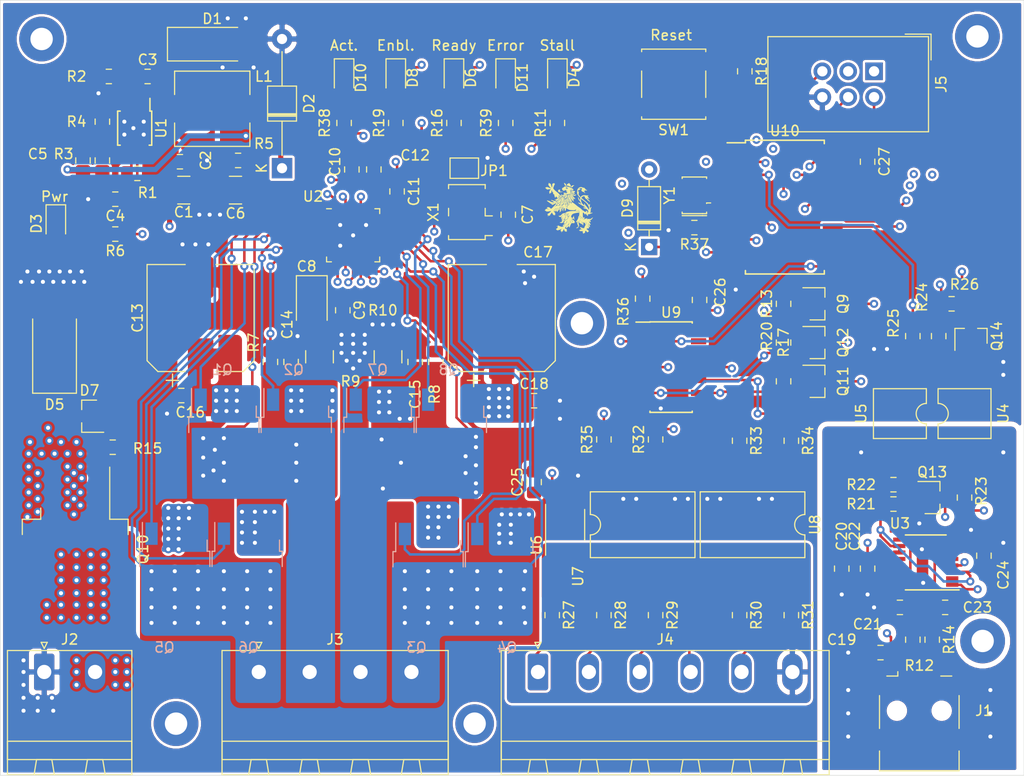
<source format=kicad_pcb>
(kicad_pcb (version 20171130) (host pcbnew "(5.1.0)-1")
  (layers (0 F.Cu signal) (1 In1.Cu power) (2 In2.Cu power) (31 B.Cu signal) (34 B.Paste user) (35 F.Paste user) (36 B.SilkS user) (37 F.SilkS user) (38 B.Mask user) (39 F.Mask user) (44 Edge.Cuts user))
  (net 0 "")
  (net 1 GND)
  (net 2 +48V)
  (net 3 "Net-(C3-Pad2)")
  (net 4 "Net-(C3-Pad1)")
  (net 5 "Net-(C4-Pad1)")
  (net 6 "Net-(C5-Pad2)")
  (net 7 +5V)
  (net 8 "Net-(C8-Pad1)")
  (net 9 "Net-(C11-Pad2)")
  (net 10 "Net-(C14-Pad1)")
  (net 11 "Net-(C15-Pad1)")
  (net 12 GNDS)
  (net 13 "Net-(C19-Pad1)")
  (net 14 "Net-(C21-Pad1)")
  (net 15 "Net-(C23-Pad1)")
  (net 16 "Net-(C24-Pad1)")
  (net 17 "Net-(D3-Pad2)")
  (net 18 "Net-(D4-Pad2)")
  (net 19 "Net-(D4-Pad1)")
  (net 20 "Net-(D6-Pad2)")
  (net 21 "Net-(D6-Pad1)")
  (net 22 "Net-(D8-Pad2)")
  (net 23 "Net-(D8-Pad1)")
  (net 24 /Driver/DriveEN)
  (net 25 "Net-(D9-Pad1)")
  (net 26 "Net-(J1-Pad3)")
  (net 27 "Net-(J1-Pad2)")
  (net 28 /Connector/Coil_B2)
  (net 29 /Connector/Coil_B1)
  (net 30 /Connector/Coil_A2)
  (net 31 /Connector/Coil_A1)
  (net 32 GNDA)
  (net 33 "Net-(J4-Pad5)")
  (net 34 "Net-(J4-Pad4)")
  (net 35 "Net-(J4-Pad3)")
  (net 36 "Net-(J4-Pad2)")
  (net 37 "Net-(J4-Pad1)")
  (net 38 /Connector/Reset)
  (net 39 /Controller/MOSI)
  (net 40 /Controller/SCK)
  (net 41 /Controller/MISO)
  (net 42 "Net-(JP1-Pad1)")
  (net 43 "Net-(Q9-Pad1)")
  (net 44 "Net-(Q11-Pad1)")
  (net 45 "Net-(Q12-Pad1)")
  (net 46 "Net-(Q13-Pad3)")
  (net 47 "Net-(Q13-Pad1)")
  (net 48 /Connector/Rx)
  (net 49 "Net-(Q14-Pad1)")
  (net 50 "Net-(R1-Pad1)")
  (net 51 "Net-(R2-Pad1)")
  (net 52 "Net-(C6-Pad1)")
  (net 53 "Net-(R7-Pad2)")
  (net 54 "Net-(R8-Pad2)")
  (net 55 /Connector/Stall)
  (net 56 "Net-(D7-Pad2)")
  (net 57 /Connector/Ready)
  (net 58 "Net-(R18-Pad1)")
  (net 59 "Net-(R25-Pad2)")
  (net 60 /Connector/Tx)
  (net 61 "Net-(R27-Pad1)")
  (net 62 "Net-(R28-Pad1)")
  (net 63 "Net-(R29-Pad1)")
  (net 64 "Net-(R30-Pad1)")
  (net 65 "Net-(R31-Pad1)")
  (net 66 "Net-(R32-Pad1)")
  (net 67 "Net-(R33-Pad2)")
  (net 68 "Net-(R33-Pad1)")
  (net 69 "Net-(R34-Pad2)")
  (net 70 "Net-(R34-Pad1)")
  (net 71 "Net-(R35-Pad1)")
  (net 72 "Net-(R36-Pad1)")
  (net 73 /Connector/Step)
  (net 74 /Connector/Dir)
  (net 75 /Controller/CS_TMC)
  (net 76 "Net-(U10-Pad5)")
  (net 77 "Net-(U10-Pad4)")
  (net 78 "Net-(R23-Pad2)")
  (net 79 "Net-(R23-Pad1)")
  (net 80 "Net-(Q1-Pad1)")
  (net 81 "Net-(Q2-Pad1)")
  (net 82 "Net-(Q3-Pad1)")
  (net 83 "Net-(Q4-Pad1)")
  (net 84 "Net-(Q5-Pad1)")
  (net 85 "Net-(Q6-Pad1)")
  (net 86 "Net-(Q7-Pad1)")
  (net 87 "Net-(Q8-Pad1)")
  (net 88 "Net-(D10-Pad2)")
  (net 89 "Net-(D11-Pad2)")
  (net 90 /Connector/Active)
  (net 91 /Connector/Error)
  (net 92 "Net-(J2-Pad2)")
  (net 93 "Net-(U2-Pad26)")
  (net 94 "Net-(U3-Pad16)")
  (net 95 "Net-(U3-Pad15)")
  (net 96 "Net-(U3-Pad14)")
  (net 97 "Net-(U3-Pad7)")
  (net 98 "Net-(U3-Pad2)")
  (net 99 "Net-(U9-Pad13)")
  (net 100 "Net-(U9-Pad12)")
  (net 101 "Net-(U10-Pad13)")
  (net 102 "Net-(U10-Pad12)")
  (module MountingHole:MountingHole_2.2mm_M2_ISO14580_Pad (layer F.Cu) (at 130.937 135.89)
    (fp_text reference REF** hide)
    (fp_text value MountingHole_2.2mm_M2_ISO14580_Pad)
    (pad 1 thru_hole circle (at 0 0) (size 3.8 3.8) (drill 2.2) (layers *.Cu *.Mask))
  )
  (module Connector_Phoenix_MSTB:PhoenixContact_MSTBA_2,5_6-G_1x06_P5.00mm_Horizontal (layer F.Cu) (at 137.16 130.81)
    (fp_text reference J4 (at 12.5 -3.2) (layer F.SilkS))
    (fp_text value Screw_Terminal_01x06)
    (pad 6 thru_hole oval (at 25 0) (size 2 3.6) (drill 1.4) (layers *.Cu *.Mask) (net 32 GNDA))
    (pad 5 thru_hole oval (at 20 0) (size 2 3.6) (drill 1.4) (layers *.Cu *.Mask) (net 33 "Net-(J4-Pad5)"))
    (pad 4 thru_hole oval (at 15 0) (size 2 3.6) (drill 1.4) (layers *.Cu *.Mask) (net 34 "Net-(J4-Pad4)"))
    (pad 3 thru_hole oval (at 10 0) (size 2 3.6) (drill 1.4) (layers *.Cu *.Mask) (net 35 "Net-(J4-Pad3)"))
    (pad 2 thru_hole oval (at 5 0) (size 2 3.6) (drill 1.4) (layers *.Cu *.Mask) (net 36 "Net-(J4-Pad2)"))
    (pad 1 thru_hole roundrect (at 0 0) (size 2 3.6) (drill 1.4) (layers *.Cu *.Mask) (roundrect_rratio 0.125) (net 37 "Net-(J4-Pad1)"))
  )
  (module Connector_Phoenix_MSTB:PhoenixContact_MSTBA_2,5_4-G_1x04_P5.00mm_Horizontal (layer F.Cu) (at 109.728 130.81)
    (fp_text reference J3 (at 7.5 -3.2) (layer F.SilkS))
    (fp_text value Coils)
    (pad 4 thru_hole oval (at 15 0) (size 2 3.6) (drill 1.4) (layers *.Cu *.Mask) (net 28 /Connector/Coil_B2))
    (pad 3 thru_hole oval (at 10 0) (size 2 3.6) (drill 1.4) (layers *.Cu *.Mask) (net 29 /Connector/Coil_B1))
    (pad 2 thru_hole oval (at 5 0) (size 2 3.6) (drill 1.4) (layers *.Cu *.Mask) (net 30 /Connector/Coil_A2))
    (pad 1 thru_hole roundrect (at 0 0) (size 2 3.6) (drill 1.4) (layers *.Cu *.Mask) (roundrect_rratio 0.125) (net 31 /Connector/Coil_A1))
  )
  (module Connector_Phoenix_MSTB:PhoenixContact_MSTBA_2,5_2-G_1x02_P5.00mm_Horizontal (layer F.Cu) (at 88.646 130.81)
    (fp_text reference J2 (at 2.5 -3.2) (layer F.SilkS))
    (fp_text value 60V_In)
    (pad 2 thru_hole oval (at 5 0) (size 2 3.6) (drill 1.4) (layers *.Cu *.Mask) (net 92 "Net-(J2-Pad2)"))
    (pad 1 thru_hole roundrect (at 0 0) (size 2 3.6) (drill 1.4) (layers *.Cu *.Mask) (roundrect_rratio 0.125) (net 1 GND))
  )
  (module Loewe:Loewe_Klein (layer F.Cu) (at 140.208 85.217)
    (fp_text reference G*** hide)
    (fp_text value LOGO hide)
  )
  (module Capacitor_SMD:CP_Elec_10x10 (layer F.Cu) (at 104.013 96.012 90)
    (fp_text reference C13 (at 0 -6.2 90) (layer F.SilkS))
    (fp_text value 47µF/100V)
    (pad 2 smd roundrect (at 4 0 90) (size 4 2.5) (layers F.Cu F.Paste F.Mask) (roundrect_rratio 0.1) (net 1 GND))
    (pad 1 smd roundrect (at -4 0 90) (size 4 2.5) (layers F.Cu F.Paste F.Mask) (roundrect_rratio 0.1) (net 2 +48V))
  )
  (module Connector_IDC:IDC-Header_2x03_P2.54mm_Vertical (layer F.Cu) (at 170.18 71.755 270)
    (fp_text reference J5 (at 1.27 -6.604 270) (layer F.SilkS))
    (fp_text value AVR-ISP-6)
    (pad 6 thru_hole oval (at 2.54 5.08 270) (size 1.7272 1.7272) (drill 1.016) (layers *.Cu *.Mask) (net 1 GND))
    (pad 5 thru_hole oval (at 0 5.08 270) (size 1.7272 1.7272) (drill 1.016) (layers *.Cu *.Mask) (net 38 /Connector/Reset))
    (pad 4 thru_hole oval (at 2.54 2.54 270) (size 1.7272 1.7272) (drill 1.016) (layers *.Cu *.Mask) (net 39 /Controller/MOSI))
    (pad 3 thru_hole oval (at 0 2.54 270) (size 1.7272 1.7272) (drill 1.016) (layers *.Cu *.Mask) (net 40 /Controller/SCK))
    (pad 2 thru_hole oval (at 2.54 0 270) (size 1.7272 1.7272) (drill 1.016) (layers *.Cu *.Mask) (net 7 +5V))
    (pad 1 thru_hole rect (at 0 0 270) (size 1.7272 1.7272) (drill 1.016) (layers *.Cu *.Mask) (net 41 /Controller/MISO))
  )
  (module Resistor_SMD:R_0805_2012Metric_Pad1.15x1.40mm_HandSolder (layer F.Cu) (at 133.985 76.835 90)
    (fp_text reference R39 (at 0 -1.905 90) (layer F.SilkS))
    (fp_text value 180R)
    (pad 2 smd roundrect (at 1.025 0 90) (size 1.15 1.4) (layers F.Cu F.Paste F.Mask) (roundrect_rratio 0.217391) (net 89 "Net-(D11-Pad2)"))
    (pad 1 smd roundrect (at -1.025 0 90) (size 1.15 1.4) (layers F.Cu F.Paste F.Mask) (roundrect_rratio 0.217391) (net 91 /Connector/Error))
  )
  (module Resistor_SMD:R_0805_2012Metric_Pad1.15x1.40mm_HandSolder (layer F.Cu) (at 118.11 76.835 90)
    (fp_text reference R38 (at 0 -1.905 90) (layer F.SilkS))
    (fp_text value 180R)
    (pad 2 smd roundrect (at 1.025 0 90) (size 1.15 1.4) (layers F.Cu F.Paste F.Mask) (roundrect_rratio 0.217391) (net 88 "Net-(D10-Pad2)"))
    (pad 1 smd roundrect (at -1.025 0 90) (size 1.15 1.4) (layers F.Cu F.Paste F.Mask) (roundrect_rratio 0.217391) (net 90 /Connector/Active))
  )
  (module LED_SMD:LED_0805_2012Metric_Pad1.15x1.40mm_HandSolder (layer F.Cu) (at 133.985 72.39 270)
    (fp_text reference D11 (at 0 -1.65 270) (layer F.SilkS))
    (fp_text value LED_Rt)
    (pad 2 smd roundrect (at 1.025 0 270) (size 1.15 1.4) (layers F.Cu F.Paste F.Mask) (roundrect_rratio 0.217391) (net 89 "Net-(D11-Pad2)"))
    (pad 1 smd roundrect (at -1.025 0 270) (size 1.15 1.4) (layers F.Cu F.Paste F.Mask) (roundrect_rratio 0.217391) (net 1 GND))
  )
  (module LED_SMD:LED_0805_2012Metric_Pad1.15x1.40mm_HandSolder (layer F.Cu) (at 118.11 72.39 270)
    (fp_text reference D10 (at 0 -1.65 270) (layer F.SilkS))
    (fp_text value LED_Gn)
    (pad 2 smd roundrect (at 1.025 0 270) (size 1.15 1.4) (layers F.Cu F.Paste F.Mask) (roundrect_rratio 0.217391) (net 88 "Net-(D10-Pad2)"))
    (pad 1 smd roundrect (at -1.025 0 270) (size 1.15 1.4) (layers F.Cu F.Paste F.Mask) (roundrect_rratio 0.217391) (net 1 GND))
  )
  (module MountingHole:MountingHole_2.2mm_M2_Pad (layer F.Cu) (at 180.34 68.326)
    (fp_text reference REF** hide)
    (fp_text value MountingHole_2.2mm_M2_Pad)
    (pad 1 thru_hole circle (at 0 0) (size 4.4 4.4) (drill 2.2) (layers *.Cu *.Mask))
  )
  (module MountingHole:MountingHole_2.2mm_M2_Pad (layer F.Cu) (at 88.392 68.58)
    (fp_text reference REF** hide)
    (fp_text value MountingHole_2.2mm_M2_Pad)
    (pad 1 thru_hole circle (at 0 0) (size 4.4 4.4) (drill 2.2) (layers *.Cu *.Mask))
  )
  (module MountingHole:MountingHole_2.2mm_M2_Pad (layer F.Cu) (at 141.478 96.52)
    (fp_text reference REF** hide)
    (fp_text value MountingHole_2.2mm_M2_Pad)
    (pad 1 thru_hole circle (at 0 0) (size 4.4 4.4) (drill 2.2) (layers *.Cu *.Mask))
  )
  (module MountingHole:MountingHole_2.2mm_M2_Pad (layer F.Cu) (at 180.848 127.762)
    (fp_text reference REF** hide)
    (fp_text value MountingHole_2.2mm_M2_Pad)
    (pad 1 thru_hole circle (at 0 0) (size 4.4 4.4) (drill 2.2) (layers *.Cu *.Mask))
  )
  (module MountingHole:MountingHole_2.2mm_M2_Pad (layer F.Cu) (at 101.6 135.89)
    (fp_text reference REF** hide)
    (fp_text value MountingHole_2.2mm_M2_Pad)
    (pad 1 thru_hole circle (at 0 0) (size 4.4 4.4) (drill 2.2) (layers *.Cu *.Mask))
  )
  (module Package_TO_SOT_SMD:TO-263-2 (layer F.Cu) (at 91.694 118.745 270)
    (fp_text reference Q10 (at 0 -6.65 270) (layer F.SilkS))
    (fp_text value IRF4950S)
    (pad 2 smd rect (at 3.375 0 270) (size 9.4 10.8) (layers F.Cu F.Mask) (net 92 "Net-(J2-Pad2)"))
    (pad 3 smd rect (at -5.775 2.54 270) (size 4.6 1.1) (layers F.Cu F.Paste F.Mask) (net 2 +48V))
    (pad 1 smd rect (at -5.775 -2.54 270) (size 4.6 1.1) (layers F.Cu F.Paste F.Mask) (net 56 "Net-(D7-Pad2)"))
  )
  (module Capacitor_SMD:C_1210_3225Metric_Pad1.42x2.65mm_HandSolder (layer F.Cu) (at 107.442 83.439 180)
    (fp_text reference C6 (at 0 -2.28 180) (layer F.SilkS))
    (fp_text value 5µF)
    (pad 2 smd roundrect (at 1.4875 0 180) (size 1.425 2.65) (layers F.Cu F.Paste F.Mask) (roundrect_rratio 0.175439) (net 1 GND))
    (pad 1 smd roundrect (at -1.4875 0 180) (size 1.425 2.65) (layers F.Cu F.Paste F.Mask) (roundrect_rratio 0.175439) (net 52 "Net-(C6-Pad1)"))
  )
  (module Capacitor_SMD:C_1210_3225Metric_Pad1.42x2.65mm_HandSolder (layer F.Cu) (at 102.362 83.439)
    (fp_text reference C1 (at 0 2.159) (layer F.SilkS))
    (fp_text value 4,7µF)
    (pad 2 smd roundrect (at 1.4875 0) (size 1.425 2.65) (layers F.Cu F.Paste F.Mask) (roundrect_rratio 0.175439) (net 1 GND))
    (pad 1 smd roundrect (at -1.4875 0) (size 1.425 2.65) (layers F.Cu F.Paste F.Mask) (roundrect_rratio 0.175439) (net 2 +48V))
  )
  (module Resistor_SMD:R_0805_2012Metric_Pad1.15x1.40mm_HandSolder (layer F.Cu) (at 97.799 81.788)
    (fp_text reference R1 (at 1.007 1.905) (layer F.SilkS))
    (fp_text value 300k)
    (pad 2 smd roundrect (at 1.025 0) (size 1.15 1.4) (layers F.Cu F.Paste F.Mask) (roundrect_rratio 0.217391) (net 2 +48V))
    (pad 1 smd roundrect (at -1.025 0) (size 1.15 1.4) (layers F.Cu F.Paste F.Mask) (roundrect_rratio 0.217391) (net 50 "Net-(R1-Pad1)"))
  )
  (module Capacitor_SMD:C_0805_2012Metric_Pad1.15x1.40mm_HandSolder (layer F.Cu) (at 98.806 72.263)
    (fp_text reference C3 (at 0 -1.65) (layer F.SilkS))
    (fp_text value 10nF)
    (pad 2 smd roundrect (at 1.025 0) (size 1.15 1.4) (layers F.Cu F.Paste F.Mask) (roundrect_rratio 0.217391) (net 3 "Net-(C3-Pad2)"))
    (pad 1 smd roundrect (at -1.025 0) (size 1.15 1.4) (layers F.Cu F.Paste F.Mask) (roundrect_rratio 0.217391) (net 4 "Net-(C3-Pad1)"))
  )
  (module Package_SO:SSOP-16_3.9x4.9mm_P0.635mm (layer F.Cu) (at 175.26 120.015 180)
    (fp_text reference U3 (at 2.54 3.81 180) (layer F.SilkS))
    (fp_text value FT230XS)
    (pad 16 smd rect (at 2.6 -2.2225 180) (size 1.2 0.4) (layers F.Cu F.Paste F.Mask) (net 94 "Net-(U3-Pad16)"))
    (pad 15 smd rect (at 2.6 -1.5875 180) (size 1.2 0.4) (layers F.Cu F.Paste F.Mask) (net 95 "Net-(U3-Pad15)"))
    (pad 14 smd rect (at 2.6 -0.9525 180) (size 1.2 0.4) (layers F.Cu F.Paste F.Mask) (net 96 "Net-(U3-Pad14)"))
    (pad 13 smd rect (at 2.6 -0.3175 180) (size 1.2 0.4) (layers F.Cu F.Paste F.Mask) (net 12 GNDS))
    (pad 12 smd rect (at 2.6 0.3175 180) (size 1.2 0.4) (layers F.Cu F.Paste F.Mask) (net 13 "Net-(C19-Pad1)"))
    (pad 11 smd rect (at 2.6 0.9525 180) (size 1.2 0.4) (layers F.Cu F.Paste F.Mask) (net 16 "Net-(C24-Pad1)"))
    (pad 10 smd rect (at 2.6 1.5875 180) (size 1.2 0.4) (layers F.Cu F.Paste F.Mask) (net 16 "Net-(C24-Pad1)"))
    (pad 9 smd rect (at 2.6 2.2225 180) (size 1.2 0.4) (layers F.Cu F.Paste F.Mask) (net 14 "Net-(C21-Pad1)"))
    (pad 8 smd rect (at -2.6 2.2225 180) (size 1.2 0.4) (layers F.Cu F.Paste F.Mask) (net 15 "Net-(C23-Pad1)"))
    (pad 7 smd rect (at -2.6 1.5875 180) (size 1.2 0.4) (layers F.Cu F.Paste F.Mask) (net 97 "Net-(U3-Pad7)"))
    (pad 6 smd rect (at -2.6 0.9525 180) (size 1.2 0.4) (layers F.Cu F.Paste F.Mask) (net 12 GNDS))
    (pad 5 smd rect (at -2.6 0.3175 180) (size 1.2 0.4) (layers F.Cu F.Paste F.Mask) (net 12 GNDS))
    (pad 4 smd rect (at -2.6 -0.3175 180) (size 1.2 0.4) (layers F.Cu F.Paste F.Mask) (net 46 "Net-(Q13-Pad3)"))
    (pad 3 smd rect (at -2.6 -0.9525 180) (size 1.2 0.4) (layers F.Cu F.Paste F.Mask) (net 16 "Net-(C24-Pad1)"))
    (pad 2 smd rect (at -2.6 -1.5875 180) (size 1.2 0.4) (layers F.Cu F.Paste F.Mask) (net 98 "Net-(U3-Pad2)"))
    (pad 1 smd rect (at -2.6 -2.2225 180) (size 1.2 0.4) (layers F.Cu F.Paste F.Mask) (net 78 "Net-(R23-Pad2)"))
  )
  (module Package_DIP:SMDIP-4_W7.62mm (layer F.Cu) (at 172.72 105.41 270)
    (fp_text reference U5 (at 0 3.81 270) (layer F.SilkS))
    (fp_text value SFH6156)
    (pad 4 smd rect (at 3.81 -1.27 270) (size 2 1.78) (layers F.Cu F.Paste F.Mask) (net 47 "Net-(Q13-Pad1)"))
    (pad 2 smd rect (at -3.81 1.27 270) (size 2 1.78) (layers F.Cu F.Paste F.Mask) (net 1 GND))
    (pad 3 smd rect (at 3.81 1.27 270) (size 2 1.78) (layers F.Cu F.Paste F.Mask) (net 12 GNDS))
    (pad 1 smd rect (at -3.81 -1.27 270) (size 2 1.78) (layers F.Cu F.Paste F.Mask) (net 59 "Net-(R25-Pad2)"))
  )
  (module Package_DIP:SMDIP-4_W7.62mm (layer F.Cu) (at 179.07 105.41 90)
    (fp_text reference U4 (at 0 3.81 90) (layer F.SilkS))
    (fp_text value SFH6156)
    (pad 4 smd rect (at 3.81 -1.27 90) (size 2 1.78) (layers F.Cu F.Paste F.Mask) (net 49 "Net-(Q14-Pad1)"))
    (pad 2 smd rect (at -3.81 1.27 90) (size 2 1.78) (layers F.Cu F.Paste F.Mask) (net 12 GNDS))
    (pad 3 smd rect (at 3.81 1.27 90) (size 2 1.78) (layers F.Cu F.Paste F.Mask) (net 1 GND))
    (pad 1 smd rect (at -3.81 -1.27 90) (size 2 1.78) (layers F.Cu F.Paste F.Mask) (net 79 "Net-(R23-Pad1)"))
  )
  (module Package_TO_SOT_SMD:TO-252-2 (layer B.Cu) (at 128.652 108.239 270)
    (fp_text reference Q8 (at -7.147 0.255) (layer B.SilkS) (effects (justify mirror)))
    (fp_text value IRFR5410)
    (pad 2 smd rect (at 2.1 0 270) (size 6.4 5.8) (layers B.Cu B.Mask) (net 29 /Connector/Coil_B1))
    (pad 3 smd rect (at -4.2 -2.28 270) (size 2.2 1.2) (layers B.Cu B.Paste B.Mask) (net 2 +48V))
    (pad 1 smd rect (at -4.2 2.28 270) (size 2.2 1.2) (layers B.Cu B.Paste B.Mask) (net 87 "Net-(Q8-Pad1)"))
  )
  (module Package_TO_SOT_SMD:TO-252-2 (layer B.Cu) (at 121.54 108.239 270)
    (fp_text reference Q7 (at -7.147 0.128) (layer B.SilkS) (effects (justify mirror)))
    (fp_text value IRFR3910)
    (pad 2 smd rect (at 2.1 0 270) (size 6.4 5.8) (layers B.Cu B.Mask) (net 29 /Connector/Coil_B1))
    (pad 3 smd rect (at -4.2 -2.28 270) (size 2.2 1.2) (layers B.Cu B.Paste B.Mask) (net 11 "Net-(C15-Pad1)"))
    (pad 1 smd rect (at -4.2 2.28 270) (size 2.2 1.2) (layers B.Cu B.Paste B.Mask) (net 86 "Net-(Q7-Pad1)"))
  )
  (module Package_TO_SOT_SMD:TO-252-2 (layer B.Cu) (at 108.585 121.412 270)
    (fp_text reference Q6 (at 6.985 -0.127) (layer B.SilkS) (effects (justify mirror)))
    (fp_text value IRFR3910)
    (pad 2 smd rect (at 2.1 0 270) (size 6.4 5.8) (layers B.Cu B.Mask) (net 31 /Connector/Coil_A1))
    (pad 3 smd rect (at -4.2 -2.28 270) (size 2.2 1.2) (layers B.Cu B.Paste B.Mask) (net 10 "Net-(C14-Pad1)"))
    (pad 1 smd rect (at -4.2 2.28 270) (size 2.2 1.2) (layers B.Cu B.Paste B.Mask) (net 85 "Net-(Q6-Pad1)"))
  )
  (module Package_TO_SOT_SMD:TO-252-2 (layer B.Cu) (at 101.474 121.412 270)
    (fp_text reference Q5 (at 6.985 1.017) (layer B.SilkS) (effects (justify mirror)))
    (fp_text value IRFR5410)
    (pad 2 smd rect (at 2.1 0 270) (size 6.4 5.8) (layers B.Cu B.Mask) (net 31 /Connector/Coil_A1))
    (pad 3 smd rect (at -4.2 -2.28 270) (size 2.2 1.2) (layers B.Cu B.Paste B.Mask) (net 2 +48V))
    (pad 1 smd rect (at -4.2 2.28 270) (size 2.2 1.2) (layers B.Cu B.Paste B.Mask) (net 84 "Net-(Q5-Pad1)"))
  )
  (module Package_TO_SOT_SMD:TO-252-2 (layer B.Cu) (at 133.478 121.447 270)
    (fp_text reference Q4 (at 6.95 -0.634) (layer B.SilkS) (effects (justify mirror)))
    (fp_text value IRFR5410)
    (pad 2 smd rect (at 2.1 0 270) (size 6.4 5.8) (layers B.Cu B.Mask) (net 28 /Connector/Coil_B2))
    (pad 3 smd rect (at -4.2 -2.28 270) (size 2.2 1.2) (layers B.Cu B.Paste B.Mask) (net 2 +48V))
    (pad 1 smd rect (at -4.2 2.28 270) (size 2.2 1.2) (layers B.Cu B.Paste B.Mask) (net 83 "Net-(Q4-Pad1)"))
  )
  (module Package_TO_SOT_SMD:TO-252-2 (layer B.Cu) (at 126.364 121.447 270)
    (fp_text reference Q3 (at 6.95 1.142) (layer B.SilkS) (effects (justify mirror)))
    (fp_text value IRFR3910)
    (pad 2 smd rect (at 2.1 0 270) (size 6.4 5.8) (layers B.Cu B.Mask) (net 28 /Connector/Coil_B2))
    (pad 3 smd rect (at -4.2 -2.28 270) (size 2.2 1.2) (layers B.Cu B.Paste B.Mask) (net 11 "Net-(C15-Pad1)"))
    (pad 1 smd rect (at -4.2 2.28 270) (size 2.2 1.2) (layers B.Cu B.Paste B.Mask) (net 82 "Net-(Q3-Pad1)"))
  )
  (module Package_TO_SOT_SMD:TO-252-2 (layer B.Cu) (at 113.412 108.239 270)
    (fp_text reference Q2 (at -7.147 0.255) (layer B.SilkS) (effects (justify mirror)))
    (fp_text value IRFR3910)
    (pad 2 smd rect (at 2.1 0 270) (size 6.4 5.8) (layers B.Cu B.Mask) (net 30 /Connector/Coil_A2))
    (pad 3 smd rect (at -4.2 -2.28 270) (size 2.2 1.2) (layers B.Cu B.Paste B.Mask) (net 10 "Net-(C14-Pad1)"))
    (pad 1 smd rect (at -4.2 2.28 270) (size 2.2 1.2) (layers B.Cu B.Paste B.Mask) (net 81 "Net-(Q2-Pad1)"))
  )
  (module Package_TO_SOT_SMD:TO-252-2 (layer B.Cu) (at 106.3 108.239 270)
    (fp_text reference Q1 (at -7.147 0.128) (layer B.SilkS) (effects (justify mirror)))
    (fp_text value IRFR5410)
    (pad 2 smd rect (at 2.1 0 270) (size 6.4 5.8) (layers B.Cu B.Mask) (net 30 /Connector/Coil_A2))
    (pad 3 smd rect (at -4.2 -2.28 270) (size 2.2 1.2) (layers B.Cu B.Paste B.Mask) (net 2 +48V))
    (pad 1 smd rect (at -4.2 2.28 270) (size 2.2 1.2) (layers B.Cu B.Paste B.Mask) (net 80 "Net-(Q1-Pad1)"))
  )
  (module Resistor_SMD:R_0805_2012Metric_Pad1.15x1.40mm_HandSolder (layer F.Cu) (at 179.07 113.665 270)
    (fp_text reference R23 (at -0.635 -1.65 270) (layer F.SilkS))
    (fp_text value 380R)
    (pad 2 smd roundrect (at 1.025 0 270) (size 1.15 1.4) (layers F.Cu F.Paste F.Mask) (roundrect_rratio 0.217391) (net 78 "Net-(R23-Pad2)"))
    (pad 1 smd roundrect (at -1.025 0 270) (size 1.15 1.4) (layers F.Cu F.Paste F.Mask) (roundrect_rratio 0.217391) (net 79 "Net-(R23-Pad1)"))
  )
  (module Crystal:Resonator_SMD_muRata_CSTxExxV-3Pin_3.0x1.1mm_HandSoldering (layer F.Cu) (at 152.527 83.947 90)
    (fp_text reference Y1 (at 0 -2.45 90) (layer F.SilkS))
    (fp_text value 20MHz)
    (pad 3 smd rect (at 1.2 0 90) (size 0.4 3.2) (layers F.Cu F.Paste F.Mask) (net 77 "Net-(U10-Pad4)"))
    (pad 2 smd rect (at 0 0 90) (size 0.4 3.2) (layers F.Cu F.Paste F.Mask) (net 1 GND))
    (pad 1 smd rect (at -1.2 0 90) (size 0.4 3.2) (layers F.Cu F.Paste F.Mask) (net 76 "Net-(U10-Pad5)"))
  )
  (module Oscillator:Oscillator_SMD_EuroQuartz_XO53-4Pin_5.0x3.2mm_HandSoldering (layer F.Cu) (at 130.175 85.598 90)
    (fp_text reference X1 (at 0 -3.3 90) (layer F.SilkS))
    (fp_text value 16MHz)
    (pad 4 smd rect (at -1.34 -1.4 90) (size 1.54 1.8) (layers F.Cu F.Paste F.Mask) (net 7 +5V))
    (pad 3 smd rect (at 1.34 -1.4 90) (size 1.54 1.8) (layers F.Cu F.Paste F.Mask) (net 42 "Net-(JP1-Pad1)"))
    (pad 2 smd rect (at 1.34 1.4 90) (size 1.54 1.8) (layers F.Cu F.Paste F.Mask) (net 1 GND))
    (pad 1 smd rect (at -1.34 1.4 90) (size 1.54 1.8) (layers F.Cu F.Paste F.Mask) (net 7 +5V))
  )
  (module Package_SO:SOIC-14_3.9x8.7mm_P1.27mm (layer F.Cu) (at 150.241 100.838)
    (fp_text reference U9 (at 0 -5.375) (layer F.SilkS))
    (fp_text value 74HC14)
    (pad 14 smd rect (at 2.7 -3.81) (size 1.5 0.6) (layers F.Cu F.Paste F.Mask) (net 7 +5V))
    (pad 13 smd rect (at 2.7 -2.54) (size 1.5 0.6) (layers F.Cu F.Paste F.Mask) (net 99 "Net-(U9-Pad13)"))
    (pad 12 smd rect (at 2.7 -1.27) (size 1.5 0.6) (layers F.Cu F.Paste F.Mask) (net 100 "Net-(U9-Pad12)"))
    (pad 11 smd rect (at 2.7 0) (size 1.5 0.6) (layers F.Cu F.Paste F.Mask) (net 55 /Connector/Stall))
    (pad 10 smd rect (at 2.7 1.27) (size 1.5 0.6) (layers F.Cu F.Paste F.Mask) (net 70 "Net-(R34-Pad1)"))
    (pad 9 smd rect (at 2.7 2.54) (size 1.5 0.6) (layers F.Cu F.Paste F.Mask) (net 57 /Connector/Ready))
    (pad 8 smd rect (at 2.7 3.81) (size 1.5 0.6) (layers F.Cu F.Paste F.Mask) (net 68 "Net-(R33-Pad1)"))
    (pad 7 smd rect (at -2.7 3.81) (size 1.5 0.6) (layers F.Cu F.Paste F.Mask) (net 1 GND))
    (pad 6 smd rect (at -2.7 2.54) (size 1.5 0.6) (layers F.Cu F.Paste F.Mask) (net 24 /Driver/DriveEN))
    (pad 5 smd rect (at -2.7 1.27) (size 1.5 0.6) (layers F.Cu F.Paste F.Mask) (net 66 "Net-(R32-Pad1)"))
    (pad 4 smd rect (at -2.7 0) (size 1.5 0.6) (layers F.Cu F.Paste F.Mask) (net 74 /Connector/Dir))
    (pad 3 smd rect (at -2.7 -1.27) (size 1.5 0.6) (layers F.Cu F.Paste F.Mask) (net 71 "Net-(R35-Pad1)"))
    (pad 2 smd rect (at -2.7 -2.54) (size 1.5 0.6) (layers F.Cu F.Paste F.Mask) (net 73 /Connector/Step))
    (pad 1 smd rect (at -2.7 -3.81) (size 1.5 0.6) (layers F.Cu F.Paste F.Mask) (net 72 "Net-(R36-Pad1)"))
  )
  (module Inductor_SMD:L_7.3x7.3_H4.5 (layer F.Cu) (at 105.156 75.438)
    (fp_text reference L1 (at 5.08 -3.175) (layer F.SilkS))
    (fp_text value 1mH)
    (pad 2 smd rect (at 3.2 0) (size 1.5 2.2) (layers F.Cu F.Paste F.Mask) (net 7 +5V))
    (pad 1 smd rect (at -3.2 0) (size 1.5 2.2) (layers F.Cu F.Paste F.Mask) (net 3 "Net-(C3-Pad2)"))
  )
  (module Diode_SMD:D_SOT-23_ANK (layer F.Cu) (at 93.091 105.664 180)
    (fp_text reference D7 (at 0 2.54 180) (layer F.SilkS))
    (fp_text value ZD15)
    (pad 1 smd rect (at 1 0 180) (size 0.9 0.8) (layers F.Cu F.Paste F.Mask) (net 2 +48V))
    (pad "" smd rect (at -1 0.95 180) (size 0.9 0.8) (layers F.Cu F.Paste F.Mask))
    (pad 2 smd rect (at -1 -0.95 180) (size 0.9 0.8) (layers F.Cu F.Paste F.Mask) (net 56 "Net-(D7-Pad2)"))
  )
  (module Diode_SMD:D_SMB_Handsoldering (layer F.Cu) (at 89.662 98.806 90)
    (fp_text reference D5 (at -5.715 0 -180) (layer F.SilkS))
    (fp_text value D_TVS)
    (pad 2 smd rect (at 2.7 0 90) (size 3.5 2.3) (layers F.Cu F.Paste F.Mask) (net 1 GND))
    (pad 1 smd rect (at -2.7 0 90) (size 3.5 2.3) (layers F.Cu F.Paste F.Mask) (net 2 +48V))
  )
  (module Diode_THT:D_T-1_P12.70mm_Horizontal (layer F.Cu) (at 112.014 81.28 90)
    (fp_text reference D2 (at 6.35 2.667 90) (layer F.SilkS))
    (fp_text value "ZD-5W 6,2V")
    (fp_text user K (at 0 -2 90) (layer F.SilkS))
    (pad 2 thru_hole oval (at 12.7 0 90) (size 2 2) (drill 1) (layers *.Cu *.Mask) (net 1 GND))
    (pad 1 thru_hole rect (at 0 0 90) (size 2 2) (drill 1) (layers *.Cu *.Mask) (net 7 +5V))
  )
  (module Diode_SMD:D_SMA_Handsoldering (layer F.Cu) (at 105.156 69.088)
    (fp_text reference D1 (at 0 -2.5) (layer F.SilkS))
    (fp_text value SK16)
    (pad 2 smd rect (at 2.5 0) (size 3.5 1.8) (layers F.Cu F.Paste F.Mask) (net 1 GND))
    (pad 1 smd rect (at -2.5 0) (size 3.5 1.8) (layers F.Cu F.Paste F.Mask) (net 3 "Net-(C3-Pad2)"))
  )
  (module Capacitor_SMD:C_0805_2012Metric_Pad1.15x1.40mm_HandSolder (layer F.Cu) (at 167.005 120.65 270)
    (fp_text reference C20 (at -3.175 0 270) (layer F.SilkS))
    (fp_text value 4µ7)
    (pad 2 smd roundrect (at 1.025 0 270) (size 1.15 1.4) (layers F.Cu F.Paste F.Mask) (roundrect_rratio 0.217391) (net 12 GNDS))
    (pad 1 smd roundrect (at -1.025 0 270) (size 1.15 1.4) (layers F.Cu F.Paste F.Mask) (roundrect_rratio 0.217391) (net 13 "Net-(C19-Pad1)"))
  )
  (module Capacitor_SMD:CP_Elec_10x10 (layer F.Cu) (at 133.604 96.012 90)
    (fp_text reference C17 (at 6.477 3.556 180) (layer F.SilkS))
    (fp_text value 47µF/100V)
    (pad 2 smd roundrect (at 4 0 90) (size 4 2.5) (layers F.Cu F.Paste F.Mask) (roundrect_rratio 0.1) (net 1 GND))
    (pad 1 smd roundrect (at -4 0 90) (size 4 2.5) (layers F.Cu F.Paste F.Mask) (roundrect_rratio 0.1) (net 2 +48V))
  )
  (module Capacitor_Tantalum_SMD:CP_EIA-3528-21_Kemet-B_Pad1.50x2.35mm_HandSolder (layer F.Cu) (at 114.935 94.488 270)
    (fp_text reference C8 (at -3.556 0.508) (layer F.SilkS))
    (fp_text value 10µF)
    (pad 2 smd roundrect (at 1.625 0 270) (size 1.5 2.35) (layers F.Cu F.Paste F.Mask) (roundrect_rratio 0.167) (net 1 GND))
    (pad 1 smd roundrect (at -1.625 0 270) (size 1.5 2.35) (layers F.Cu F.Paste F.Mask) (roundrect_rratio 0.166667) (net 8 "Net-(C8-Pad1)"))
  )
  (module Package_SO:SOIC-20W_7.5x12.8mm_P1.27mm (layer F.Cu) (at 161.417 85.107)
    (fp_text reference U10 (at 0 -7.5) (layer F.SilkS))
    (fp_text value ATtiny2313A-SU)
    (pad 20 smd rect (at 4.7 -5.715) (size 1.95 0.6) (layers F.Cu F.Paste F.Mask) (net 7 +5V))
    (pad 19 smd rect (at 4.7 -4.445) (size 1.95 0.6) (layers F.Cu F.Paste F.Mask) (net 40 /Controller/SCK))
    (pad 18 smd rect (at 4.7 -3.175) (size 1.95 0.6) (layers F.Cu F.Paste F.Mask) (net 41 /Controller/MISO))
    (pad 17 smd rect (at 4.7 -1.905) (size 1.95 0.6) (layers F.Cu F.Paste F.Mask) (net 39 /Controller/MOSI))
    (pad 16 smd rect (at 4.7 -0.635) (size 1.95 0.6) (layers F.Cu F.Paste F.Mask) (net 75 /Controller/CS_TMC))
    (pad 15 smd rect (at 4.7 0.635) (size 1.95 0.6) (layers F.Cu F.Paste F.Mask) (net 90 /Connector/Active))
    (pad 14 smd rect (at 4.7 1.905) (size 1.95 0.6) (layers F.Cu F.Paste F.Mask) (net 91 /Connector/Error))
    (pad 13 smd rect (at 4.7 3.175) (size 1.95 0.6) (layers F.Cu F.Paste F.Mask) (net 101 "Net-(U10-Pad13)"))
    (pad 12 smd rect (at 4.7 4.445) (size 1.95 0.6) (layers F.Cu F.Paste F.Mask) (net 102 "Net-(U10-Pad12)"))
    (pad 11 smd rect (at 4.7 5.715) (size 1.95 0.6) (layers F.Cu F.Paste F.Mask) (net 73 /Connector/Step))
    (pad 10 smd rect (at -4.7 5.715) (size 1.95 0.6) (layers F.Cu F.Paste F.Mask) (net 1 GND))
    (pad 9 smd rect (at -4.7 4.445) (size 1.95 0.6) (layers F.Cu F.Paste F.Mask) (net 74 /Connector/Dir))
    (pad 8 smd rect (at -4.7 3.175) (size 1.95 0.6) (layers F.Cu F.Paste F.Mask) (net 57 /Connector/Ready))
    (pad 7 smd rect (at -4.7 1.905) (size 1.95 0.6) (layers F.Cu F.Paste F.Mask) (net 25 "Net-(D9-Pad1)"))
    (pad 6 smd rect (at -4.7 0.635) (size 1.95 0.6) (layers F.Cu F.Paste F.Mask) (net 55 /Connector/Stall))
    (pad 5 smd rect (at -4.7 -0.635) (size 1.95 0.6) (layers F.Cu F.Paste F.Mask) (net 76 "Net-(U10-Pad5)"))
    (pad 4 smd rect (at -4.7 -1.905) (size 1.95 0.6) (layers F.Cu F.Paste F.Mask) (net 77 "Net-(U10-Pad4)"))
    (pad 3 smd rect (at -4.7 -3.175) (size 1.95 0.6) (layers F.Cu F.Paste F.Mask) (net 60 /Connector/Tx))
    (pad 2 smd rect (at -4.7 -4.445) (size 1.95 0.6) (layers F.Cu F.Paste F.Mask) (net 48 /Connector/Rx))
    (pad 1 smd rect (at -4.7 -5.715) (size 1.95 0.6) (layers F.Cu F.Paste F.Mask) (net 38 /Connector/Reset))
  )
  (module Package_DIP:SMDIP-8_W9.53mm (layer F.Cu) (at 158.242 116.332 270)
    (fp_text reference U8 (at 0 -6.14 270) (layer F.SilkS))
    (fp_text value LTV-827S)
    (pad 8 smd rect (at 4.765 -3.81 270) (size 2 1.78) (layers F.Cu F.Paste F.Mask) (net 65 "Net-(R31-Pad1)"))
    (pad 4 smd rect (at -4.765 3.81 270) (size 2 1.78) (layers F.Cu F.Paste F.Mask) (net 1 GND))
    (pad 7 smd rect (at 4.765 -1.27 270) (size 2 1.78) (layers F.Cu F.Paste F.Mask) (net 32 GNDA))
    (pad 3 smd rect (at -4.765 1.27 270) (size 2 1.78) (layers F.Cu F.Paste F.Mask) (net 67 "Net-(R33-Pad2)"))
    (pad 6 smd rect (at 4.765 1.27 270) (size 2 1.78) (layers F.Cu F.Paste F.Mask) (net 64 "Net-(R30-Pad1)"))
    (pad 2 smd rect (at -4.765 -1.27 270) (size 2 1.78) (layers F.Cu F.Paste F.Mask) (net 1 GND))
    (pad 5 smd rect (at 4.765 3.81 270) (size 2 1.78) (layers F.Cu F.Paste F.Mask) (net 32 GNDA))
    (pad 1 smd rect (at -4.765 -3.81 270) (size 2 1.78) (layers F.Cu F.Paste F.Mask) (net 69 "Net-(R34-Pad2)"))
  )
  (module Package_DIP:SMDIP-8_W9.53mm (layer F.Cu) (at 147.447 116.332 90)
    (fp_text reference U7 (at -5.08 -6.35 90) (layer F.SilkS))
    (fp_text value LTV-827S)
    (pad 8 smd rect (at 4.765 -3.81 90) (size 2 1.78) (layers F.Cu F.Paste F.Mask) (net 71 "Net-(R35-Pad1)"))
    (pad 4 smd rect (at -4.765 3.81 90) (size 2 1.78) (layers F.Cu F.Paste F.Mask) (net 32 GNDA))
    (pad 7 smd rect (at 4.765 -1.27 90) (size 2 1.78) (layers F.Cu F.Paste F.Mask) (net 1 GND))
    (pad 3 smd rect (at -4.765 1.27 90) (size 2 1.78) (layers F.Cu F.Paste F.Mask) (net 63 "Net-(R29-Pad1)"))
    (pad 6 smd rect (at 4.765 1.27 90) (size 2 1.78) (layers F.Cu F.Paste F.Mask) (net 66 "Net-(R32-Pad1)"))
    (pad 2 smd rect (at -4.765 -1.27 90) (size 2 1.78) (layers F.Cu F.Paste F.Mask) (net 32 GNDA))
    (pad 5 smd rect (at 4.765 3.81 90) (size 2 1.78) (layers F.Cu F.Paste F.Mask) (net 1 GND))
    (pad 1 smd rect (at -4.765 -3.81 90) (size 2 1.78) (layers F.Cu F.Paste F.Mask) (net 62 "Net-(R28-Pad1)"))
  )
  (module Package_SO:MFSOP6-5_4.4x3.6mm_P1.27mm (layer F.Cu) (at 139.827 116.332 90)
    (fp_text reference U6 (at -2 -2.8 90) (layer F.SilkS))
    (fp_text value TLP118)
    (pad 5 smd rect (at 3.15 0 90) (size 1.2 0.8) (layers F.Cu F.Paste F.Mask) (net 72 "Net-(R36-Pad1)"))
    (pad 1 smd rect (at -3.15 -1.27 90) (size 1.2 0.8) (layers F.Cu F.Paste F.Mask) (net 61 "Net-(R27-Pad1)"))
    (pad 4 smd rect (at 3.15 1.27 90) (size 1.2 0.8) (layers F.Cu F.Paste F.Mask) (net 1 GND))
    (pad 3 smd rect (at -3.15 1.27 90) (size 1.2 0.8) (layers F.Cu F.Paste F.Mask) (net 32 GNDA))
    (pad 6 smd rect (at 3.15 -1.27 90) (size 1.2 0.8) (layers F.Cu F.Paste F.Mask) (net 7 +5V))
  )
  (module Package_DFN_QFN:QFN-32-1EP_5x5mm_P0.5mm_EP3.45x3.45mm (layer F.Cu) (at 118.999 87.877)
    (fp_text reference U2 (at -3.937 -3.82) (layer F.SilkS))
    (fp_text value TMC262)
    (pad 32 smd roundrect (at -1.75 -2.4375) (size 0.25 0.875) (layers F.Cu F.Paste F.Mask) (net 1 GND))
    (pad 31 smd roundrect (at -1.25 -2.4375) (size 0.25 0.875) (layers F.Cu F.Paste F.Mask) (net 73 /Connector/Step))
    (pad 30 smd roundrect (at -0.75 -2.4375) (size 0.25 0.875) (layers F.Cu F.Paste F.Mask) (net 74 /Connector/Dir))
    (pad 29 smd roundrect (at -0.25 -2.4375) (size 0.25 0.875) (layers F.Cu F.Paste F.Mask) (net 7 +5V))
    (pad 28 smd roundrect (at 0.25 -2.4375) (size 0.25 0.875) (layers F.Cu F.Paste F.Mask) (net 1 GND))
    (pad 27 smd roundrect (at 0.75 -2.4375) (size 0.25 0.875) (layers F.Cu F.Paste F.Mask) (net 55 /Connector/Stall))
    (pad 26 smd roundrect (at 1.25 -2.4375) (size 0.25 0.875) (layers F.Cu F.Paste F.Mask) (net 93 "Net-(U2-Pad26)"))
    (pad 25 smd roundrect (at 1.75 -2.4375) (size 0.25 0.875) (layers F.Cu F.Paste F.Mask) (net 2 +48V))
    (pad 24 smd roundrect (at 2.4375 -1.75) (size 0.875 0.25) (layers F.Cu F.Paste F.Mask) (net 9 "Net-(C11-Pad2)"))
    (pad 23 smd roundrect (at 2.4375 -1.25) (size 0.875 0.25) (layers F.Cu F.Paste F.Mask) (net 87 "Net-(Q8-Pad1)"))
    (pad 22 smd roundrect (at 2.4375 -0.75) (size 0.875 0.25) (layers F.Cu F.Paste F.Mask) (net 83 "Net-(Q4-Pad1)"))
    (pad 21 smd roundrect (at 2.4375 -0.25) (size 0.875 0.25) (layers F.Cu F.Paste F.Mask) (net 28 /Connector/Coil_B2))
    (pad 20 smd roundrect (at 2.4375 0.25) (size 0.875 0.25) (layers F.Cu F.Paste F.Mask) (net 29 /Connector/Coil_B1))
    (pad 19 smd roundrect (at 2.4375 0.75) (size 0.875 0.25) (layers F.Cu F.Paste F.Mask) (net 86 "Net-(Q7-Pad1)"))
    (pad 18 smd roundrect (at 2.4375 1.25) (size 0.875 0.25) (layers F.Cu F.Paste F.Mask) (net 82 "Net-(Q3-Pad1)"))
    (pad 17 smd roundrect (at 2.4375 1.75) (size 0.875 0.25) (layers F.Cu F.Paste F.Mask) (net 54 "Net-(R8-Pad2)"))
    (pad 16 smd roundrect (at 1.75 2.4375) (size 0.25 0.875) (layers F.Cu F.Paste F.Mask) (net 42 "Net-(JP1-Pad1)"))
    (pad 15 smd roundrect (at 1.25 2.4375) (size 0.25 0.875) (layers F.Cu F.Paste F.Mask) (net 24 /Driver/DriveEN))
    (pad 14 smd roundrect (at 0.75 2.4375) (size 0.25 0.875) (layers F.Cu F.Paste F.Mask) (net 75 /Controller/CS_TMC))
    (pad 13 smd roundrect (at 0.25 2.4375) (size 0.25 0.875) (layers F.Cu F.Paste F.Mask) (net 1 GND))
    (pad 12 smd roundrect (at -0.25 2.4375) (size 0.25 0.875) (layers F.Cu F.Paste F.Mask) (net 40 /Controller/SCK))
    (pad 11 smd roundrect (at -0.75 2.4375) (size 0.25 0.875) (layers F.Cu F.Paste F.Mask) (net 41 /Controller/MISO))
    (pad 10 smd roundrect (at -1.25 2.4375) (size 0.25 0.875) (layers F.Cu F.Paste F.Mask) (net 39 /Controller/MOSI))
    (pad 9 smd roundrect (at -1.75 2.4375) (size 0.25 0.875) (layers F.Cu F.Paste F.Mask) (net 8 "Net-(C8-Pad1)"))
    (pad 8 smd roundrect (at -2.4375 1.75) (size 0.875 0.25) (layers F.Cu F.Paste F.Mask) (net 53 "Net-(R7-Pad2)"))
    (pad 7 smd roundrect (at -2.4375 1.25) (size 0.875 0.25) (layers F.Cu F.Paste F.Mask) (net 85 "Net-(Q6-Pad1)"))
    (pad 6 smd roundrect (at -2.4375 0.75) (size 0.875 0.25) (layers F.Cu F.Paste F.Mask) (net 81 "Net-(Q2-Pad1)"))
    (pad 5 smd roundrect (at -2.4375 0.25) (size 0.875 0.25) (layers F.Cu F.Paste F.Mask) (net 31 /Connector/Coil_A1))
    (pad 4 smd roundrect (at -2.4375 -0.25) (size 0.875 0.25) (layers F.Cu F.Paste F.Mask) (net 30 /Connector/Coil_A2))
    (pad 3 smd roundrect (at -2.4375 -0.75) (size 0.875 0.25) (layers F.Cu F.Paste F.Mask) (net 80 "Net-(Q1-Pad1)"))
    (pad 2 smd roundrect (at -2.4375 -1.25) (size 0.875 0.25) (layers F.Cu F.Paste F.Mask) (net 84 "Net-(Q5-Pad1)"))
    (pad 1 smd roundrect (at -2.4375 -1.75) (size 0.875 0.25) (layers F.Cu F.Paste F.Mask) (net 1 GND))
    (pad 33 smd roundrect (at 0 0) (size 3.45 3.45) (layers F.Cu F.Mask) (roundrect_rratio 0.072464) (net 1 GND))
  )
  (module Package_SO:MSOP-8_3x3mm_P0.65mm (layer F.Cu) (at 97.536 77.343 270)
    (fp_text reference U1 (at 0 -2.6 270) (layer F.SilkS))
    (fp_text value LM5009MM)
    (pad 8 smd rect (at 2.2 -0.975 270) (size 1.45 0.45) (layers F.Cu F.Paste F.Mask) (net 2 +48V))
    (pad 7 smd rect (at 2.2 -0.325 270) (size 1.45 0.45) (layers F.Cu F.Paste F.Mask) (net 5 "Net-(C4-Pad1)"))
    (pad 6 smd rect (at 2.2 0.325 270) (size 1.45 0.45) (layers F.Cu F.Paste F.Mask) (net 50 "Net-(R1-Pad1)"))
    (pad 5 smd rect (at 2.2 0.975 270) (size 1.45 0.45) (layers F.Cu F.Paste F.Mask) (net 6 "Net-(C5-Pad2)"))
    (pad 4 smd rect (at -2.2 0.975 270) (size 1.45 0.45) (layers F.Cu F.Paste F.Mask) (net 1 GND))
    (pad 3 smd rect (at -2.2 0.325 270) (size 1.45 0.45) (layers F.Cu F.Paste F.Mask) (net 51 "Net-(R2-Pad1)"))
    (pad 2 smd rect (at -2.2 -0.325 270) (size 1.45 0.45) (layers F.Cu F.Paste F.Mask) (net 4 "Net-(C3-Pad1)"))
    (pad 1 smd rect (at -2.2 -0.975 270) (size 1.45 0.45) (layers F.Cu F.Paste F.Mask) (net 3 "Net-(C3-Pad2)"))
  )
  (module Button_Switch_SMD:SW_SPST_B3S-1000 (layer F.Cu) (at 150.495 73.025 180)
    (fp_text reference SW1 (at 0 -4.5 180) (layer F.SilkS))
    (fp_text value SW_Push)
    (pad 2 smd rect (at 3.975 2.25 180) (size 1.55 1.3) (layers F.Cu F.Paste F.Mask) (net 58 "Net-(R18-Pad1)"))
    (pad 2 smd rect (at -3.975 2.25 180) (size 1.55 1.3) (layers F.Cu F.Paste F.Mask) (net 58 "Net-(R18-Pad1)"))
    (pad 1 smd rect (at 3.975 -2.25 180) (size 1.55 1.3) (layers F.Cu F.Paste F.Mask) (net 38 /Connector/Reset))
    (pad 1 smd rect (at -3.975 -2.25 180) (size 1.55 1.3) (layers F.Cu F.Paste F.Mask) (net 38 /Connector/Reset))
  )
  (module Resistor_SMD:R_0805_2012Metric_Pad1.15x1.40mm_HandSolder (layer F.Cu) (at 152.527 87.122 180)
    (fp_text reference R37 (at 0 -1.65 180) (layer F.SilkS))
    (fp_text value 10k)
    (pad 2 smd roundrect (at 1.025 0 180) (size 1.15 1.4) (layers F.Cu F.Paste F.Mask) (roundrect_rratio 0.217391) (net 1 GND))
    (pad 1 smd roundrect (at -1.025 0 180) (size 1.15 1.4) (layers F.Cu F.Paste F.Mask) (roundrect_rratio 0.217391) (net 25 "Net-(D9-Pad1)"))
  )
  (module Resistor_SMD:R_0805_2012Metric_Pad1.15x1.40mm_HandSolder (layer F.Cu) (at 147.447 94.107 90)
    (fp_text reference R36 (at -1.27 -1.905 90) (layer F.SilkS))
    (fp_text value 1k)
    (pad 2 smd roundrect (at 1.025 0 90) (size 1.15 1.4) (layers F.Cu F.Paste F.Mask) (roundrect_rratio 0.217391) (net 7 +5V))
    (pad 1 smd roundrect (at -1.025 0 90) (size 1.15 1.4) (layers F.Cu F.Paste F.Mask) (roundrect_rratio 0.217391) (net 72 "Net-(R36-Pad1)"))
  )
  (module Resistor_SMD:R_0805_2012Metric_Pad1.15x1.40mm_HandSolder (layer F.Cu) (at 143.637 107.95 90)
    (fp_text reference R35 (at 0 -1.65 90) (layer F.SilkS))
    (fp_text value 1k)
    (pad 2 smd roundrect (at 1.025 0 90) (size 1.15 1.4) (layers F.Cu F.Paste F.Mask) (roundrect_rratio 0.217391) (net 7 +5V))
    (pad 1 smd roundrect (at -1.025 0 90) (size 1.15 1.4) (layers F.Cu F.Paste F.Mask) (roundrect_rratio 0.217391) (net 71 "Net-(R35-Pad1)"))
  )
  (module Resistor_SMD:R_0805_2012Metric_Pad1.15x1.40mm_HandSolder (layer F.Cu) (at 162.052 108.077 270)
    (fp_text reference R34 (at 0 -1.65 270) (layer F.SilkS))
    (fp_text value 200R)
    (pad 2 smd roundrect (at 1.025 0 270) (size 1.15 1.4) (layers F.Cu F.Paste F.Mask) (roundrect_rratio 0.217391) (net 69 "Net-(R34-Pad2)"))
    (pad 1 smd roundrect (at -1.025 0 270) (size 1.15 1.4) (layers F.Cu F.Paste F.Mask) (roundrect_rratio 0.217391) (net 70 "Net-(R34-Pad1)"))
  )
  (module Resistor_SMD:R_0805_2012Metric_Pad1.15x1.40mm_HandSolder (layer F.Cu) (at 156.972 108.077 270)
    (fp_text reference R33 (at 0 -1.65 270) (layer F.SilkS))
    (fp_text value 200R)
    (pad 2 smd roundrect (at 1.025 0 270) (size 1.15 1.4) (layers F.Cu F.Paste F.Mask) (roundrect_rratio 0.217391) (net 67 "Net-(R33-Pad2)"))
    (pad 1 smd roundrect (at -1.025 0 270) (size 1.15 1.4) (layers F.Cu F.Paste F.Mask) (roundrect_rratio 0.217391) (net 68 "Net-(R33-Pad1)"))
  )
  (module Resistor_SMD:R_0805_2012Metric_Pad1.15x1.40mm_HandSolder (layer F.Cu) (at 148.717 107.95 90)
    (fp_text reference R32 (at 0 -1.65 90) (layer F.SilkS))
    (fp_text value 1k)
    (pad 2 smd roundrect (at 1.025 0 90) (size 1.15 1.4) (layers F.Cu F.Paste F.Mask) (roundrect_rratio 0.217391) (net 7 +5V))
    (pad 1 smd roundrect (at -1.025 0 90) (size 1.15 1.4) (layers F.Cu F.Paste F.Mask) (roundrect_rratio 0.217391) (net 66 "Net-(R32-Pad1)"))
  )
  (module Resistor_SMD:R_0805_2012Metric_Pad1.15x1.40mm_HandSolder (layer F.Cu) (at 162.052 125.222 270)
    (fp_text reference R31 (at 0 -1.65 270) (layer F.SilkS))
    (fp_text value 200R)
    (pad 2 smd roundrect (at 1.025 0 270) (size 1.15 1.4) (layers F.Cu F.Paste F.Mask) (roundrect_rratio 0.217391) (net 33 "Net-(J4-Pad5)"))
    (pad 1 smd roundrect (at -1.025 0 270) (size 1.15 1.4) (layers F.Cu F.Paste F.Mask) (roundrect_rratio 0.217391) (net 65 "Net-(R31-Pad1)"))
  )
  (module Resistor_SMD:R_0805_2012Metric_Pad1.15x1.40mm_HandSolder (layer F.Cu) (at 156.972 125.222 270)
    (fp_text reference R30 (at 0 -1.65 270) (layer F.SilkS))
    (fp_text value 200R)
    (pad 2 smd roundrect (at 1.025 0 270) (size 1.15 1.4) (layers F.Cu F.Paste F.Mask) (roundrect_rratio 0.217391) (net 34 "Net-(J4-Pad4)"))
    (pad 1 smd roundrect (at -1.025 0 270) (size 1.15 1.4) (layers F.Cu F.Paste F.Mask) (roundrect_rratio 0.217391) (net 64 "Net-(R30-Pad1)"))
  )
  (module Resistor_SMD:R_0805_2012Metric_Pad1.15x1.40mm_HandSolder (layer F.Cu) (at 148.717 125.222 270)
    (fp_text reference R29 (at 0 -1.65 270) (layer F.SilkS))
    (fp_text value 200R)
    (pad 2 smd roundrect (at 1.025 0 270) (size 1.15 1.4) (layers F.Cu F.Paste F.Mask) (roundrect_rratio 0.217391) (net 35 "Net-(J4-Pad3)"))
    (pad 1 smd roundrect (at -1.025 0 270) (size 1.15 1.4) (layers F.Cu F.Paste F.Mask) (roundrect_rratio 0.217391) (net 63 "Net-(R29-Pad1)"))
  )
  (module Resistor_SMD:R_0805_2012Metric_Pad1.15x1.40mm_HandSolder (layer F.Cu) (at 143.637 125.222 270)
    (fp_text reference R28 (at 0 -1.65 270) (layer F.SilkS))
    (fp_text value 200R)
    (pad 2 smd roundrect (at 1.025 0 270) (size 1.15 1.4) (layers F.Cu F.Paste F.Mask) (roundrect_rratio 0.217391) (net 36 "Net-(J4-Pad2)"))
    (pad 1 smd roundrect (at -1.025 0 270) (size 1.15 1.4) (layers F.Cu F.Paste F.Mask) (roundrect_rratio 0.217391) (net 62 "Net-(R28-Pad1)"))
  )
  (module Resistor_SMD:R_0805_2012Metric_Pad1.15x1.40mm_HandSolder (layer F.Cu) (at 138.557 125.222 270)
    (fp_text reference R27 (at 0 -1.65 270) (layer F.SilkS))
    (fp_text value 270R)
    (pad 2 smd roundrect (at 1.025 0 270) (size 1.15 1.4) (layers F.Cu F.Paste F.Mask) (roundrect_rratio 0.217391) (net 37 "Net-(J4-Pad1)"))
    (pad 1 smd roundrect (at -1.025 0 270) (size 1.15 1.4) (layers F.Cu F.Paste F.Mask) (roundrect_rratio 0.217391) (net 61 "Net-(R27-Pad1)"))
  )
  (module Resistor_SMD:R_0805_2012Metric_Pad1.15x1.40mm_HandSolder (layer F.Cu) (at 177.8 94.615 180)
    (fp_text reference R26 (at -1.27 1.905 180) (layer F.SilkS))
    (fp_text value 1k)
    (pad 2 smd roundrect (at 1.025 0 180) (size 1.15 1.4) (layers F.Cu F.Paste F.Mask) (roundrect_rratio 0.217391) (net 7 +5V))
    (pad 1 smd roundrect (at -1.025 0 180) (size 1.15 1.4) (layers F.Cu F.Paste F.Mask) (roundrect_rratio 0.217391) (net 48 /Connector/Rx))
  )
  (module Resistor_SMD:R_0805_2012Metric_Pad1.15x1.40mm_HandSolder (layer F.Cu) (at 173.99 97.79 270)
    (fp_text reference R25 (at -1.27 1.905 270) (layer F.SilkS))
    (fp_text value 380R)
    (pad 2 smd roundrect (at 1.025 0 270) (size 1.15 1.4) (layers F.Cu F.Paste F.Mask) (roundrect_rratio 0.217391) (net 59 "Net-(R25-Pad2)"))
    (pad 1 smd roundrect (at -1.025 0 270) (size 1.15 1.4) (layers F.Cu F.Paste F.Mask) (roundrect_rratio 0.217391) (net 60 /Connector/Tx))
  )
  (module Resistor_SMD:R_0805_2012Metric_Pad1.15x1.40mm_HandSolder (layer F.Cu) (at 176.53 97.79 90)
    (fp_text reference R24 (at 3.81 -1.65 90) (layer F.SilkS))
    (fp_text value 560R)
    (pad 2 smd roundrect (at 1.025 0 90) (size 1.15 1.4) (layers F.Cu F.Paste F.Mask) (roundrect_rratio 0.217391) (net 7 +5V))
    (pad 1 smd roundrect (at -1.025 0 90) (size 1.15 1.4) (layers F.Cu F.Paste F.Mask) (roundrect_rratio 0.217391) (net 49 "Net-(Q14-Pad1)"))
  )
  (module Resistor_SMD:R_0805_2012Metric_Pad1.15x1.40mm_HandSolder (layer F.Cu) (at 172.085 112.395)
    (fp_text reference R22 (at -3.175 0) (layer F.SilkS))
    (fp_text value 560R)
    (pad 2 smd roundrect (at 1.025 0) (size 1.15 1.4) (layers F.Cu F.Paste F.Mask) (roundrect_rratio 0.217391) (net 47 "Net-(Q13-Pad1)"))
    (pad 1 smd roundrect (at -1.025 0) (size 1.15 1.4) (layers F.Cu F.Paste F.Mask) (roundrect_rratio 0.217391) (net 16 "Net-(C24-Pad1)"))
  )
  (module Resistor_SMD:R_0805_2012Metric_Pad1.15x1.40mm_HandSolder (layer F.Cu) (at 172.085 114.3)
    (fp_text reference R21 (at -3.175 0) (layer F.SilkS))
    (fp_text value 1k)
    (pad 2 smd roundrect (at 1.025 0) (size 1.15 1.4) (layers F.Cu F.Paste F.Mask) (roundrect_rratio 0.217391) (net 46 "Net-(Q13-Pad3)"))
    (pad 1 smd roundrect (at -1.025 0) (size 1.15 1.4) (layers F.Cu F.Paste F.Mask) (roundrect_rratio 0.217391) (net 16 "Net-(C24-Pad1)"))
  )
  (module Resistor_SMD:R_0805_2012Metric_Pad1.15x1.40mm_HandSolder (layer F.Cu) (at 161.29 98.425 90)
    (fp_text reference R20 (at 0.635 -1.65 90) (layer F.SilkS))
    (fp_text value 860R)
    (pad 2 smd roundrect (at 1.025 0 90) (size 1.15 1.4) (layers F.Cu F.Paste F.Mask) (roundrect_rratio 0.217391) (net 45 "Net-(Q12-Pad1)"))
    (pad 1 smd roundrect (at -1.025 0 90) (size 1.15 1.4) (layers F.Cu F.Paste F.Mask) (roundrect_rratio 0.217391) (net 24 /Driver/DriveEN))
  )
  (module Resistor_SMD:R_0805_2012Metric_Pad1.15x1.40mm_HandSolder (layer F.Cu) (at 123.19 76.835 90)
    (fp_text reference R19 (at 0 -1.65 90) (layer F.SilkS))
    (fp_text value 180R)
    (pad 2 smd roundrect (at 1.025 0 90) (size 1.15 1.4) (layers F.Cu F.Paste F.Mask) (roundrect_rratio 0.217391) (net 22 "Net-(D8-Pad2)"))
    (pad 1 smd roundrect (at -1.025 0 90) (size 1.15 1.4) (layers F.Cu F.Paste F.Mask) (roundrect_rratio 0.217391) (net 7 +5V))
  )
  (module Resistor_SMD:R_0805_2012Metric_Pad1.15x1.40mm_HandSolder (layer F.Cu) (at 157.48 71.755 270)
    (fp_text reference R18 (at 0 -1.65 270) (layer F.SilkS))
    (fp_text value 1k)
    (pad 1 smd roundrect (at -1.025 0 270) (size 1.15 1.4) (layers F.Cu F.Paste F.Mask) (roundrect_rratio 0.217391) (net 58 "Net-(R18-Pad1)"))
    (pad 2 smd roundrect (at 1.025 0 270) (size 1.15 1.4) (layers F.Cu F.Paste F.Mask) (roundrect_rratio 0.217391) (net 1 GND))
  )
  (module Resistor_SMD:R_0805_2012Metric_Pad1.15x1.40mm_HandSolder (layer F.Cu) (at 161.29 102.235 90)
    (fp_text reference R17 (at 3.81 0 90) (layer F.SilkS))
    (fp_text value 860R)
    (pad 2 smd roundrect (at 1.025 0 90) (size 1.15 1.4) (layers F.Cu F.Paste F.Mask) (roundrect_rratio 0.217391) (net 44 "Net-(Q11-Pad1)"))
    (pad 1 smd roundrect (at -1.025 0 90) (size 1.15 1.4) (layers F.Cu F.Paste F.Mask) (roundrect_rratio 0.217391) (net 57 /Connector/Ready))
  )
  (module Resistor_SMD:R_0805_2012Metric_Pad1.15x1.40mm_HandSolder (layer F.Cu) (at 128.905 76.835 90)
    (fp_text reference R16 (at 0 -1.65 90) (layer F.SilkS))
    (fp_text value 180R)
    (pad 2 smd roundrect (at 1.025 0 90) (size 1.15 1.4) (layers F.Cu F.Paste F.Mask) (roundrect_rratio 0.217391) (net 20 "Net-(D6-Pad2)"))
    (pad 1 smd roundrect (at -1.025 0 90) (size 1.15 1.4) (layers F.Cu F.Paste F.Mask) (roundrect_rratio 0.217391) (net 7 +5V))
  )
  (module Resistor_SMD:R_0805_2012Metric_Pad1.15x1.40mm_HandSolder (layer F.Cu) (at 95.377 108.712)
    (fp_text reference R15 (at 3.429 0.127) (layer F.SilkS))
    (fp_text value 100k)
    (pad 2 smd roundrect (at 1.025 0) (size 1.15 1.4) (layers F.Cu F.Paste F.Mask) (roundrect_rratio 0.217391) (net 1 GND))
    (pad 1 smd roundrect (at -1.025 0) (size 1.15 1.4) (layers F.Cu F.Paste F.Mask) (roundrect_rratio 0.217391) (net 56 "Net-(D7-Pad2)"))
  )
  (module Resistor_SMD:R_0805_2012Metric_Pad1.15x1.40mm_HandSolder (layer F.Cu) (at 175.895 127.635 270)
    (fp_text reference R14 (at 0 -1.65 270) (layer F.SilkS))
    (fp_text value 27R)
    (pad 2 smd roundrect (at 1.025 0 270) (size 1.15 1.4) (layers F.Cu F.Paste F.Mask) (roundrect_rratio 0.217391) (net 26 "Net-(J1-Pad3)"))
    (pad 1 smd roundrect (at -1.025 0 270) (size 1.15 1.4) (layers F.Cu F.Paste F.Mask) (roundrect_rratio 0.217391) (net 15 "Net-(C23-Pad1)"))
  )
  (module Resistor_SMD:R_0805_2012Metric_Pad1.15x1.40mm_HandSolder (layer F.Cu) (at 161.29 94.615 90)
    (fp_text reference R13 (at 0 -1.65 90) (layer F.SilkS))
    (fp_text value 860R)
    (pad 2 smd roundrect (at 1.025 0 90) (size 1.15 1.4) (layers F.Cu F.Paste F.Mask) (roundrect_rratio 0.217391) (net 43 "Net-(Q9-Pad1)"))
    (pad 1 smd roundrect (at -1.025 0 90) (size 1.15 1.4) (layers F.Cu F.Paste F.Mask) (roundrect_rratio 0.217391) (net 55 /Connector/Stall))
  )
  (module Resistor_SMD:R_0805_2012Metric_Pad1.15x1.40mm_HandSolder (layer F.Cu) (at 173.99 127.635 270)
    (fp_text reference R12 (at 2.54 -0.635) (layer F.SilkS))
    (fp_text value 27R)
    (pad 2 smd roundrect (at 1.025 0 270) (size 1.15 1.4) (layers F.Cu F.Paste F.Mask) (roundrect_rratio 0.217391) (net 27 "Net-(J1-Pad2)"))
    (pad 1 smd roundrect (at -1.025 0 270) (size 1.15 1.4) (layers F.Cu F.Paste F.Mask) (roundrect_rratio 0.217391) (net 14 "Net-(C21-Pad1)"))
  )
  (module Resistor_SMD:R_0805_2012Metric_Pad1.15x1.40mm_HandSolder (layer F.Cu) (at 139.065 76.835 90)
    (fp_text reference R11 (at 0 -1.65 90) (layer F.SilkS))
    (fp_text value 220R)
    (pad 2 smd roundrect (at 1.025 0 90) (size 1.15 1.4) (layers F.Cu F.Paste F.Mask) (roundrect_rratio 0.217391) (net 18 "Net-(D4-Pad2)"))
    (pad 1 smd roundrect (at -1.025 0 90) (size 1.15 1.4) (layers F.Cu F.Paste F.Mask) (roundrect_rratio 0.217391) (net 7 +5V))
  )
  (module Resistor_SMD:R_1210_3225Metric_Pad1.42x2.65mm_HandSolder (layer F.Cu) (at 122.428 99.822 90)
    (fp_text reference R10 (at 4.572 -0.508 180) (layer F.SilkS))
    (fp_text value 20mR)
    (pad 2 smd roundrect (at 1.4875 0 90) (size 1.425 2.65) (layers F.Cu F.Paste F.Mask) (roundrect_rratio 0.175) (net 1 GND))
    (pad 1 smd roundrect (at -1.4875 0 90) (size 1.425 2.65) (layers F.Cu F.Paste F.Mask) (roundrect_rratio 0.175439) (net 11 "Net-(C15-Pad1)"))
  )
  (module Resistor_SMD:R_1210_3225Metric_Pad1.42x2.65mm_HandSolder (layer F.Cu) (at 115.697 99.822 90)
    (fp_text reference R9 (at -2.413 3.048 180) (layer F.SilkS))
    (fp_text value 20mR)
    (pad 2 smd roundrect (at 1.4875 0 90) (size 1.425 2.65) (layers F.Cu F.Paste F.Mask) (roundrect_rratio 0.175) (net 1 GND))
    (pad 1 smd roundrect (at -1.4875 0 90) (size 1.425 2.65) (layers F.Cu F.Paste F.Mask) (roundrect_rratio 0.175439) (net 10 "Net-(C14-Pad1)"))
  )
  (module Resistor_SMD:R_0805_2012Metric_Pad1.15x1.40mm_HandSolder (layer F.Cu) (at 127.127 100.33 90)
    (fp_text reference R8 (at -3.175 -0.127 90) (layer F.SilkS))
    (fp_text value 10R)
    (pad 2 smd roundrect (at 1.025 0 90) (size 1.15 1.4) (layers F.Cu F.Paste F.Mask) (roundrect_rratio 0.217391) (net 54 "Net-(R8-Pad2)"))
    (pad 1 smd roundrect (at -1.025 0 90) (size 1.15 1.4) (layers F.Cu F.Paste F.Mask) (roundrect_rratio 0.217391) (net 11 "Net-(C15-Pad1)"))
  )
  (module Resistor_SMD:R_0805_2012Metric_Pad1.15x1.40mm_HandSolder (layer F.Cu) (at 110.871 100.33 90)
    (fp_text reference R7 (at 1.905 -1.651 90) (layer F.SilkS))
    (fp_text value 10R)
    (pad 2 smd roundrect (at 1.025 0 90) (size 1.15 1.4) (layers F.Cu F.Paste F.Mask) (roundrect_rratio 0.217391) (net 53 "Net-(R7-Pad2)"))
    (pad 1 smd roundrect (at -1.025 0 90) (size 1.15 1.4) (layers F.Cu F.Paste F.Mask) (roundrect_rratio 0.217391) (net 10 "Net-(C14-Pad1)"))
  )
  (module Resistor_SMD:R_0805_2012Metric_Pad1.15x1.40mm_HandSolder (layer F.Cu) (at 95.631 87.757 180)
    (fp_text reference R6 (at 0 -1.65 180) (layer F.SilkS))
    (fp_text value 180R)
    (pad 2 smd roundrect (at 1.025 0 180) (size 1.15 1.4) (layers F.Cu F.Paste F.Mask) (roundrect_rratio 0.217391) (net 17 "Net-(D3-Pad2)"))
    (pad 1 smd roundrect (at -1.025 0 180) (size 1.15 1.4) (layers F.Cu F.Paste F.Mask) (roundrect_rratio 0.217391) (net 7 +5V))
  )
  (module Resistor_SMD:R_0805_2012Metric_Pad1.15x1.40mm_HandSolder (layer F.Cu) (at 107.696 80.518)
    (fp_text reference R5 (at 2.54 -1.65) (layer F.SilkS))
    (fp_text value 1R5)
    (pad 2 smd roundrect (at 1.025 0) (size 1.15 1.4) (layers F.Cu F.Paste F.Mask) (roundrect_rratio 0.217391) (net 52 "Net-(C6-Pad1)"))
    (pad 1 smd roundrect (at -1.025 0) (size 1.15 1.4) (layers F.Cu F.Paste F.Mask) (roundrect_rratio 0.217391) (net 7 +5V))
  )
  (module Resistor_SMD:R_0805_2012Metric_Pad1.15x1.40mm_HandSolder (layer F.Cu) (at 94.361 76.708 90)
    (fp_text reference R4 (at 0 -2.54) (layer F.SilkS))
    (fp_text value 2k49)
    (pad 2 smd roundrect (at 1.025 0 90) (size 1.15 1.4) (layers F.Cu F.Paste F.Mask) (roundrect_rratio 0.217391) (net 1 GND))
    (pad 1 smd roundrect (at -1.025 0 90) (size 1.15 1.4) (layers F.Cu F.Paste F.Mask) (roundrect_rratio 0.217391) (net 6 "Net-(C5-Pad2)"))
  )
  (module Resistor_SMD:R_0805_2012Metric_Pad1.15x1.40mm_HandSolder (layer F.Cu) (at 94.361 80.518 90)
    (fp_text reference R3 (at 0.635 -3.81) (layer F.SilkS))
    (fp_text value 2k49)
    (pad 2 smd roundrect (at 1.025 0 90) (size 1.15 1.4) (layers F.Cu F.Paste F.Mask) (roundrect_rratio 0.217391) (net 6 "Net-(C5-Pad2)"))
    (pad 1 smd roundrect (at -1.025 0 90) (size 1.15 1.4) (layers F.Cu F.Paste F.Mask) (roundrect_rratio 0.217391) (net 7 +5V))
  )
  (module Resistor_SMD:R_0805_2012Metric_Pad1.15x1.40mm_HandSolder (layer F.Cu) (at 94.996 72.263 180)
    (fp_text reference R2 (at 3.175 0 180) (layer F.SilkS))
    (fp_text value 750k)
    (pad 2 smd roundrect (at 1.025 0 180) (size 1.15 1.4) (layers F.Cu F.Paste F.Mask) (roundrect_rratio 0.217391) (net 1 GND))
    (pad 1 smd roundrect (at -1.025 0 180) (size 1.15 1.4) (layers F.Cu F.Paste F.Mask) (roundrect_rratio 0.217391) (net 51 "Net-(R2-Pad1)"))
  )
  (module Package_TO_SOT_SMD:SOT-23 (layer F.Cu) (at 179.705 97.79 90)
    (fp_text reference Q14 (at 0 2.54 90) (layer F.SilkS))
    (fp_text value BC817)
    (pad 3 smd rect (at 1 0 90) (size 0.9 0.8) (layers F.Cu F.Paste F.Mask) (net 48 /Connector/Rx))
    (pad 2 smd rect (at -1 0.95 90) (size 0.9 0.8) (layers F.Cu F.Paste F.Mask) (net 1 GND))
    (pad 1 smd rect (at -1 -0.95 90) (size 0.9 0.8) (layers F.Cu F.Paste F.Mask) (net 49 "Net-(Q14-Pad1)"))
  )
  (module Package_TO_SOT_SMD:SOT-23 (layer F.Cu) (at 175.895 113.665)
    (fp_text reference Q13 (at 0 -2.5) (layer F.SilkS))
    (fp_text value BC817)
    (pad 3 smd rect (at 1 0) (size 0.9 0.8) (layers F.Cu F.Paste F.Mask) (net 46 "Net-(Q13-Pad3)"))
    (pad 2 smd rect (at -1 0.95) (size 0.9 0.8) (layers F.Cu F.Paste F.Mask) (net 12 GNDS))
    (pad 1 smd rect (at -1 -0.95) (size 0.9 0.8) (layers F.Cu F.Paste F.Mask) (net 47 "Net-(Q13-Pad1)"))
  )
  (module Package_TO_SOT_SMD:SOT-23 (layer F.Cu) (at 164.592 98.425)
    (fp_text reference Q12 (at 2.54 0 90) (layer F.SilkS))
    (fp_text value BC817)
    (pad 3 smd rect (at 1 0) (size 0.9 0.8) (layers F.Cu F.Paste F.Mask) (net 23 "Net-(D8-Pad1)"))
    (pad 2 smd rect (at -1 0.95) (size 0.9 0.8) (layers F.Cu F.Paste F.Mask) (net 1 GND))
    (pad 1 smd rect (at -1 -0.95) (size 0.9 0.8) (layers F.Cu F.Paste F.Mask) (net 45 "Net-(Q12-Pad1)"))
  )
  (module Package_TO_SOT_SMD:SOT-23 (layer F.Cu) (at 164.592 102.235)
    (fp_text reference Q11 (at 2.54 0 90) (layer F.SilkS))
    (fp_text value BC817)
    (pad 3 smd rect (at 1 0) (size 0.9 0.8) (layers F.Cu F.Paste F.Mask) (net 21 "Net-(D6-Pad1)"))
    (pad 2 smd rect (at -1 0.95) (size 0.9 0.8) (layers F.Cu F.Paste F.Mask) (net 1 GND))
    (pad 1 smd rect (at -1 -0.95) (size 0.9 0.8) (layers F.Cu F.Paste F.Mask) (net 44 "Net-(Q11-Pad1)"))
  )
  (module Package_TO_SOT_SMD:SOT-23 (layer F.Cu) (at 164.592 94.615)
    (fp_text reference Q9 (at 2.54 0 90) (layer F.SilkS))
    (fp_text value BC817)
    (pad 3 smd rect (at 1 0) (size 0.9 0.8) (layers F.Cu F.Paste F.Mask) (net 19 "Net-(D4-Pad1)"))
    (pad 2 smd rect (at -1 0.95) (size 0.9 0.8) (layers F.Cu F.Paste F.Mask) (net 1 GND))
    (pad 1 smd rect (at -1 -0.95) (size 0.9 0.8) (layers F.Cu F.Paste F.Mask) (net 43 "Net-(Q9-Pad1)"))
  )
  (module Jumper:SolderJumper-2_P1.3mm_Open_TrianglePad1.0x1.5mm (layer F.Cu) (at 129.921 81.28)
    (fp_text reference JP1 (at 2.921 0.254) (layer F.SilkS))
    (fp_text value Clk_En)
    (pad 1 smd custom (at -0.725 0) (size 0.3 0.3) (layers F.Cu F.Mask) (net 42 "Net-(JP1-Pad1)") (options (clearance outline) (anchor rect)) (primitives (gr_poly (pts (xy -0.5 -0.75) (xy 0.5 -0.75) (xy 1 0) (xy 0.5 0.75) (xy -0.5 0.75)) (width 0))))
    (pad 2 smd custom (at 0.725 0) (size 0.3 0.3) (layers F.Cu F.Mask) (net 1 GND) (options (clearance outline) (anchor rect)) (primitives (gr_poly (pts (xy -0.65 -0.75) (xy 0.5 -0.75) (xy 0.5 0.75) (xy -0.65 0.75) (xy -0.15 0)) (width 0))))
  )
  (module Connector_USB:USB_Mini-B_Lumberg_2486_01_Horizontal (layer F.Cu) (at 174.625 134.62)
    (fp_text reference J1 (at 6.35 0) (layer F.SilkS))
    (fp_text value USB_B_Mini)
    (pad "" np_thru_hole circle (at 2.2 0) (size 1 1) (drill 1) (layers *.Cu *.Mask))
    (pad "" np_thru_hole circle (at -2.2 0) (size 1 1) (drill 1) (layers *.Cu *.Mask))
    (pad 6 smd rect (at 4.45 2.85) (size 2 1.7) (layers F.Cu F.Paste F.Mask) (net 12 GNDS))
    (pad 6 smd rect (at 4.45 -2.6) (size 2 1.7) (layers F.Cu F.Paste F.Mask) (net 12 GNDS))
    (pad 6 smd rect (at -4.45 2.85) (size 2 1.7) (layers F.Cu F.Paste F.Mask) (net 12 GNDS))
    (pad 6 smd rect (at -4.45 -2.6) (size 2 1.7) (layers F.Cu F.Paste F.Mask) (net 12 GNDS))
    (pad 5 smd rect (at 1.6 -2.7) (size 0.5 2) (layers F.Cu F.Paste F.Mask) (net 12 GNDS))
    (pad 4 smd rect (at 0.8 -2.7) (size 0.5 2) (layers F.Cu F.Paste F.Mask) (net 12 GNDS))
    (pad 3 smd rect (at 0 -2.7) (size 0.5 2) (layers F.Cu F.Paste F.Mask) (net 26 "Net-(J1-Pad3)"))
    (pad 2 smd rect (at -0.8 -2.7) (size 0.5 2) (layers F.Cu F.Paste F.Mask) (net 27 "Net-(J1-Pad2)"))
    (pad 1 smd rect (at -1.6 -2.7) (size 0.5 2) (layers F.Cu F.Paste F.Mask) (net 13 "Net-(C19-Pad1)"))
  )
  (module Diode_THT:D_DO-35_SOD27_P7.62mm_Horizontal (layer F.Cu) (at 148.082 89.027 90)
    (fp_text reference D9 (at 3.81 -2.12 90) (layer F.SilkS))
    (fp_text value 1N4148)
    (fp_text user K (at 0 -1.8 90) (layer F.SilkS))
    (pad 2 thru_hole oval (at 7.62 0 90) (size 1.6 1.6) (drill 0.8) (layers *.Cu *.Mask) (net 24 /Driver/DriveEN))
    (pad 1 thru_hole rect (at 0 0 90) (size 1.6 1.6) (drill 0.8) (layers *.Cu *.Mask) (net 25 "Net-(D9-Pad1)"))
  )
  (module LED_SMD:LED_0805_2012Metric_Pad1.15x1.40mm_HandSolder (layer F.Cu) (at 123.19 72.39 270)
    (fp_text reference D8 (at 0 -1.65 270) (layer F.SilkS))
    (fp_text value LED_Gn)
    (pad 2 smd roundrect (at 1.025 0 270) (size 1.15 1.4) (layers F.Cu F.Paste F.Mask) (roundrect_rratio 0.217391) (net 22 "Net-(D8-Pad2)"))
    (pad 1 smd roundrect (at -1.025 0 270) (size 1.15 1.4) (layers F.Cu F.Paste F.Mask) (roundrect_rratio 0.217391) (net 23 "Net-(D8-Pad1)"))
  )
  (module LED_SMD:LED_0805_2012Metric_Pad1.15x1.40mm_HandSolder (layer F.Cu) (at 128.905 72.39 270)
    (fp_text reference D6 (at 0 -1.65 270) (layer F.SilkS))
    (fp_text value LED_Gn)
    (pad 2 smd roundrect (at 1.025 0 270) (size 1.15 1.4) (layers F.Cu F.Paste F.Mask) (roundrect_rratio 0.217391) (net 20 "Net-(D6-Pad2)"))
    (pad 1 smd roundrect (at -1.025 0 270) (size 1.15 1.4) (layers F.Cu F.Paste F.Mask) (roundrect_rratio 0.217391) (net 21 "Net-(D6-Pad1)"))
  )
  (module LED_SMD:LED_0805_2012Metric_Pad1.15x1.40mm_HandSolder (layer F.Cu) (at 139.065 72.39 270)
    (fp_text reference D4 (at 0 -1.65 270) (layer F.SilkS))
    (fp_text value LED_Rt)
    (pad 2 smd roundrect (at 1.025 0 270) (size 1.15 1.4) (layers F.Cu F.Paste F.Mask) (roundrect_rratio 0.217391) (net 18 "Net-(D4-Pad2)"))
    (pad 1 smd roundrect (at -1.025 0 270) (size 1.15 1.4) (layers F.Cu F.Paste F.Mask) (roundrect_rratio 0.217391) (net 19 "Net-(D4-Pad1)"))
  )
  (module LED_SMD:LED_0805_2012Metric_Pad1.15x1.40mm_HandSolder (layer F.Cu) (at 89.789 86.741 270)
    (fp_text reference D3 (at 0 1.905 270) (layer F.SilkS))
    (fp_text value LED_Gn)
    (pad 2 smd roundrect (at 1.025 0 270) (size 1.15 1.4) (layers F.Cu F.Paste F.Mask) (roundrect_rratio 0.217391) (net 17 "Net-(D3-Pad2)"))
    (pad 1 smd roundrect (at -1.025 0 270) (size 1.15 1.4) (layers F.Cu F.Paste F.Mask) (roundrect_rratio 0.217391) (net 1 GND))
  )
  (module Capacitor_SMD:C_0805_2012Metric_Pad1.15x1.40mm_HandSolder (layer F.Cu) (at 169.545 80.645 270)
    (fp_text reference C27 (at 0 -1.65 270) (layer F.SilkS))
    (fp_text value 100nF)
    (pad 2 smd roundrect (at 1.025 0 270) (size 1.15 1.4) (layers F.Cu F.Paste F.Mask) (roundrect_rratio 0.217391) (net 1 GND))
    (pad 1 smd roundrect (at -1.025 0 270) (size 1.15 1.4) (layers F.Cu F.Paste F.Mask) (roundrect_rratio 0.217391) (net 7 +5V))
  )
  (module Capacitor_SMD:C_0805_2012Metric_Pad1.15x1.40mm_HandSolder (layer F.Cu) (at 153.035 94.234 90)
    (fp_text reference C26 (at 0.762 2.032 90) (layer F.SilkS))
    (fp_text value 100nF)
    (pad 2 smd roundrect (at 1.025 0 90) (size 1.15 1.4) (layers F.Cu F.Paste F.Mask) (roundrect_rratio 0.217391) (net 1 GND))
    (pad 1 smd roundrect (at -1.025 0 90) (size 1.15 1.4) (layers F.Cu F.Paste F.Mask) (roundrect_rratio 0.217391) (net 7 +5V))
  )
  (module Capacitor_SMD:C_0805_2012Metric_Pad1.15x1.40mm_HandSolder (layer F.Cu) (at 136.779 112.141 90)
    (fp_text reference C25 (at 0 -1.65 90) (layer F.SilkS))
    (fp_text value 100nF)
    (pad 2 smd roundrect (at 1.025 0 90) (size 1.15 1.4) (layers F.Cu F.Paste F.Mask) (roundrect_rratio 0.217391) (net 1 GND))
    (pad 1 smd roundrect (at -1.025 0 90) (size 1.15 1.4) (layers F.Cu F.Paste F.Mask) (roundrect_rratio 0.217391) (net 7 +5V))
  )
  (module Capacitor_SMD:C_0805_2012Metric_Pad1.15x1.40mm_HandSolder (layer F.Cu) (at 180.975 119.38 90)
    (fp_text reference C24 (at -1.905 1.905 90) (layer F.SilkS))
    (fp_text value 100nF)
    (pad 2 smd roundrect (at 1.025 0 90) (size 1.15 1.4) (layers F.Cu F.Paste F.Mask) (roundrect_rratio 0.217391) (net 12 GNDS))
    (pad 1 smd roundrect (at -1.025 0 90) (size 1.15 1.4) (layers F.Cu F.Paste F.Mask) (roundrect_rratio 0.217391) (net 16 "Net-(C24-Pad1)"))
  )
  (module Capacitor_SMD:C_0805_2012Metric_Pad1.15x1.40mm_HandSolder (layer F.Cu) (at 177.165 124.46)
    (fp_text reference C23 (at 3.175 0) (layer F.SilkS))
    (fp_text value 10pF)
    (pad 2 smd roundrect (at 1.025 0) (size 1.15 1.4) (layers F.Cu F.Paste F.Mask) (roundrect_rratio 0.217391) (net 12 GNDS))
    (pad 1 smd roundrect (at -1.025 0) (size 1.15 1.4) (layers F.Cu F.Paste F.Mask) (roundrect_rratio 0.217391) (net 15 "Net-(C23-Pad1)"))
  )
  (module Capacitor_SMD:C_0805_2012Metric_Pad1.15x1.40mm_HandSolder (layer F.Cu) (at 169.545 120.65 270)
    (fp_text reference C22 (at -3.175 1.27 270) (layer F.SilkS))
    (fp_text value 100nF)
    (pad 2 smd roundrect (at 1.025 0 270) (size 1.15 1.4) (layers F.Cu F.Paste F.Mask) (roundrect_rratio 0.217391) (net 12 GNDS))
    (pad 1 smd roundrect (at -1.025 0 270) (size 1.15 1.4) (layers F.Cu F.Paste F.Mask) (roundrect_rratio 0.217391) (net 13 "Net-(C19-Pad1)"))
  )
  (module Capacitor_SMD:C_0805_2012Metric_Pad1.15x1.40mm_HandSolder (layer F.Cu) (at 172.72 124.46 180)
    (fp_text reference C21 (at 3.175 -1.65 180) (layer F.SilkS))
    (fp_text value 10pF)
    (pad 2 smd roundrect (at 1.025 0 180) (size 1.15 1.4) (layers F.Cu F.Paste F.Mask) (roundrect_rratio 0.217391) (net 12 GNDS))
    (pad 1 smd roundrect (at -1.025 0 180) (size 1.15 1.4) (layers F.Cu F.Paste F.Mask) (roundrect_rratio 0.217391) (net 14 "Net-(C21-Pad1)"))
  )
  (module Capacitor_SMD:C_0805_2012Metric_Pad1.15x1.40mm_HandSolder (layer F.Cu) (at 170.815 128.905 180)
    (fp_text reference C19 (at 3.81 1.27 180) (layer F.SilkS))
    (fp_text value 10nF)
    (pad 2 smd roundrect (at 1.025 0 180) (size 1.15 1.4) (layers F.Cu F.Paste F.Mask) (roundrect_rratio 0.217391) (net 12 GNDS))
    (pad 1 smd roundrect (at -1.025 0 180) (size 1.15 1.4) (layers F.Cu F.Paste F.Mask) (roundrect_rratio 0.217391) (net 13 "Net-(C19-Pad1)"))
  )
  (module Capacitor_SMD:C_0805_2012Metric_Pad1.15x1.40mm_HandSolder (layer F.Cu) (at 136.779 104.14)
    (fp_text reference C18 (at 0 -1.65) (layer F.SilkS))
    (fp_text value 100nF)
    (pad 2 smd roundrect (at 1.025 0) (size 1.15 1.4) (layers F.Cu F.Paste F.Mask) (roundrect_rratio 0.217) (net 1 GND))
    (pad 1 smd roundrect (at -1.025 0) (size 1.15 1.4) (layers F.Cu F.Paste F.Mask) (roundrect_rratio 0.217) (net 2 +48V))
  )
  (module Capacitor_SMD:C_0805_2012Metric_Pad1.15x1.40mm_HandSolder (layer F.Cu) (at 102.117 103.632 180)
    (fp_text reference C16 (at -0.88 -1.65 180) (layer F.SilkS))
    (fp_text value 100nF)
    (pad 2 smd roundrect (at 1.025 0 180) (size 1.15 1.4) (layers F.Cu F.Paste F.Mask) (roundrect_rratio 0.217) (net 1 GND))
    (pad 1 smd roundrect (at -1.025 0 180) (size 1.15 1.4) (layers F.Cu F.Paste F.Mask) (roundrect_rratio 0.217) (net 2 +48V))
  )
  (module Capacitor_SMD:C_0805_2012Metric_Pad1.15x1.40mm_HandSolder (layer F.Cu) (at 125.095 100.33 90)
    (fp_text reference C15 (at -3.175 0 270) (layer F.SilkS))
    (fp_text value 470nF)
    (pad 2 smd roundrect (at 1.025 0 90) (size 1.15 1.4) (layers F.Cu F.Paste F.Mask) (roundrect_rratio 0.217) (net 1 GND))
    (pad 1 smd roundrect (at -1.025 0 90) (size 1.15 1.4) (layers F.Cu F.Paste F.Mask) (roundrect_rratio 0.217391) (net 11 "Net-(C15-Pad1)"))
  )
  (module Capacitor_SMD:C_0805_2012Metric_Pad1.15x1.40mm_HandSolder (layer F.Cu) (at 112.903 100.33 90)
    (fp_text reference C14 (at 3.683 -0.381 90) (layer F.SilkS))
    (fp_text value 470nF)
    (pad 2 smd roundrect (at 1.025 0 90) (size 1.15 1.4) (layers F.Cu F.Paste F.Mask) (roundrect_rratio 0.217) (net 1 GND))
    (pad 1 smd roundrect (at -1.025 0 90) (size 1.15 1.4) (layers F.Cu F.Paste F.Mask) (roundrect_rratio 0.217391) (net 10 "Net-(C14-Pad1)"))
  )
  (module Capacitor_SMD:C_0805_2012Metric_Pad1.15x1.40mm_HandSolder (layer F.Cu) (at 121.031 81.407 90)
    (fp_text reference C12 (at 1.397 4.064 180) (layer F.SilkS))
    (fp_text value 100nF)
    (pad 2 smd roundrect (at 1.025 0 90) (size 1.15 1.4) (layers F.Cu F.Paste F.Mask) (roundrect_rratio 0.217391) (net 1 GND))
    (pad 1 smd roundrect (at -1.025 0 90) (size 1.15 1.4) (layers F.Cu F.Paste F.Mask) (roundrect_rratio 0.217391) (net 2 +48V))
  )
  (module Capacitor_SMD:C_0805_2012Metric_Pad1.15x1.40mm_HandSolder (layer F.Cu) (at 123.317 83.566 270)
    (fp_text reference C11 (at 0 -1.65 270) (layer F.SilkS))
    (fp_text value 220nF)
    (pad 2 smd roundrect (at 1.025 0 270) (size 1.15 1.4) (layers F.Cu F.Paste F.Mask) (roundrect_rratio 0.217391) (net 9 "Net-(C11-Pad2)"))
    (pad 1 smd roundrect (at -1.025 0 270) (size 1.15 1.4) (layers F.Cu F.Paste F.Mask) (roundrect_rratio 0.217391) (net 2 +48V))
  )
  (module Capacitor_SMD:C_0805_2012Metric_Pad1.15x1.40mm_HandSolder (layer F.Cu) (at 118.872 81.407 90)
    (fp_text reference C10 (at 0.762 -1.65 90) (layer F.SilkS))
    (fp_text value 100nF)
    (pad 2 smd roundrect (at 1.025 0 90) (size 1.15 1.4) (layers F.Cu F.Paste F.Mask) (roundrect_rratio 0.217391) (net 1 GND))
    (pad 1 smd roundrect (at -1.025 0 90) (size 1.15 1.4) (layers F.Cu F.Paste F.Mask) (roundrect_rratio 0.217391) (net 7 +5V))
  )
  (module Capacitor_SMD:C_0805_2012Metric_Pad1.15x1.40mm_HandSolder (layer F.Cu) (at 117.983 95.25 270)
    (fp_text reference C9 (at 0 -1.65 270) (layer F.SilkS))
    (fp_text value 470nF)
    (pad 2 smd roundrect (at 1.025 0 270) (size 1.15 1.4) (layers F.Cu F.Paste F.Mask) (roundrect_rratio 0.217) (net 1 GND))
    (pad 1 smd roundrect (at -1.025 0 270) (size 1.15 1.4) (layers F.Cu F.Paste F.Mask) (roundrect_rratio 0.217391) (net 8 "Net-(C8-Pad1)"))
  )
  (module Capacitor_SMD:C_0805_2012Metric_Pad1.15x1.40mm_HandSolder (layer F.Cu) (at 134.239 85.852 90)
    (fp_text reference C7 (at 0 1.905 90) (layer F.SilkS))
    (fp_text value 100nF)
    (pad 2 smd roundrect (at 1.025 0 90) (size 1.15 1.4) (layers F.Cu F.Paste F.Mask) (roundrect_rratio 0.217391) (net 1 GND))
    (pad 1 smd roundrect (at -1.025 0 90) (size 1.15 1.4) (layers F.Cu F.Paste F.Mask) (roundrect_rratio 0.217391) (net 7 +5V))
  )
  (module Capacitor_SMD:C_0805_2012Metric_Pad1.15x1.40mm_HandSolder (layer F.Cu) (at 92.456 80.518 90)
    (fp_text reference C5 (at 0.635 -4.445 180) (layer F.SilkS))
    (fp_text value 10nF)
    (pad 2 smd roundrect (at 1.025 0 90) (size 1.15 1.4) (layers F.Cu F.Paste F.Mask) (roundrect_rratio 0.217391) (net 6 "Net-(C5-Pad2)"))
    (pad 1 smd roundrect (at -1.025 0 90) (size 1.15 1.4) (layers F.Cu F.Paste F.Mask) (roundrect_rratio 0.217391) (net 7 +5V))
  )
  (module Capacitor_SMD:C_0805_2012Metric_Pad1.15x1.40mm_HandSolder (layer F.Cu) (at 95.631 84.328 180)
    (fp_text reference C4 (at 0 -1.65 180) (layer F.SilkS))
    (fp_text value 470nF)
    (pad 2 smd roundrect (at 1.025 0 180) (size 1.15 1.4) (layers F.Cu F.Paste F.Mask) (roundrect_rratio 0.217391) (net 1 GND))
    (pad 1 smd roundrect (at -1.025 0 180) (size 1.15 1.4) (layers F.Cu F.Paste F.Mask) (roundrect_rratio 0.217391) (net 5 "Net-(C4-Pad1)"))
  )
  (module Capacitor_SMD:C_0805_2012Metric_Pad1.15x1.40mm_HandSolder (layer F.Cu) (at 101.981 80.645)
    (fp_text reference C2 (at 2.54 -0.127 90) (layer F.SilkS))
    (fp_text value 100nF)
    (pad 2 smd roundrect (at 1.025 0) (size 1.15 1.4) (layers F.Cu F.Paste F.Mask) (roundrect_rratio 0.217391) (net 1 GND))
    (pad 1 smd roundrect (at -1.025 0) (size 1.15 1.4) (layers F.Cu F.Paste F.Mask) (roundrect_rratio 0.217391) (net 2 +48V))
  )
  (gr_text Reset (at 150.241 68.199) (layer F.SilkS) (effects (font (size 1 1))))
  (gr_text "D. Walter\nV1.0" (at 180.721 77.978 90) (layer F.Cu) (effects (font (size 1 1))))
  (gr_text Pwr (at 89.662 84.074) (layer F.SilkS) (effects (font (size 1 1))))
  (gr_text Stall (at 139.065 69.215) (layer F.SilkS) (effects (font (size 1 1))))
  (gr_text Error (at 133.985 69.215) (layer F.SilkS) (effects (font (size 1 1))))
  (gr_text Act. (at 118.11 69.215) (layer F.SilkS) (effects (font (size 1 1))))
  (gr_text Enbl. (at 123.19 69.215) (layer F.SilkS) (effects (font (size 1 1))))
  (gr_text Ready (at 128.905 69.215) (layer F.SilkS) (effects (font (size 1 1))))
  (gr_line (start 184.912 64.77) (end 84.328 64.77) (layer Edge.Cuts) (width 0.05))
  (gr_line (start 184.912 140.97) (end 184.912 64.77) (layer Edge.Cuts) (width 0.05))
  (gr_line (start 84.328 140.97) (end 184.912 140.97) (layer Edge.Cuts) (width 0.05))
  (gr_line (start 84.328 64.77) (end 84.328 140.97) (layer Edge.Cuts) (width 0.05))
  (via (at 118.999 87.884) (size 0.8) (drill 0.4) (layers F.Cu B.Cu) (net 1))
  (via (at 120.269 86.868) (size 0.8) (drill 0.4) (layers F.Cu B.Cu) (net 1))
  (via (at 117.729 86.868) (size 0.8) (drill 0.4) (layers F.Cu B.Cu) (net 1))
  (via (at 117.729 88.9) (size 0.8) (drill 0.4) (layers F.Cu B.Cu) (net 1))
  (via (at 170.18 99.06) (size 0.8) (drill 0.4) (layers F.Cu B.Cu) (net 1))
  (via (at 171.45 99.06) (size 0.8) (drill 0.4) (layers F.Cu B.Cu) (net 1))
  (via (at 182.88 101.6) (size 0.8) (drill 0.4) (layers F.Cu B.Cu) (net 1))
  (via (at 182.88 100.33) (size 0.8) (drill 0.4) (layers F.Cu B.Cu) (net 1))
  (via (at 145.542 113.792) (size 0.8) (drill 0.4) (layers F.Cu B.Cu) (net 1))
  (via (at 146.812 113.792) (size 0.8) (drill 0.4) (layers F.Cu B.Cu) (net 1))
  (via (at 150.622 113.792) (size 0.8) (drill 0.4) (layers F.Cu B.Cu) (net 1))
  (via (at 151.892 113.792) (size 0.8) (drill 0.4) (layers F.Cu B.Cu) (net 1))
  (via (at 153.797 113.792) (size 0.8) (drill 0.4) (layers F.Cu B.Cu) (net 1))
  (via (at 155.067 113.792) (size 0.8) (drill 0.4) (layers F.Cu B.Cu) (net 1))
  (via (at 158.877 113.792) (size 0.8) (drill 0.4) (layers F.Cu B.Cu) (net 1))
  (via (at 160.147 113.792) (size 0.8) (drill 0.4) (layers F.Cu B.Cu) (net 1))
  (via (at 86.614 129.667) (size 0.8) (drill 0.4) (layers F.Cu B.Cu) (net 1))
  (via (at 86.614 130.81) (size 0.8) (drill 0.4) (layers F.Cu B.Cu) (net 1))
  (via (at 86.614 132.08) (size 0.8) (drill 0.4) (layers F.Cu B.Cu) (net 1))
  (via (at 86.614 133.35) (size 0.8) (drill 0.4) (layers F.Cu B.Cu) (net 1))
  (via (at 88.011 133.35) (size 0.8) (drill 0.4) (layers F.Cu B.Cu) (net 1))
  (via (at 89.408 133.35) (size 0.8) (drill 0.4) (layers F.Cu B.Cu) (net 1))
  (via (at 117.856 97.663) (size 0.8) (drill 0.4) (layers F.Cu B.Cu) (net 1))
  (via (at 118.999 97.663) (size 0.8) (drill 0.4) (layers F.Cu B.Cu) (net 1))
  (via (at 120.142 97.663) (size 0.8) (drill 0.4) (layers F.Cu B.Cu) (net 1))
  (via (at 117.856 98.552) (size 0.8) (drill 0.4) (layers F.Cu B.Cu) (net 1))
  (via (at 118.999 98.552) (size 0.8) (drill 0.4) (layers F.Cu B.Cu) (net 1))
  (via (at 120.142 98.552) (size 0.8) (drill 0.4) (layers F.Cu B.Cu) (net 1))
  (via (at 117.856 99.441) (size 0.8) (drill 0.4) (layers F.Cu B.Cu) (net 1))
  (via (at 118.999 99.441) (size 0.8) (drill 0.4) (layers F.Cu B.Cu) (net 1))
  (via (at 120.142 99.441) (size 0.8) (drill 0.4) (layers F.Cu B.Cu) (net 1))
  (via (at 139.319 105.918) (size 0.8) (drill 0.4) (layers F.Cu B.Cu) (net 1))
  (via (at 100.711 105.41) (size 0.8) (drill 0.4) (layers F.Cu B.Cu) (net 1))
  (via (at 141.097001 111.506003) (size 0.8) (drill 0.4) (layers F.Cu B.Cu) (net 1))
  (via (at 149.225 104.902) (size 0.8) (drill 0.4) (layers F.Cu B.Cu) (net 1))
  (via (at 156.591 93.218) (size 0.8) (drill 0.4) (layers F.Cu B.Cu) (net 1))
  (via (at 103.886 85.852) (size 0.8) (drill 0.4) (layers F.Cu B.Cu) (net 1))
  (via (at 105.918 85.852) (size 0.8) (drill 0.4) (layers F.Cu B.Cu) (net 1))
  (via (at 104.648 80.518) (size 0.8) (drill 0.4) (layers F.Cu B.Cu) (net 1))
  (via (at 96.52 76.708) (size 0.8) (drill 0.4) (layers F.Cu B.Cu) (net 1))
  (via (at 98.425 76.708) (size 0.8) (drill 0.4) (layers F.Cu B.Cu) (net 1))
  (via (at 93.98 73.914) (size 0.8) (drill 0.4) (layers F.Cu B.Cu) (net 1))
  (via (at 92.964 84.328) (size 0.8) (drill 0.4) (layers F.Cu B.Cu) (net 1))
  (via (at 106.172 71.374) (size 0.8) (drill 0.4) (layers F.Cu B.Cu) (net 1))
  (via (at 109.22 71.374) (size 0.8) (drill 0.4) (layers F.Cu B.Cu) (net 1))
  (via (at 104.902 85.852) (size 0.8) (drill 0.4) (layers F.Cu B.Cu) (net 1))
  (via (at 149.987 87.376) (size 0.8) (drill 0.4) (layers F.Cu B.Cu) (net 1))
  (via (at 106.68 66.548) (size 0.8) (drill 0.4) (layers F.Cu B.Cu) (net 1))
  (via (at 108.458 66.548) (size 0.8) (drill 0.4) (layers F.Cu B.Cu) (net 1))
  (segment (start 119.249 87.627) (end 118.999 87.877) (width 0.25) (layer F.Cu) (net 1))
  (segment (start 119.249 85.4395) (end 119.249 87.627) (width 0.25) (layer F.Cu) (net 1))
  (segment (start 119.249 88.127) (end 118.999 87.877) (width 0.25) (layer F.Cu) (net 1))
  (segment (start 119.249 90.3145) (end 119.249 88.127) (width 0.25) (layer F.Cu) (net 1))
  (segment (start 117.249 86.127) (end 118.999 87.877) (width 0.25) (layer F.Cu) (net 1))
  (segment (start 116.5615 86.127) (end 117.249 86.127) (width 0.25) (layer F.Cu) (net 1))
  (segment (start 117.249 85.4395) (end 117.249 86.127) (width 0.25) (layer F.Cu) (net 1))
  (via (at 132.207 80.264) (size 0.8) (drill 0.4) (layers F.Cu B.Cu) (net 1))
  (via (at 86.36 92.456) (size 0.8) (drill 0.4) (layers F.Cu B.Cu) (net 1))
  (via (at 87.503 92.456) (size 0.8) (drill 0.4) (layers F.Cu B.Cu) (net 1))
  (via (at 88.519 92.456) (size 0.8) (drill 0.4) (layers F.Cu B.Cu) (net 1))
  (via (at 89.535 92.456) (size 0.8) (drill 0.4) (layers F.Cu B.Cu) (net 1))
  (via (at 90.551 92.456) (size 0.8) (drill 0.4) (layers F.Cu B.Cu) (net 1))
  (via (at 91.567 92.456) (size 0.8) (drill 0.4) (layers F.Cu B.Cu) (net 1))
  (via (at 92.583 92.456) (size 0.8) (drill 0.4) (layers F.Cu B.Cu) (net 1))
  (via (at 139.319006 104.14) (size 0.8) (drill 0.4) (layers F.Cu B.Cu) (net 1))
  (segment (start 137.804 104.14) (end 139.319006 104.14) (width 0.25) (layer F.Cu) (net 1))
  (via (at 120.904 96.647) (size 0.8) (drill 0.4) (layers F.Cu B.Cu) (net 1))
  (via (at 121.92 96.647) (size 0.8) (drill 0.4) (layers F.Cu B.Cu) (net 1))
  (via (at 122.936 96.647) (size 0.8) (drill 0.4) (layers F.Cu B.Cu) (net 1))
  (via (at 113.538 97.79) (size 0.8) (drill 0.4) (layers F.Cu B.Cu) (net 1))
  (via (at 118.364 100.203) (size 0.8) (drill 0.4) (layers F.Cu B.Cu) (net 1))
  (via (at 119.634 100.203) (size 0.8) (drill 0.4) (layers F.Cu B.Cu) (net 1))
  (via (at 118.999 100.965) (size 0.8) (drill 0.4) (layers F.Cu B.Cu) (net 1))
  (via (at 102.235 88.773) (size 0.8) (drill 0.4) (layers F.Cu B.Cu) (net 1))
  (via (at 103.505 88.773) (size 0.8) (drill 0.4) (layers F.Cu B.Cu) (net 1))
  (via (at 104.775 88.773) (size 0.8) (drill 0.4) (layers F.Cu B.Cu) (net 1))
  (via (at 135.763 91.44) (size 0.8) (drill 0.4) (layers F.Cu B.Cu) (net 1))
  (via (at 135.89 92.583) (size 0.8) (drill 0.4) (layers F.Cu B.Cu) (net 1))
  (via (at 136.779 91.948) (size 0.8) (drill 0.4) (layers F.Cu B.Cu) (net 1))
  (via (at 86.995 91.44) (size 0.8) (drill 0.4) (layers F.Cu B.Cu) (net 1))
  (via (at 88.138 91.44) (size 0.8) (drill 0.4) (layers F.Cu B.Cu) (net 1))
  (via (at 89.154 91.44) (size 0.8) (drill 0.4) (layers F.Cu B.Cu) (net 1))
  (via (at 90.17 91.44) (size 0.8) (drill 0.4) (layers F.Cu B.Cu) (net 1))
  (via (at 91.186 91.44) (size 0.8) (drill 0.4) (layers F.Cu B.Cu) (net 1))
  (via (at 92.329 91.44) (size 0.8) (drill 0.4) (layers F.Cu B.Cu) (net 1))
  (via (at 86.614 134.62) (size 0.8) (drill 0.4) (layers F.Cu B.Cu) (net 1))
  (via (at 88.011 134.62) (size 0.8) (drill 0.4) (layers F.Cu B.Cu) (net 1))
  (via (at 89.535 134.62) (size 0.8) (drill 0.4) (layers F.Cu B.Cu) (net 1))
  (via (at 96.52 77.978) (size 0.8) (drill 0.4) (layers F.Cu B.Cu) (net 1))
  (via (at 98.425 77.978) (size 0.8) (drill 0.4) (layers F.Cu B.Cu) (net 1))
  (via (at 97.409 77.343) (size 0.8) (drill 0.4) (layers F.Cu B.Cu) (net 1))
  (via (at 105.537 103.124) (size 0.8) (drill 0.4) (layers F.Cu B.Cu) (net 2))
  (via (at 105.537 104.14) (size 0.8) (drill 0.4) (layers F.Cu B.Cu) (net 2))
  (via (at 105.537 105.156) (size 0.8) (drill 0.4) (layers F.Cu B.Cu) (net 2))
  (via (at 106.553 105.156) (size 0.8) (drill 0.4) (layers F.Cu B.Cu) (net 2))
  (via (at 106.553 104.14) (size 0.8) (drill 0.4) (layers F.Cu B.Cu) (net 2))
  (via (at 106.553 103.124) (size 0.8) (drill 0.4) (layers F.Cu B.Cu) (net 2))
  (via (at 107.569 103.124) (size 0.8) (drill 0.4) (layers F.Cu B.Cu) (net 2))
  (via (at 107.569 104.14) (size 0.8) (drill 0.4) (layers F.Cu B.Cu) (net 2))
  (via (at 107.569 105.156) (size 0.8) (drill 0.4) (layers F.Cu B.Cu) (net 2))
  (via (at 100.838 114.681) (size 0.8) (drill 0.4) (layers F.Cu B.Cu) (net 2))
  (via (at 101.854 114.681) (size 0.8) (drill 0.4) (layers F.Cu B.Cu) (net 2))
  (via (at 102.87 114.681) (size 0.8) (drill 0.4) (layers F.Cu B.Cu) (net 2))
  (via (at 100.838 115.697) (size 0.8) (drill 0.4) (layers F.Cu B.Cu) (net 2))
  (via (at 101.854 115.697) (size 0.8) (drill 0.4) (layers F.Cu B.Cu) (net 2))
  (via (at 102.87 115.697) (size 0.8) (drill 0.4) (layers F.Cu B.Cu) (net 2))
  (via (at 100.838 116.713) (size 0.8) (drill 0.4) (layers F.Cu B.Cu) (net 2))
  (via (at 101.854 116.713) (size 0.8) (drill 0.4) (layers F.Cu B.Cu) (net 2))
  (via (at 101.854 117.729) (size 0.8) (drill 0.4) (layers F.Cu B.Cu) (net 2))
  (via (at 101.854 118.745) (size 0.8) (drill 0.4) (layers F.Cu B.Cu) (net 2))
  (via (at 100.838 118.745) (size 0.8) (drill 0.4) (layers F.Cu B.Cu) (net 2))
  (via (at 100.838 117.729) (size 0.8) (drill 0.4) (layers F.Cu B.Cu) (net 2))
  (via (at 132.334 102.997) (size 0.8) (drill 0.4) (layers F.Cu B.Cu) (net 2))
  (via (at 133.35 102.997) (size 0.8) (drill 0.4) (layers F.Cu B.Cu) (net 2))
  (via (at 132.334 103.886) (size 0.8) (drill 0.4) (layers F.Cu B.Cu) (net 2))
  (via (at 133.35 103.886) (size 0.8) (drill 0.4) (layers F.Cu B.Cu) (net 2))
  (via (at 132.334 104.775) (size 0.8) (drill 0.4) (layers F.Cu B.Cu) (net 2))
  (via (at 133.35 104.775) (size 0.8) (drill 0.4) (layers F.Cu B.Cu) (net 2))
  (via (at 133.35 105.664) (size 0.8) (drill 0.4) (layers F.Cu B.Cu) (net 2))
  (via (at 132.334 105.664) (size 0.8) (drill 0.4) (layers F.Cu B.Cu) (net 2))
  (via (at 134.239 102.997) (size 0.8) (drill 0.4) (layers F.Cu B.Cu) (net 2))
  (via (at 134.239 103.886) (size 0.8) (drill 0.4) (layers F.Cu B.Cu) (net 2))
  (via (at 134.239 104.775) (size 0.8) (drill 0.4) (layers F.Cu B.Cu) (net 2))
  (via (at 134.239 105.664) (size 0.8) (drill 0.4) (layers F.Cu B.Cu) (net 2))
  (via (at 136.271 115.316) (size 0.8) (drill 0.4) (layers F.Cu B.Cu) (net 2))
  (via (at 135.382 115.316) (size 0.8) (drill 0.4) (layers F.Cu B.Cu) (net 2))
  (via (at 134.493 115.316) (size 0.8) (drill 0.4) (layers F.Cu B.Cu) (net 2))
  (via (at 133.604 115.316) (size 0.8) (drill 0.4) (layers F.Cu B.Cu) (net 2))
  (via (at 134.493 116.332) (size 0.8) (drill 0.4) (layers F.Cu B.Cu) (net 2))
  (via (at 134.493 117.221) (size 0.8) (drill 0.4) (layers F.Cu B.Cu) (net 2))
  (via (at 134.493 118.11) (size 0.8) (drill 0.4) (layers F.Cu B.Cu) (net 2))
  (via (at 133.35 118.11) (size 0.8) (drill 0.4) (layers F.Cu B.Cu) (net 2))
  (via (at 133.35 117.221) (size 0.8) (drill 0.4) (layers F.Cu B.Cu) (net 2))
  (via (at 133.35 116.332) (size 0.8) (drill 0.4) (layers F.Cu B.Cu) (net 2))
  (segment (start 100.771 118.678) (end 100.838 118.745) (width 0.25) (layer F.Cu) (net 2))
  (via (at 90.932 114.427) (size 0.8) (drill 0.4) (layers F.Cu B.Cu) (net 2))
  (via (at 90.932 113.157) (size 0.8) (drill 0.4) (layers F.Cu B.Cu) (net 2))
  (via (at 90.932 111.887) (size 0.8) (drill 0.4) (layers F.Cu B.Cu) (net 2))
  (via (at 90.932 110.617) (size 0.8) (drill 0.4) (layers F.Cu B.Cu) (net 2))
  (via (at 87.122 114.427) (size 0.8) (drill 0.4) (layers F.Cu B.Cu) (net 2))
  (via (at 87.122 113.157) (size 0.8) (drill 0.4) (layers F.Cu B.Cu) (net 2))
  (via (at 87.122 111.887) (size 0.8) (drill 0.4) (layers F.Cu B.Cu) (net 2))
  (via (at 87.122 110.617) (size 0.8) (drill 0.4) (layers F.Cu B.Cu) (net 2))
  (via (at 87.122 109.347) (size 0.8) (drill 0.4) (layers F.Cu B.Cu) (net 2))
  (via (at 88.392 109.347) (size 0.8) (drill 0.4) (layers F.Cu B.Cu) (net 2))
  (via (at 89.662 109.347) (size 0.8) (drill 0.4) (layers F.Cu B.Cu) (net 2))
  (via (at 90.932 109.347) (size 0.8) (drill 0.4) (layers F.Cu B.Cu) (net 2))
  (via (at 92.202 109.347) (size 0.8) (drill 0.4) (layers F.Cu B.Cu) (net 2))
  (via (at 92.202 110.617) (size 0.8) (drill 0.4) (layers F.Cu B.Cu) (net 2))
  (via (at 92.202 113.157) (size 0.8) (drill 0.4) (layers F.Cu B.Cu) (net 2))
  (via (at 92.202 114.427) (size 0.8) (drill 0.4) (layers F.Cu B.Cu) (net 2))
  (via (at 89.027 106.807) (size 0.8) (drill 0.4) (layers F.Cu B.Cu) (net 2))
  (segment (start 89.154 112.97) (end 89.154 108.077) (width 1) (layer F.Cu) (net 2))
  (segment (start 89.154 106.934) (end 89.027 106.807) (width 0.25) (layer F.Cu) (net 2))
  (segment (start 100.711 83.6025) (end 100.8745 83.439) (width 0.25) (layer F.Cu) (net 2))
  (segment (start 120.749 85.4395) (end 120.749 82.714) (width 0.25) (layer F.Cu) (net 2))
  (segment (start 120.749 82.714) (end 121.031 82.432) (width 0.25) (layer F.Cu) (net 2))
  (segment (start 123.208 82.432) (end 123.317 82.541) (width 0.5) (layer F.Cu) (net 2))
  (segment (start 121.031 82.432) (end 123.208 82.432) (width 0.25) (layer F.Cu) (net 2))
  (via (at 92.329 111.76) (size 0.8) (drill 0.4) (layers F.Cu B.Cu) (net 2))
  (segment (start 90.17 105.664) (end 89.027 106.807) (width 0.5) (layer F.Cu) (net 2))
  (segment (start 92.345 105.664) (end 90.17 105.664) (width 0.5) (layer F.Cu) (net 2))
  (via (at 87.249 108.204) (size 0.8) (drill 0.4) (layers F.Cu B.Cu) (net 2))
  (via (at 90.297 108.204) (size 0.8) (drill 0.4) (layers F.Cu B.Cu) (net 2))
  (via (at 91.821 108.204) (size 0.8) (drill 0.4) (layers F.Cu B.Cu) (net 2))
  (segment (start 89.154 108.077) (end 89.154 106.934) (width 1) (layer F.Cu) (net 2))
  (via (at 89.154 108.077) (size 0.8) (drill 0.4) (layers F.Cu B.Cu) (net 2))
  (via (at 88.011 112.522) (size 0.8) (drill 0.4) (layers F.Cu B.Cu) (net 2))
  (via (at 88.011 111.252) (size 0.8) (drill 0.4) (layers F.Cu B.Cu) (net 2))
  (via (at 91.567 112.522) (size 0.8) (drill 0.4) (layers F.Cu B.Cu) (net 2))
  (via (at 91.567 111.252) (size 0.8) (drill 0.4) (layers F.Cu B.Cu) (net 2))
  (via (at 91.567 113.792) (size 0.8) (drill 0.4) (layers F.Cu B.Cu) (net 2))
  (via (at 91.567 115.316) (size 0.8) (drill 0.4) (layers F.Cu B.Cu) (net 2))
  (via (at 88.011 113.792) (size 0.8) (drill 0.4) (layers F.Cu B.Cu) (net 2))
  (via (at 86.995 115.57) (size 0.8) (drill 0.4) (layers F.Cu B.Cu) (net 2))
  (via (at 88.011 115.062) (size 0.8) (drill 0.4) (layers F.Cu B.Cu) (net 2))
  (via (at 100.965 86.995) (size 0.8) (drill 0.4) (layers F.Cu B.Cu) (net 2))
  (segment (start 100.965 83.5295) (end 100.8745 83.439) (width 0.5) (layer F.Cu) (net 2))
  (segment (start 100.965 86.995) (end 100.965 83.5295) (width 0.5) (layer F.Cu) (net 2))
  (via (at 123.19 80.645) (size 0.8) (drill 0.4) (layers F.Cu B.Cu) (net 2))
  (segment (start 123.317 82.541) (end 123.317 80.772) (width 0.25) (layer F.Cu) (net 2))
  (segment (start 123.317 80.772) (end 123.19 80.645) (width 0.25) (layer F.Cu) (net 2))
  (segment (start 135.754 100.702) (end 135.754 104.14) (width 0.25) (layer F.Cu) (net 2))
  (segment (start 133.604 100.012) (end 135.064 100.012) (width 0.25) (layer F.Cu) (net 2))
  (segment (start 135.064 100.012) (end 135.754 100.702) (width 0.25) (layer F.Cu) (net 2))
  (segment (start 97.861 72.343) (end 97.781 72.263) (width 0.25) (layer F.Cu) (net 4))
  (segment (start 97.861 75.143) (end 97.861 72.343) (width 0.25) (layer F.Cu) (net 4))
  (segment (start 97.79 83.194) (end 96.656 84.328) (width 0.25) (layer F.Cu) (net 5))
  (segment (start 97.79 80.533) (end 97.79 83.194) (width 0.25) (layer F.Cu) (net 5))
  (segment (start 97.861 79.543) (end 97.861 80.462) (width 0.25) (layer F.Cu) (net 5))
  (segment (start 97.861 80.462) (end 97.79 80.533) (width 0.25) (layer F.Cu) (net 5))
  (segment (start 96.466 79.638) (end 96.561 79.543) (width 0.25) (layer F.Cu) (net 6))
  (segment (start 94.411 79.543) (end 94.361 79.493) (width 0.25) (layer F.Cu) (net 6))
  (segment (start 96.561 79.543) (end 94.411 79.543) (width 0.25) (layer F.Cu) (net 6))
  (segment (start 92.456 79.493) (end 94.361 79.493) (width 0.25) (layer F.Cu) (net 6))
  (segment (start 94.361 77.733) (end 94.361 79.493) (width 0.25) (layer F.Cu) (net 6))
  (segment (start 176.53 94.86) (end 176.775 94.615) (width 0.5) (layer F.Cu) (net 7))
  (segment (start 176.53 96.765) (end 176.53 94.86) (width 0.5) (layer F.Cu) (net 7))
  (segment (start 92.456 81.543) (end 94.361 81.543) (width 0.5) (layer F.Cu) (net 7))
  (segment (start 92.456 81.543) (end 91.068 81.543) (width 0.5) (layer F.Cu) (net 7))
  (segment (start 91.068 81.543) (end 90.932 81.407) (width 0.5) (layer F.Cu) (net 7))
  (via (at 108.458 78.105) (size 0.8) (drill 0.4) (layers F.Cu B.Cu) (net 7))
  (via (at 90.932 81.407) (size 0.8) (drill 0.4) (layers F.Cu B.Cu) (net 7))
  (via (at 176.657 92.71) (size 0.8) (drill 0.4) (layers F.Cu B.Cu) (net 7))
  (segment (start 176.775 94.615) (end 176.775 92.828) (width 0.25) (layer F.Cu) (net 7))
  (segment (start 176.775 92.828) (end 176.657 92.71) (width 0.25) (layer F.Cu) (net 7))
  (segment (start 118.749 85.4395) (end 118.749 82.555) (width 0.25) (layer F.Cu) (net 7))
  (segment (start 118.749 82.555) (end 118.872 82.432) (width 0.25) (layer F.Cu) (net 7))
  (segment (start 153.035 96.934) (end 152.941 97.028) (width 0.25) (layer F.Cu) (net 7))
  (segment (start 153.035 95.259) (end 153.035 96.934) (width 0.25) (layer F.Cu) (net 7))
  (via (at 154.813 95.25) (size 0.8) (drill 0.4) (layers F.Cu B.Cu) (net 7))
  (segment (start 153.035 95.259) (end 154.804 95.259) (width 0.25) (layer F.Cu) (net 7))
  (segment (start 154.804 95.259) (end 154.813 95.25) (width 0.25) (layer F.Cu) (net 7))
  (via (at 150.495 106.934) (size 0.8) (drill 0.4) (layers F.Cu B.Cu) (net 7))
  (segment (start 148.717 106.925) (end 150.486 106.925) (width 0.25) (layer F.Cu) (net 7))
  (segment (start 150.486 106.925) (end 150.495 106.934) (width 0.25) (layer F.Cu) (net 7))
  (segment (start 138.525 113.182) (end 138.541 113.166) (width 0.25) (layer F.Cu) (net 7))
  (segment (start 136.779 113.166) (end 136.795 113.182) (width 0.25) (layer F.Cu) (net 7))
  (segment (start 136.795 113.182) (end 138.525 113.182) (width 0.25) (layer F.Cu) (net 7))
  (via (at 143.637 105.409992) (size 0.8) (drill 0.4) (layers F.Cu B.Cu) (net 7))
  (segment (start 143.637 106.925) (end 143.637 105.409992) (width 0.25) (layer F.Cu) (net 7))
  (via (at 138.557 111.251996) (size 0.8) (drill 0.4) (layers F.Cu B.Cu) (net 7))
  (segment (start 138.557 113.182) (end 138.557 111.251996) (width 0.25) (layer F.Cu) (net 7))
  (segment (start 111.379 78.105) (end 108.458 78.105) (width 0.5) (layer F.Cu) (net 7))
  (segment (start 111.887 81.534) (end 111.887 78.613) (width 0.5) (layer F.Cu) (net 7))
  (segment (start 111.887 78.613) (end 111.379 78.105) (width 0.5) (layer F.Cu) (net 7))
  (segment (start 128.775 86.938) (end 131.575 86.938) (width 0.25) (layer F.Cu) (net 7))
  (segment (start 134.178 86.938) (end 134.239 86.877) (width 0.25) (layer F.Cu) (net 7))
  (segment (start 131.575 86.938) (end 134.178 86.938) (width 0.25) (layer F.Cu) (net 7))
  (via (at 134.239 88.392) (size 0.8) (drill 0.4) (layers F.Cu B.Cu) (net 7))
  (segment (start 134.239 86.877) (end 134.239 88.392) (width 0.25) (layer F.Cu) (net 7))
  (segment (start 118.872 82.432) (end 116.849 82.432) (width 0.25) (layer F.Cu) (net 7))
  (segment (start 116.849 82.432) (end 116.83534 82.41834) (width 0.25) (layer F.Cu) (net 7))
  (via (at 116.83534 82.41834) (size 0.8) (drill 0.4) (layers F.Cu B.Cu) (net 7))
  (segment (start 123.19 77.86) (end 128.905 77.86) (width 0.25) (layer F.Cu) (net 7))
  (via (at 125.73 76.835) (size 0.8) (drill 0.4) (layers F.Cu B.Cu) (net 7))
  (segment (start 125.73 77.47) (end 125.73 76.835) (width 0.25) (layer F.Cu) (net 7))
  (segment (start 123.19 77.86) (end 125.34 77.86) (width 0.25) (layer F.Cu) (net 7))
  (segment (start 125.34 77.86) (end 125.73 77.47) (width 0.25) (layer F.Cu) (net 7))
  (via (at 147.32 91.44) (size 0.8) (drill 0.4) (layers F.Cu B.Cu) (net 7))
  (segment (start 147.447 93.082) (end 147.447 91.567) (width 0.25) (layer F.Cu) (net 7))
  (segment (start 147.447 91.567) (end 147.32 91.44) (width 0.25) (layer F.Cu) (net 7))
  (segment (start 166.134 79.375) (end 166.117 79.392) (width 0.25) (layer F.Cu) (net 7))
  (segment (start 169.317 79.392) (end 169.545 79.62) (width 0.25) (layer F.Cu) (net 7))
  (segment (start 166.117 79.392) (end 169.317 79.392) (width 0.25) (layer F.Cu) (net 7))
  (segment (start 169.545 77.47) (end 169.545 79.62) (width 0.25) (layer F.Cu) (net 7))
  (segment (start 170.18 74.295) (end 170.18 76.835) (width 0.25) (layer F.Cu) (net 7))
  (segment (start 170.18 76.835) (end 169.545 77.47) (width 0.25) (layer F.Cu) (net 7))
  (via (at 136.525 79.375) (size 0.8) (drill 0.4) (layers F.Cu B.Cu) (net 7))
  (segment (start 139.065 77.86) (end 138.04 77.86) (width 0.25) (layer F.Cu) (net 7))
  (segment (start 138.04 77.86) (end 136.525 79.375) (width 0.25) (layer F.Cu) (net 7))
  (segment (start 102.87 78.105) (end 108.458 78.105) (width 0.5) (layer B.Cu) (net 7))
  (segment (start 90.932 81.407) (end 99.568 81.407) (width 0.5) (layer B.Cu) (net 7))
  (segment (start 99.568 81.407) (end 102.87 78.105) (width 0.5) (layer B.Cu) (net 7))
  (via (at 98.298 87.757) (size 0.8) (drill 0.4) (layers F.Cu B.Cu) (net 7))
  (segment (start 96.656 87.757) (end 98.298 87.757) (width 0.25) (layer F.Cu) (net 7))
  (segment (start 114.935 91.948) (end 114.935 92.863) (width 0.25) (layer F.Cu) (net 8))
  (segment (start 115.316 91.567) (end 114.935 91.948) (width 0.25) (layer F.Cu) (net 8))
  (segment (start 116.459 91.567) (end 115.316 91.567) (width 0.25) (layer F.Cu) (net 8))
  (segment (start 117.249 90.3145) (end 117.249 90.777) (width 0.25) (layer F.Cu) (net 8))
  (segment (start 117.249 90.777) (end 116.459 91.567) (width 0.25) (layer F.Cu) (net 8))
  (segment (start 116.485 92.863) (end 114.935 92.863) (width 0.25) (layer F.Cu) (net 8))
  (segment (start 117.983 94.225) (end 117.847 94.225) (width 0.25) (layer F.Cu) (net 8))
  (segment (start 117.847 94.225) (end 116.485 92.863) (width 0.25) (layer F.Cu) (net 8))
  (segment (start 123.317 85.471) (end 123.317 84.972) (width 0.25) (layer F.Cu) (net 9))
  (segment (start 121.4365 86.127) (end 122.661 86.127) (width 0.25) (layer F.Cu) (net 9))
  (segment (start 122.661 86.127) (end 123.317 85.471) (width 0.25) (layer F.Cu) (net 9))
  (via (at 108.077 115.062) (size 0.8) (drill 0.4) (layers F.Cu B.Cu) (net 10))
  (via (at 108.077 116.078) (size 0.8) (drill 0.4) (layers F.Cu B.Cu) (net 10))
  (via (at 108.077 117.094) (size 0.8) (drill 0.4) (layers F.Cu B.Cu) (net 10))
  (via (at 108.077 118.11) (size 0.8) (drill 0.4) (layers F.Cu B.Cu) (net 10))
  (via (at 109.347 118.11) (size 0.8) (drill 0.4) (layers F.Cu B.Cu) (net 10))
  (via (at 109.347 117.094) (size 0.8) (drill 0.4) (layers F.Cu B.Cu) (net 10))
  (via (at 109.347 116.078) (size 0.8) (drill 0.4) (layers F.Cu B.Cu) (net 10))
  (via (at 109.347 115.062) (size 0.8) (drill 0.4) (layers F.Cu B.Cu) (net 10))
  (via (at 110.363 115.062) (size 0.8) (drill 0.4) (layers F.Cu B.Cu) (net 10))
  (via (at 112.903 103.124) (size 0.8) (drill 0.4) (layers F.Cu B.Cu) (net 10))
  (via (at 112.903 104.14) (size 0.8) (drill 0.4) (layers F.Cu B.Cu) (net 10))
  (via (at 112.903 105.156) (size 0.8) (drill 0.4) (layers F.Cu B.Cu) (net 10))
  (via (at 113.919 105.156) (size 0.8) (drill 0.4) (layers F.Cu B.Cu) (net 10))
  (via (at 113.919 104.14) (size 0.8) (drill 0.4) (layers F.Cu B.Cu) (net 10))
  (via (at 113.919 103.124) (size 0.8) (drill 0.4) (layers F.Cu B.Cu) (net 10))
  (via (at 116.967 105.156) (size 0.8) (drill 0.4) (layers F.Cu B.Cu) (net 10))
  (via (at 116.967 104.14) (size 0.8) (drill 0.4) (layers F.Cu B.Cu) (net 10))
  (via (at 116.967 103.124) (size 0.8) (drill 0.4) (layers F.Cu B.Cu) (net 10))
  (via (at 111.252 115.062) (size 0.8) (drill 0.4) (layers F.Cu B.Cu) (net 10))
  (via (at 126.365 116.586) (size 0.8) (drill 0.4) (layers F.Cu B.Cu) (net 11))
  (via (at 126.365 117.602) (size 0.8) (drill 0.4) (layers F.Cu B.Cu) (net 11))
  (via (at 127.381 117.602) (size 0.8) (drill 0.4) (layers F.Cu B.Cu) (net 11))
  (via (at 127.381 116.586) (size 0.8) (drill 0.4) (layers F.Cu B.Cu) (net 11))
  (via (at 126.365 115.57) (size 0.8) (drill 0.4) (layers F.Cu B.Cu) (net 11))
  (via (at 126.365 114.554) (size 0.8) (drill 0.4) (layers F.Cu B.Cu) (net 11))
  (via (at 127.381 114.554) (size 0.8) (drill 0.4) (layers F.Cu B.Cu) (net 11))
  (via (at 128.397 114.554) (size 0.8) (drill 0.4) (layers F.Cu B.Cu) (net 11))
  (via (at 127.381 115.57) (size 0.8) (drill 0.4) (layers F.Cu B.Cu) (net 11))
  (via (at 128.397 115.57) (size 0.8) (drill 0.4) (layers F.Cu B.Cu) (net 11))
  (via (at 121.539 104.267) (size 0.8) (drill 0.4) (layers F.Cu B.Cu) (net 11))
  (via (at 121.539 103.251) (size 0.8) (drill 0.4) (layers F.Cu B.Cu) (net 11))
  (via (at 122.555 103.251) (size 0.8) (drill 0.4) (layers F.Cu B.Cu) (net 11))
  (via (at 122.555 104.267) (size 0.8) (drill 0.4) (layers F.Cu B.Cu) (net 11))
  (via (at 121.539 105.283) (size 0.8) (drill 0.4) (layers F.Cu B.Cu) (net 11))
  (via (at 122.555 105.283) (size 0.8) (drill 0.4) (layers F.Cu B.Cu) (net 11))
  (via (at 123.571 105.918) (size 0.8) (drill 0.4) (layers F.Cu B.Cu) (net 11))
  (via (at 124.587 105.918) (size 0.8) (drill 0.4) (layers F.Cu B.Cu) (net 11))
  (segment (start 175.425 131.92) (end 176.225 131.92) (width 0.25) (layer F.Cu) (net 12))
  (segment (start 175.425 131.92) (end 175.425 135.725) (width 0.25) (layer F.Cu) (net 12))
  (segment (start 173.68 137.47) (end 170.175 137.47) (width 0.25) (layer F.Cu) (net 12))
  (segment (start 175.425 135.725) (end 173.68 137.47) (width 0.25) (layer F.Cu) (net 12))
  (segment (start 178.975 131.92) (end 179.075 132.02) (width 0.25) (layer F.Cu) (net 12))
  (segment (start 176.225 131.92) (end 178.975 131.92) (width 0.25) (layer F.Cu) (net 12))
  (segment (start 177.86 119.0625) (end 177.86 119.6975) (width 0.25) (layer F.Cu) (net 12))
  (segment (start 171.06 121.675) (end 169.545 121.675) (width 0.25) (layer F.Cu) (net 12))
  (segment (start 171.45 121.285) (end 171.06 121.675) (width 0.25) (layer F.Cu) (net 12))
  (segment (start 171.45 120.6925) (end 171.45 121.285) (width 0.25) (layer F.Cu) (net 12))
  (segment (start 172.66 120.3325) (end 171.81 120.3325) (width 0.25) (layer F.Cu) (net 12))
  (segment (start 171.81 120.3325) (end 171.45 120.6925) (width 0.25) (layer F.Cu) (net 12))
  (segment (start 179.46 118.355) (end 180.975 118.355) (width 0.25) (layer F.Cu) (net 12))
  (segment (start 177.86 119.0625) (end 178.7525 119.0625) (width 0.25) (layer F.Cu) (net 12))
  (segment (start 178.7525 119.0625) (end 179.46 118.355) (width 0.25) (layer F.Cu) (net 12))
  (via (at 170.18 124.46) (size 0.8) (drill 0.4) (layers F.Cu B.Cu) (net 12))
  (via (at 167.005 123.19) (size 0.8) (drill 0.4) (layers F.Cu B.Cu) (net 12))
  (via (at 169.545 123.19) (size 0.8) (drill 0.4) (layers F.Cu B.Cu) (net 12))
  (via (at 174.625 116.205) (size 0.8) (drill 0.4) (layers F.Cu B.Cu) (net 12))
  (via (at 182.88 118.11) (size 0.8) (drill 0.4) (layers F.Cu B.Cu) (net 12))
  (via (at 179.705 116.84) (size 0.8) (drill 0.4) (layers F.Cu B.Cu) (net 12))
  (via (at 181.61 137.16) (size 0.8) (drill 0.4) (layers F.Cu B.Cu) (net 12))
  (via (at 167.64 137.16) (size 0.8) (drill 0.4) (layers F.Cu B.Cu) (net 12))
  (via (at 167.64 128.905) (size 0.8) (drill 0.4) (layers F.Cu B.Cu) (net 12))
  (via (at 168.91 109.22) (size 0.8) (drill 0.4) (layers F.Cu B.Cu) (net 12))
  (via (at 182.88 109.22) (size 0.8) (drill 0.4) (layers F.Cu B.Cu) (net 12))
  (via (at 167.64 134.874) (size 0.8) (drill 0.4) (layers F.Cu B.Cu) (net 12))
  (via (at 167.64 132.588) (size 0.8) (drill 0.4) (layers F.Cu B.Cu) (net 12))
  (via (at 181.61 134.874) (size 0.8) (drill 0.4) (layers F.Cu B.Cu) (net 12))
  (via (at 181.61 132.588) (size 0.8) (drill 0.4) (layers F.Cu B.Cu) (net 12))
  (via (at 174.879 118.745) (size 0.8) (drill 0.4) (layers F.Cu B.Cu) (net 12))
  (via (at 175.006 122.047) (size 0.8) (drill 0.4) (layers F.Cu B.Cu) (net 12))
  (segment (start 167.005 119.625) (end 169.545 119.625) (width 0.25) (layer F.Cu) (net 13))
  (segment (start 169.6175 119.6975) (end 169.545 119.625) (width 0.25) (layer F.Cu) (net 13))
  (via (at 171.45 127) (size 0.8) (drill 0.4) (layers F.Cu B.Cu) (net 13))
  (segment (start 171.84 128.905) (end 171.84 127.39) (width 0.25) (layer F.Cu) (net 13))
  (segment (start 171.84 127.39) (end 171.45 127) (width 0.25) (layer F.Cu) (net 13))
  (via (at 169.545 118.11) (size 0.8) (drill 0.4) (layers F.Cu B.Cu) (net 13))
  (segment (start 169.545 118.11) (end 169.545 119.625) (width 0.25) (layer F.Cu) (net 13))
  (segment (start 172.66 119.6975) (end 169.6175 119.6975) (width 0.25) (layer F.Cu) (net 13))
  (segment (start 171.84 129.676) (end 171.84 128.905) (width 0.25) (layer F.Cu) (net 13))
  (segment (start 173.025 131.92) (end 173.025 130.861) (width 0.25) (layer F.Cu) (net 13))
  (segment (start 173.025 130.861) (end 171.84 129.676) (width 0.25) (layer F.Cu) (net 13))
  (segment (start 173.99 124.705) (end 173.745 124.46) (width 0.25) (layer F.Cu) (net 14))
  (segment (start 173.99 126.61) (end 173.99 124.705) (width 0.25) (layer F.Cu) (net 14))
  (segment (start 173.51 117.7925) (end 172.66 117.7925) (width 0.25) (layer F.Cu) (net 14))
  (segment (start 173.745 124.46) (end 173.745 118.0275) (width 0.25) (layer F.Cu) (net 14))
  (segment (start 173.745 118.0275) (end 173.51 117.7925) (width 0.25) (layer F.Cu) (net 14))
  (segment (start 175.895 124.705) (end 176.14 124.46) (width 0.25) (layer F.Cu) (net 15))
  (segment (start 175.895 126.61) (end 175.895 124.705) (width 0.25) (layer F.Cu) (net 15))
  (segment (start 177.01 117.7925) (end 177.86 117.7925) (width 0.25) (layer F.Cu) (net 15))
  (segment (start 176.14 124.46) (end 176.14 118.6625) (width 0.25) (layer F.Cu) (net 15))
  (segment (start 176.14 118.6625) (end 177.01 117.7925) (width 0.25) (layer F.Cu) (net 15))
  (segment (start 171.06 114.3) (end 171.06 112.395) (width 0.25) (layer F.Cu) (net 16))
  (segment (start 172.66 118.4275) (end 172.66 119.0625) (width 0.25) (layer F.Cu) (net 16))
  (via (at 170.815 116.84) (size 0.8) (drill 0.4) (layers F.Cu B.Cu) (net 16))
  (segment (start 170.815 117.4325) (end 170.815 116.84) (width 0.25) (layer F.Cu) (net 16))
  (segment (start 172.66 118.4275) (end 171.81 118.4275) (width 0.25) (layer F.Cu) (net 16))
  (segment (start 171.81 118.4275) (end 170.815 117.4325) (width 0.25) (layer F.Cu) (net 16))
  (segment (start 170.815 114.545) (end 171.06 114.3) (width 0.25) (layer F.Cu) (net 16))
  (segment (start 170.815 116.84) (end 170.815 114.545) (width 0.25) (layer F.Cu) (net 16))
  (via (at 179.631285 121.909134) (size 0.8) (drill 0.4) (layers F.Cu B.Cu) (net 16))
  (segment (start 180.975 120.405) (end 180.175 120.405) (width 0.25) (layer F.Cu) (net 16))
  (segment (start 180.175 120.405) (end 179.6125 120.9675) (width 0.25) (layer F.Cu) (net 16))
  (segment (start 179.6125 120.9675) (end 179.5145 120.9675) (width 0.25) (layer F.Cu) (net 16))
  (segment (start 177.027134 121.909134) (end 179.631285 121.909134) (width 0.25) (layer B.Cu) (net 16))
  (segment (start 175.514 120.396) (end 177.027134 121.909134) (width 0.25) (layer B.Cu) (net 16))
  (segment (start 170.815 116.84) (end 174.371 120.396) (width 0.25) (layer B.Cu) (net 16))
  (segment (start 174.371 120.396) (end 175.514 120.396) (width 0.25) (layer B.Cu) (net 16))
  (segment (start 179.2605 120.972664) (end 179.2605 120.9675) (width 0.25) (layer F.Cu) (net 16))
  (segment (start 179.631285 121.343449) (end 179.2605 120.972664) (width 0.25) (layer F.Cu) (net 16))
  (segment (start 179.631285 121.909134) (end 179.631285 121.343449) (width 0.25) (layer F.Cu) (net 16))
  (segment (start 179.5145 120.9675) (end 179.2605 120.9675) (width 0.25) (layer F.Cu) (net 16))
  (segment (start 179.2605 120.9675) (end 177.86 120.9675) (width 0.25) (layer F.Cu) (net 16))
  (segment (start 94.597 87.766) (end 94.606 87.757) (width 0.25) (layer F.Cu) (net 17))
  (segment (start 89.789 87.766) (end 94.597 87.766) (width 0.25) (layer F.Cu) (net 17))
  (segment (start 139.065 75.81) (end 139.065 73.415) (width 0.25) (layer F.Cu) (net 18))
  (via (at 140.97 71.12) (size 0.8) (drill 0.4) (layers F.Cu B.Cu) (net 19))
  (segment (start 139.065 71.365) (end 140.725 71.365) (width 0.25) (layer F.Cu) (net 19))
  (segment (start 140.725 71.365) (end 140.97 71.12) (width 0.25) (layer F.Cu) (net 19))
  (via (at 175.895 81.915) (size 0.8) (drill 0.4) (layers F.Cu B.Cu) (net 19))
  (via (at 170.18003 94.615) (size 0.8) (drill 0.4) (layers F.Cu B.Cu) (net 19))
  (segment (start 165.592 94.615) (end 170.18003 94.615) (width 0.25) (layer F.Cu) (net 19))
  (segment (start 128.905 75.81) (end 128.905 73.415) (width 0.25) (layer F.Cu) (net 20))
  (via (at 131.445 71.12) (size 0.8) (drill 0.4) (layers F.Cu B.Cu) (net 21))
  (segment (start 128.905 71.365) (end 131.2 71.365) (width 0.25) (layer F.Cu) (net 21))
  (segment (start 131.2 71.365) (end 131.445 71.12) (width 0.25) (layer F.Cu) (net 21))
  (via (at 168.91 102.235) (size 0.8) (drill 0.4) (layers F.Cu B.Cu) (net 21))
  (segment (start 168.91 102.235) (end 165.592 102.235) (width 0.25) (layer F.Cu) (net 21))
  (via (at 174.086501 81.864183) (size 0.8) (drill 0.4) (layers F.Cu B.Cu) (net 21))
  (segment (start 123.19 75.81) (end 123.19 73.415) (width 0.25) (layer F.Cu) (net 22))
  (via (at 125.73 71.12) (size 0.8) (drill 0.4) (layers F.Cu B.Cu) (net 23))
  (segment (start 123.19 71.365) (end 125.485 71.365) (width 0.25) (layer F.Cu) (net 23))
  (segment (start 125.485 71.365) (end 125.73 71.12) (width 0.25) (layer F.Cu) (net 23))
  (via (at 167.64 98.425) (size 0.8) (drill 0.4) (layers F.Cu B.Cu) (net 23))
  (segment (start 167.64 98.425) (end 165.592 98.425) (width 0.25) (layer F.Cu) (net 23))
  (via (at 173.698384 82.978148) (size 0.8) (drill 0.4) (layers F.Cu B.Cu) (net 23))
  (via (at 149.225 103.378) (size 0.8) (drill 0.4) (layers F.Cu B.Cu) (net 24))
  (segment (start 147.541 103.378) (end 149.225 103.378) (width 0.25) (layer F.Cu) (net 24))
  (segment (start 120.249 90.3145) (end 120.249 91.679074) (width 0.25) (layer F.Cu) (net 24))
  (via (at 120.963695 92.393769) (size 0.8) (drill 0.4) (layers F.Cu B.Cu) (net 24))
  (segment (start 120.249 91.679074) (end 120.963695 92.393769) (width 0.25) (layer F.Cu) (net 24))
  (segment (start 120.963695 92.393769) (end 121.031 92.326464) (width 0.25) (layer B.Cu) (net 24))
  (via (at 159.385 99.695) (size 0.8) (drill 0.4) (layers F.Cu B.Cu) (net 24))
  (segment (start 161.29 99.45) (end 159.63 99.45) (width 0.25) (layer F.Cu) (net 24))
  (segment (start 159.63 99.45) (end 159.385 99.695) (width 0.25) (layer F.Cu) (net 24))
  (via (at 146.05 87.63) (size 0.8) (drill 0.4) (layers F.Cu B.Cu) (net 24))
  (segment (start 152.4 103.378) (end 149.225 103.378) (width 0.25) (layer B.Cu) (net 24))
  (segment (start 153.543 102.235) (end 152.4 103.378) (width 0.25) (layer B.Cu) (net 24))
  (segment (start 159.385 99.695) (end 156.845 102.235) (width 0.25) (layer B.Cu) (net 24))
  (segment (start 156.845 102.235) (end 153.543 102.235) (width 0.25) (layer B.Cu) (net 24))
  (segment (start 153.662 87.012) (end 153.552 87.122) (width 0.25) (layer F.Cu) (net 25))
  (segment (start 156.717 87.012) (end 153.662 87.012) (width 0.25) (layer F.Cu) (net 25))
  (segment (start 151.647 89.027) (end 152.928628 87.745372) (width 0.25) (layer F.Cu) (net 25))
  (segment (start 148.082 89.027) (end 151.647 89.027) (width 0.25) (layer F.Cu) (net 25))
  (segment (start 152.928628 87.745372) (end 153.552 87.122) (width 0.25) (layer F.Cu) (net 25))
  (segment (start 175.895 129.54) (end 175.895 128.66) (width 0.25) (layer F.Cu) (net 26))
  (segment (start 174.625 131.92) (end 174.625 130.81) (width 0.25) (layer F.Cu) (net 26))
  (segment (start 174.625 130.81) (end 175.895 129.54) (width 0.25) (layer F.Cu) (net 26))
  (segment (start 173.825 128.825) (end 173.99 128.66) (width 0.25) (layer F.Cu) (net 27))
  (segment (start 173.825 131.92) (end 173.825 128.825) (width 0.25) (layer F.Cu) (net 27))
  (via (at 135.763 124.46) (size 0.8) (drill 0.4) (layers F.Cu B.Cu) (net 28))
  (via (at 135.89 120.904) (size 0.8) (drill 0.4) (layers F.Cu B.Cu) (net 28))
  (via (at 128.651 125.984) (size 0.8) (drill 0.4) (layers F.Cu B.Cu) (net 28))
  (via (at 124.079 120.904) (size 0.8) (drill 0.4) (layers F.Cu B.Cu) (net 28))
  (via (at 124.079 122.682) (size 0.8) (drill 0.4) (layers F.Cu B.Cu) (net 28))
  (via (at 124.079001 124.460001) (size 0.8) (drill 0.4) (layers F.Cu B.Cu) (net 28))
  (via (at 124.079 125.984) (size 0.8) (drill 0.4) (layers F.Cu B.Cu) (net 28))
  (via (at 126.365 120.904) (size 0.8) (drill 0.4) (layers F.Cu B.Cu) (net 28))
  (via (at 128.651 120.904) (size 0.8) (drill 0.4) (layers F.Cu B.Cu) (net 28))
  (via (at 126.365 125.984) (size 0.8) (drill 0.4) (layers F.Cu B.Cu) (net 28))
  (via (at 126.365 124.46) (size 0.8) (drill 0.4) (layers F.Cu B.Cu) (net 28))
  (via (at 126.365 122.682) (size 0.8) (drill 0.4) (layers F.Cu B.Cu) (net 28))
  (via (at 128.651 122.682) (size 0.8) (drill 0.4) (layers F.Cu B.Cu) (net 28))
  (via (at 128.651 124.46) (size 0.8) (drill 0.4) (layers F.Cu B.Cu) (net 28))
  (via (at 131.191 125.984) (size 0.8) (drill 0.4) (layers F.Cu B.Cu) (net 28))
  (via (at 131.191 124.46) (size 0.8) (drill 0.4) (layers F.Cu B.Cu) (net 28))
  (via (at 131.191 122.682) (size 0.8) (drill 0.4) (layers F.Cu B.Cu) (net 28))
  (via (at 131.191 120.904) (size 0.8) (drill 0.4) (layers F.Cu B.Cu) (net 28))
  (via (at 133.477 120.904) (size 0.8) (drill 0.4) (layers F.Cu B.Cu) (net 28))
  (via (at 133.477 122.682) (size 0.8) (drill 0.4) (layers F.Cu B.Cu) (net 28))
  (via (at 133.477 124.46) (size 0.8) (drill 0.4) (layers F.Cu B.Cu) (net 28))
  (via (at 133.477 125.984) (size 0.8) (drill 0.4) (layers F.Cu B.Cu) (net 28))
  (via (at 135.889998 125.984) (size 0.8) (drill 0.4) (layers F.Cu B.Cu) (net 28))
  (via (at 135.763 122.681998) (size 0.8) (drill 0.4) (layers F.Cu B.Cu) (net 28))
  (via (at 128.396996 90.424) (size 0.8) (drill 0.4) (layers F.Cu B.Cu) (net 28))
  (segment (start 127.831311 90.424) (end 128.396996 90.424) (width 0.25) (layer F.Cu) (net 28))
  (segment (start 126.619 90.424) (end 127.831311 90.424) (width 0.25) (layer F.Cu) (net 28))
  (segment (start 121.4365 87.627) (end 123.822 87.627) (width 0.25) (layer F.Cu) (net 28))
  (segment (start 123.822 87.627) (end 126.619 90.424) (width 0.25) (layer F.Cu) (net 28))
  (segment (start 129.413 91.440004) (end 128.396996 90.424) (width 0.25) (layer B.Cu) (net 28))
  (segment (start 129.413 98.298) (end 129.413 91.440004) (width 0.25) (layer B.Cu) (net 28))
  (segment (start 131.318 100.203) (end 129.413 98.298) (width 0.25) (layer B.Cu) (net 28))
  (segment (start 137.541 119.126) (end 137.541 114.046) (width 0.25) (layer B.Cu) (net 28))
  (segment (start 134.874 121.793) (end 137.541 119.126) (width 0.25) (layer B.Cu) (net 28))
  (segment (start 137.541 114.046) (end 136.398 112.903) (width 0.25) (layer B.Cu) (net 28))
  (segment (start 136.398 112.903) (end 136.398 101.346) (width 0.25) (layer B.Cu) (net 28))
  (segment (start 136.398 101.346) (end 135.255 100.203) (width 0.25) (layer B.Cu) (net 28))
  (segment (start 135.255 100.203) (end 131.318 100.203) (width 0.25) (layer B.Cu) (net 28))
  (via (at 130.048 109.601) (size 0.8) (drill 0.4) (layers F.Cu B.Cu) (net 29))
  (via (at 130.048 111.252) (size 0.8) (drill 0.4) (layers F.Cu B.Cu) (net 29))
  (via (at 131.064 107.696) (size 0.8) (drill 0.4) (layers F.Cu B.Cu) (net 29))
  (via (at 131.064 108.712) (size 0.8) (drill 0.4) (layers F.Cu B.Cu) (net 29))
  (via (at 131.064 110.49) (size 0.8) (drill 0.4) (layers F.Cu B.Cu) (net 29))
  (via (at 131.064 112.268) (size 0.8) (drill 0.4) (layers F.Cu B.Cu) (net 29))
  (via (at 131.064 113.157) (size 0.8) (drill 0.4) (layers F.Cu B.Cu) (net 29))
  (segment (start 131.064 107.696) (end 131.064 108.712) (width 0.25) (layer F.Cu) (net 29))
  (segment (start 131.064 108.712) (end 131.064 110.49) (width 0.25) (layer F.Cu) (net 29))
  (segment (start 131.064 112.268) (end 131.064 110.49) (width 0.25) (layer F.Cu) (net 29))
  (segment (start 131.064 113.157) (end 131.064 112.268) (width 0.25) (layer F.Cu) (net 29))
  (via (at 121.92 112.776) (size 0.8) (drill 0.4) (layers F.Cu B.Cu) (net 29))
  (via (at 123.698 110.236) (size 0.8) (drill 0.4) (layers F.Cu B.Cu) (net 29))
  (via (at 121.793 107.95) (size 0.8) (drill 0.4) (layers F.Cu B.Cu) (net 29))
  (via (at 129.159 101.346) (size 0.8) (drill 0.4) (layers F.Cu B.Cu) (net 29))
  (via (at 125.870567 90.71499) (size 0.8) (drill 0.4) (layers F.Cu B.Cu) (net 29))
  (segment (start 125.870567 91.580567) (end 125.870567 91.280675) (width 0.25) (layer B.Cu) (net 29))
  (segment (start 125.870567 91.280675) (end 125.870567 90.71499) (width 0.25) (layer B.Cu) (net 29))
  (segment (start 127.127 92.837) (end 125.870567 91.580567) (width 0.25) (layer B.Cu) (net 29))
  (segment (start 127.127 99.314) (end 127.127 92.837) (width 0.25) (layer B.Cu) (net 29))
  (segment (start 129.159 101.346) (end 127.127 99.314) (width 0.25) (layer B.Cu) (net 29))
  (segment (start 125.870567 90.564567) (end 125.870567 90.71499) (width 0.25) (layer F.Cu) (net 29))
  (segment (start 121.4365 88.127) (end 123.433 88.127) (width 0.25) (layer F.Cu) (net 29))
  (segment (start 123.433 88.127) (end 125.870567 90.564567) (width 0.25) (layer F.Cu) (net 29))
  (segment (start 129.159 105.791) (end 131.064 107.696) (width 0.25) (layer F.Cu) (net 29))
  (segment (start 129.159 101.346) (end 129.159 105.791) (width 0.25) (layer F.Cu) (net 29))
  (via (at 105.283 110.998) (size 0.8) (drill 0.4) (layers F.Cu B.Cu) (net 30))
  (via (at 105.41 108.966) (size 0.8) (drill 0.4) (layers F.Cu B.Cu) (net 30))
  (via (at 104.267 109.728) (size 0.8) (drill 0.4) (layers F.Cu B.Cu) (net 30))
  (via (at 104.267 111.506) (size 0.8) (drill 0.4) (layers F.Cu B.Cu) (net 30))
  (via (at 104.267 107.823) (size 0.8) (drill 0.4) (layers F.Cu B.Cu) (net 30))
  (via (at 113.411 112.014) (size 0.8) (drill 0.4) (layers F.Cu B.Cu) (net 30))
  (via (at 113.411 108.458) (size 0.8) (drill 0.4) (layers F.Cu B.Cu) (net 30))
  (via (at 106.299 112.014) (size 0.8) (drill 0.4) (layers F.Cu B.Cu) (net 30))
  (via (at 106.299 110.236) (size 0.8) (drill 0.4) (layers F.Cu B.Cu) (net 30))
  (via (at 113.411 110.236) (size 0.8) (drill 0.4) (layers F.Cu B.Cu) (net 30))
  (via (at 106.299 107.823) (size 0.8) (drill 0.4) (layers F.Cu B.Cu) (net 30))
  (via (at 109.310011 90.968989) (size 0.8) (drill 0.4) (layers F.Cu B.Cu) (net 30))
  (via (at 109.093114 100.838) (size 0.8) (drill 0.4) (layers F.Cu B.Cu) (net 30))
  (segment (start 109.093114 100.075886) (end 109.093114 100.838) (width 0.25) (layer B.Cu) (net 30))
  (segment (start 109.310011 90.968989) (end 109.310011 99.858989) (width 0.25) (layer B.Cu) (net 30))
  (segment (start 109.310011 99.858989) (end 109.093114 100.075886) (width 0.25) (layer B.Cu) (net 30))
  (segment (start 109.093114 101.403685) (end 109.093114 100.838) (width 0.25) (layer F.Cu) (net 30))
  (segment (start 109.093114 105.917886) (end 109.093114 101.403685) (width 0.25) (layer F.Cu) (net 30))
  (segment (start 108.331 106.68) (end 109.093114 105.917886) (width 0.25) (layer F.Cu) (net 30))
  (segment (start 106.68 106.68) (end 108.331 106.68) (width 0.25) (layer F.Cu) (net 30))
  (segment (start 106.299 107.823) (end 106.299 107.061) (width 0.25) (layer F.Cu) (net 30))
  (segment (start 106.299 107.061) (end 106.68 106.68) (width 0.25) (layer F.Cu) (net 30))
  (segment (start 109.310011 88.174989) (end 109.310011 90.968989) (width 0.25) (layer F.Cu) (net 30))
  (segment (start 110.109 87.376) (end 109.310011 88.174989) (width 0.25) (layer F.Cu) (net 30))
  (segment (start 112.388865 87.376) (end 110.109 87.376) (width 0.25) (layer F.Cu) (net 30))
  (segment (start 116.5615 87.627) (end 112.639865 87.627) (width 0.25) (layer F.Cu) (net 30))
  (segment (start 112.639865 87.627) (end 112.388865 87.376) (width 0.25) (layer F.Cu) (net 30))
  (via (at 103.759 120.904) (size 0.8) (drill 0.4) (layers F.Cu B.Cu) (net 31))
  (via (at 101.473 120.904) (size 0.8) (drill 0.4) (layers F.Cu B.Cu) (net 31))
  (via (at 101.473 122.682) (size 0.8) (drill 0.4) (layers F.Cu B.Cu) (net 31))
  (via (at 99.187 120.904) (size 0.8) (drill 0.4) (layers F.Cu B.Cu) (net 31))
  (via (at 99.187 122.682) (size 0.8) (drill 0.4) (layers F.Cu B.Cu) (net 31))
  (via (at 99.187 124.46) (size 0.8) (drill 0.4) (layers F.Cu B.Cu) (net 31))
  (via (at 103.759 124.46) (size 0.8) (drill 0.4) (layers F.Cu B.Cu) (net 31))
  (via (at 103.759 122.682) (size 0.8) (drill 0.4) (layers F.Cu B.Cu) (net 31))
  (via (at 101.473 124.46) (size 0.8) (drill 0.4) (layers F.Cu B.Cu) (net 31))
  (via (at 103.759 125.984) (size 0.8) (drill 0.4) (layers F.Cu B.Cu) (net 31))
  (via (at 106.299 120.904) (size 0.8) (drill 0.4) (layers F.Cu B.Cu) (net 31))
  (via (at 106.299 122.682) (size 0.8) (drill 0.4) (layers F.Cu B.Cu) (net 31))
  (via (at 106.299 124.46) (size 0.8) (drill 0.4) (layers F.Cu B.Cu) (net 31))
  (via (at 106.299 125.984) (size 0.8) (drill 0.4) (layers F.Cu B.Cu) (net 31))
  (via (at 110.871 125.984) (size 0.8) (drill 0.4) (layers F.Cu B.Cu) (net 31))
  (via (at 110.871 124.46) (size 0.8) (drill 0.4) (layers F.Cu B.Cu) (net 31))
  (via (at 110.871 122.682) (size 0.8) (drill 0.4) (layers F.Cu B.Cu) (net 31))
  (via (at 108.585 125.984) (size 0.8) (drill 0.4) (layers F.Cu B.Cu) (net 31))
  (via (at 110.871 120.904) (size 0.8) (drill 0.4) (layers F.Cu B.Cu) (net 31))
  (via (at 108.585 124.46) (size 0.8) (drill 0.4) (layers F.Cu B.Cu) (net 31))
  (via (at 108.585 122.682) (size 0.8) (drill 0.4) (layers F.Cu B.Cu) (net 31))
  (via (at 108.585 120.904) (size 0.8) (drill 0.4) (layers F.Cu B.Cu) (net 31))
  (via (at 101.473 125.984) (size 0.8) (drill 0.4) (layers F.Cu B.Cu) (net 31))
  (via (at 99.187 125.984) (size 0.8) (drill 0.4) (layers F.Cu B.Cu) (net 31))
  (via (at 110.24066 88.26966) (size 0.8) (drill 0.4) (layers F.Cu B.Cu) (net 31))
  (segment (start 110.62632 87.884) (end 110.24066 88.26966) (width 0.25) (layer F.Cu) (net 31))
  (segment (start 112.072413 87.884) (end 110.62632 87.884) (width 0.25) (layer F.Cu) (net 31))
  (segment (start 116.5615 88.127) (end 112.315413 88.127) (width 0.25) (layer F.Cu) (net 31))
  (segment (start 112.315413 88.127) (end 112.072413 87.884) (width 0.25) (layer F.Cu) (net 31))
  (segment (start 107.18334 88.26966) (end 109.674975 88.26966) (width 0.25) (layer B.Cu) (net 31))
  (segment (start 109.674975 88.26966) (end 110.24066 88.26966) (width 0.25) (layer B.Cu) (net 31))
  (segment (start 105.41 90.043) (end 107.18334 88.26966) (width 0.25) (layer B.Cu) (net 31))
  (segment (start 105.41 97.028) (end 105.41 90.043) (width 0.25) (layer B.Cu) (net 31))
  (segment (start 101.474 123.512) (end 101.414 123.512) (width 0.25) (layer B.Cu) (net 31))
  (segment (start 97.282 119.38) (end 97.282 115.697) (width 0.25) (layer B.Cu) (net 31))
  (segment (start 97.282 115.697) (end 98.171 114.808) (width 0.25) (layer B.Cu) (net 31))
  (segment (start 98.171 114.808) (end 98.171 104.267) (width 0.25) (layer B.Cu) (net 31))
  (segment (start 101.414 123.512) (end 97.282 119.38) (width 0.25) (layer B.Cu) (net 31))
  (segment (start 98.171 104.267) (end 105.41 97.028) (width 0.25) (layer B.Cu) (net 31))
  (segment (start 157.033 129.352) (end 157.033 130.81) (width 0.25) (layer F.Cu) (net 33))
  (segment (start 162.052 126.247) (end 160.138 126.247) (width 0.25) (layer F.Cu) (net 33))
  (segment (start 160.138 126.247) (end 157.033 129.352) (width 0.25) (layer F.Cu) (net 33))
  (segment (start 152.033 128.002) (end 152.033 130.81) (width 0.25) (layer F.Cu) (net 34))
  (segment (start 156.972 126.247) (end 153.788 126.247) (width 0.25) (layer F.Cu) (net 34))
  (segment (start 153.788 126.247) (end 152.033 128.002) (width 0.25) (layer F.Cu) (net 34))
  (segment (start 147.033 129.192) (end 147.033 130.81) (width 0.25) (layer F.Cu) (net 35))
  (segment (start 148.717 126.247) (end 148.717 127.508) (width 0.25) (layer F.Cu) (net 35))
  (segment (start 148.717 127.508) (end 147.033 129.192) (width 0.25) (layer F.Cu) (net 35))
  (segment (start 142.033 129.112) (end 142.033 130.81) (width 0.25) (layer F.Cu) (net 36))
  (segment (start 143.637 126.247) (end 143.637 127.508) (width 0.25) (layer F.Cu) (net 36))
  (segment (start 143.637 127.508) (end 142.033 129.112) (width 0.25) (layer F.Cu) (net 36))
  (segment (start 137.033 129.032) (end 137.033 130.81) (width 0.25) (layer F.Cu) (net 37))
  (segment (start 138.557 126.247) (end 138.557 127.508) (width 0.25) (layer F.Cu) (net 37))
  (segment (start 138.557 127.508) (end 137.033 129.032) (width 0.25) (layer F.Cu) (net 37))
  (segment (start 146.52 75.275) (end 154.47 75.275) (width 0.25) (layer F.Cu) (net 38))
  (segment (start 161.58 75.275) (end 165.1 71.755) (width 0.25) (layer F.Cu) (net 38))
  (segment (start 154.47 75.275) (end 161.58 75.275) (width 0.25) (layer F.Cu) (net 38))
  (segment (start 154.47 76.175) (end 154.47 75.275) (width 0.25) (layer F.Cu) (net 38))
  (segment (start 154.47 78.27) (end 154.47 76.175) (width 0.25) (layer F.Cu) (net 38))
  (segment (start 156.717 79.392) (end 155.592 79.392) (width 0.25) (layer F.Cu) (net 38))
  (segment (start 155.592 79.392) (end 154.47 78.27) (width 0.25) (layer F.Cu) (net 38))
  (via (at 117.475 92.456) (size 0.8) (drill 0.4) (layers F.Cu B.Cu) (net 39))
  (segment (start 166.1 83.185) (end 166.117 83.202) (width 0.25) (layer F.Cu) (net 39))
  (via (at 161.29 83.82) (size 0.8) (drill 0.4) (layers F.Cu B.Cu) (net 39))
  (segment (start 161.29 83.185) (end 161.29 83.82) (width 0.25) (layer F.Cu) (net 39))
  (segment (start 167.64 74.295) (end 161.29 80.645) (width 0.25) (layer F.Cu) (net 39))
  (segment (start 117.749 90.913411) (end 117.475 91.187411) (width 0.25) (layer F.Cu) (net 39))
  (segment (start 117.475 91.890315) (end 117.475 92.456) (width 0.25) (layer F.Cu) (net 39))
  (segment (start 117.475 91.187411) (end 117.475 91.890315) (width 0.25) (layer F.Cu) (net 39))
  (segment (start 117.749 90.3145) (end 117.749 90.913411) (width 0.25) (layer F.Cu) (net 39))
  (segment (start 161.688 83.202) (end 161.29 82.804) (width 0.25) (layer F.Cu) (net 39))
  (segment (start 166.117 83.202) (end 161.688 83.202) (width 0.25) (layer F.Cu) (net 39))
  (segment (start 161.29 80.645) (end 161.29 82.804) (width 0.25) (layer F.Cu) (net 39))
  (segment (start 161.29 82.804) (end 161.29 83.185) (width 0.25) (layer F.Cu) (net 39))
  (via (at 118.517966 92.499979) (size 0.8) (drill 0.4) (layers F.Cu B.Cu) (net 40))
  (segment (start 119.00074 92.017205) (end 118.517966 92.499979) (width 0.25) (layer F.Cu) (net 40))
  (segment (start 118.749 90.930006) (end 119.00074 91.181746) (width 0.25) (layer F.Cu) (net 40))
  (segment (start 119.00074 91.181746) (end 119.00074 92.017205) (width 0.25) (layer F.Cu) (net 40))
  (segment (start 118.749 90.3145) (end 118.749 90.930006) (width 0.25) (layer F.Cu) (net 40))
  (via (at 163.839582 81.117875) (size 0.8) (drill 0.4) (layers F.Cu B.Cu) (net 40))
  (segment (start 164.295457 80.662) (end 164.239581 80.717876) (width 0.25) (layer F.Cu) (net 40))
  (segment (start 164.239581 80.717876) (end 163.839582 81.117875) (width 0.25) (layer F.Cu) (net 40))
  (segment (start 166.117 80.662) (end 164.295457 80.662) (width 0.25) (layer F.Cu) (net 40))
  (segment (start 118.249 90.3145) (end 118.249 91.504757) (width 0.25) (layer F.Cu) (net 41))
  (segment (start 118.249 91.504757) (end 118.27399 91.529747) (width 0.25) (layer F.Cu) (net 41))
  (via (at 118.27399 91.529747) (size 0.8) (drill 0.4) (layers F.Cu B.Cu) (net 41))
  (via (at 162.577 81.932) (size 0.8) (drill 0.4) (layers F.Cu B.Cu) (net 41))
  (segment (start 166.117 81.932) (end 162.577 81.932) (width 0.25) (layer F.Cu) (net 41))
  (via (at 122.047008 91.44) (size 0.8) (drill 0.4) (layers F.Cu B.Cu) (net 42))
  (segment (start 129.196 83.837) (end 128.775 84.258) (width 0.25) (layer F.Cu) (net 42))
  (segment (start 129.196 81.28) (end 129.196 83.837) (width 0.25) (layer F.Cu) (net 42))
  (segment (start 126.888363 84.994637) (end 126.888363 85.359363) (width 0.25) (layer F.Cu) (net 42))
  (segment (start 127.625 84.258) (end 126.888363 84.994637) (width 0.25) (layer F.Cu) (net 42))
  (segment (start 128.775 84.258) (end 127.625 84.258) (width 0.25) (layer F.Cu) (net 42))
  (segment (start 126.888363 85.074637) (end 126.888363 85.359363) (width 0.25) (layer F.Cu) (net 42))
  (segment (start 121.285 91.44) (end 122.047008 91.44) (width 0.25) (layer F.Cu) (net 42))
  (segment (start 120.749 90.3145) (end 120.749 90.904) (width 0.25) (layer F.Cu) (net 42))
  (segment (start 120.749 90.904) (end 121.285 91.44) (width 0.25) (layer F.Cu) (net 42))
  (segment (start 126.966247 85.437247) (end 126.966247 86.945303) (width 0.25) (layer F.Cu) (net 42))
  (segment (start 126.966247 86.945303) (end 126.966247 87.510988) (width 0.25) (layer F.Cu) (net 42))
  (via (at 126.966247 87.510988) (size 0.8) (drill 0.4) (layers F.Cu B.Cu) (net 42))
  (segment (start 126.888363 85.359363) (end 126.966247 85.437247) (width 0.25) (layer F.Cu) (net 42))
  (segment (start 163.517 93.59) (end 163.592 93.665) (width 0.25) (layer F.Cu) (net 43))
  (segment (start 161.29 93.59) (end 163.517 93.59) (width 0.25) (layer F.Cu) (net 43))
  (segment (start 163.517 101.21) (end 163.592 101.285) (width 0.25) (layer F.Cu) (net 44))
  (segment (start 161.29 101.21) (end 163.517 101.21) (width 0.25) (layer F.Cu) (net 44))
  (segment (start 163.517 97.4) (end 163.592 97.475) (width 0.25) (layer F.Cu) (net 45))
  (segment (start 161.29 97.4) (end 163.517 97.4) (width 0.25) (layer F.Cu) (net 45))
  (via (at 179.07 120.015) (size 0.8) (drill 0.4) (layers F.Cu B.Cu) (net 46))
  (segment (start 177.165 115.57) (end 177.165 113.935) (width 0.25) (layer F.Cu) (net 46))
  (segment (start 177.165 113.935) (end 176.895 113.665) (width 0.25) (layer F.Cu) (net 46))
  (via (at 177.165 115.57) (size 0.8) (drill 0.4) (layers F.Cu B.Cu) (net 46))
  (segment (start 178.7525 120.3325) (end 179.07 120.015) (width 0.25) (layer F.Cu) (net 46))
  (segment (start 177.86 120.3325) (end 178.7525 120.3325) (width 0.25) (layer F.Cu) (net 46))
  (segment (start 173.609 114.3) (end 173.11 114.3) (width 0.25) (layer F.Cu) (net 46))
  (segment (start 176.895 113.665) (end 174.244 113.665) (width 0.25) (layer F.Cu) (net 46))
  (segment (start 174.244 113.665) (end 173.609 114.3) (width 0.25) (layer F.Cu) (net 46))
  (segment (start 173.43 112.715) (end 173.11 112.395) (width 0.25) (layer F.Cu) (net 47))
  (segment (start 174.895 112.715) (end 173.43 112.715) (width 0.25) (layer F.Cu) (net 47))
  (segment (start 174.895 112.715) (end 174.895 111.395) (width 0.25) (layer F.Cu) (net 47))
  (segment (start 173.99 110.49) (end 173.99 109.22) (width 0.25) (layer F.Cu) (net 47))
  (segment (start 174.895 111.395) (end 173.99 110.49) (width 0.25) (layer F.Cu) (net 47))
  (segment (start 159.401988 80.662) (end 159.511994 80.772006) (width 0.25) (layer F.Cu) (net 48))
  (segment (start 156.717 80.662) (end 159.401988 80.662) (width 0.25) (layer F.Cu) (net 48))
  (via (at 159.511994 80.772006) (size 0.8) (drill 0.4) (layers F.Cu B.Cu) (net 48))
  (via (at 178.816 91.44) (size 0.8) (drill 0.4) (layers F.Cu B.Cu) (net 48))
  (segment (start 178.825 94.615) (end 178.825 91.449) (width 0.25) (layer F.Cu) (net 48))
  (segment (start 178.825 91.449) (end 178.816 91.44) (width 0.25) (layer F.Cu) (net 48))
  (segment (start 178.825 95.386) (end 178.825 94.615) (width 0.25) (layer F.Cu) (net 48))
  (segment (start 179.705 96.79) (end 179.705 96.266) (width 0.25) (layer F.Cu) (net 48))
  (segment (start 179.705 96.266) (end 178.825 95.386) (width 0.25) (layer F.Cu) (net 48))
  (segment (start 176.555 98.79) (end 176.53 98.815) (width 0.25) (layer F.Cu) (net 49))
  (segment (start 178.755 98.79) (end 176.555 98.79) (width 0.25) (layer F.Cu) (net 49))
  (segment (start 178.105 98.79) (end 178.755 98.79) (width 0.25) (layer F.Cu) (net 49))
  (segment (start 177.8 101.6) (end 177.8 99.095) (width 0.25) (layer F.Cu) (net 49))
  (segment (start 177.8 99.095) (end 178.105 98.79) (width 0.25) (layer F.Cu) (net 49))
  (segment (start 97.211 81.723) (end 97.146 81.788) (width 0.25) (layer F.Cu) (net 50))
  (segment (start 97.211 81.351) (end 96.774 81.788) (width 0.25) (layer F.Cu) (net 50))
  (segment (start 97.211 79.543) (end 97.211 81.351) (width 0.25) (layer F.Cu) (net 50))
  (segment (start 96.021 72.907) (end 96.021 72.263) (width 0.25) (layer F.Cu) (net 51))
  (segment (start 97.211 75.143) (end 97.211 74.097) (width 0.25) (layer F.Cu) (net 51))
  (segment (start 97.211 74.097) (end 96.021 72.907) (width 0.25) (layer F.Cu) (net 51))
  (via (at 110.871 97.536) (size 0.8) (drill 0.4) (layers F.Cu B.Cu) (net 53))
  (segment (start 110.871 99.305) (end 110.871 97.536) (width 0.25) (layer F.Cu) (net 53))
  (segment (start 110.871 97.536) (end 110.871 90.932004) (width 0.25) (layer B.Cu) (net 53))
  (segment (start 110.871 90.932004) (end 110.870996 90.932) (width 0.25) (layer B.Cu) (net 53))
  (via (at 110.870996 90.932) (size 0.8) (drill 0.4) (layers F.Cu B.Cu) (net 53))
  (segment (start 110.871 90.932) (end 110.870996 90.932) (width 0.25) (layer F.Cu) (net 53))
  (segment (start 116.5615 89.627) (end 112.176 89.627) (width 0.25) (layer F.Cu) (net 53))
  (segment (start 112.176 89.627) (end 110.871 90.932) (width 0.25) (layer F.Cu) (net 53))
  (via (at 124.333 96.266) (size 0.8) (drill 0.4) (layers F.Cu B.Cu) (net 54))
  (via (at 123.317 91.694016) (size 0.8) (drill 0.4) (layers F.Cu B.Cu) (net 54))
  (segment (start 123.317016 91.694016) (end 123.317 91.694016) (width 0.25) (layer B.Cu) (net 54))
  (segment (start 124.333 96.266) (end 124.333 92.71) (width 0.25) (layer B.Cu) (net 54))
  (segment (start 124.333 92.71) (end 123.317016 91.694016) (width 0.25) (layer B.Cu) (net 54))
  (segment (start 123.317 90.932) (end 123.317 91.694016) (width 0.25) (layer F.Cu) (net 54))
  (segment (start 122.047 89.662) (end 123.317 90.932) (width 0.25) (layer F.Cu) (net 54))
  (segment (start 121.4365 89.627) (end 121.4715 89.662) (width 0.25) (layer F.Cu) (net 54))
  (segment (start 121.4715 89.662) (end 122.047 89.662) (width 0.25) (layer F.Cu) (net 54))
  (segment (start 125.095 96.266) (end 124.333 96.266) (width 0.25) (layer F.Cu) (net 54))
  (segment (start 127.127 99.305) (end 127.127 98.298) (width 0.25) (layer F.Cu) (net 54))
  (segment (start 127.127 98.298) (end 125.095 96.266) (width 0.25) (layer F.Cu) (net 54))
  (segment (start 119.749 85.4395) (end 119.749 84.09532) (width 0.25) (layer F.Cu) (net 55))
  (segment (start 119.749 84.09532) (end 119.76566 84.07866) (width 0.25) (layer F.Cu) (net 55))
  (via (at 119.76566 84.07866) (size 0.8) (drill 0.4) (layers F.Cu B.Cu) (net 55))
  (via (at 156.21 100.965) (size 0.8) (drill 0.4) (layers F.Cu B.Cu) (net 55))
  (segment (start 152.941 100.838) (end 156.083 100.838) (width 0.25) (layer F.Cu) (net 55))
  (segment (start 156.083 100.838) (end 156.21 100.965) (width 0.25) (layer F.Cu) (net 55))
  (via (at 159.385 95.250006) (size 0.8) (drill 0.4) (layers F.Cu B.Cu) (net 55))
  (segment (start 159.774994 95.64) (end 159.385 95.250006) (width 0.25) (layer F.Cu) (net 55))
  (segment (start 161.29 95.64) (end 159.774994 95.64) (width 0.25) (layer F.Cu) (net 55))
  (via (at 160.26934 79.37966) (size 0.8) (drill 0.4) (layers F.Cu B.Cu) (net 55))
  (segment (start 159.746994 86.721994) (end 160.146993 87.121993) (width 0.25) (layer F.Cu) (net 55))
  (segment (start 158.767 85.742) (end 159.746994 86.721994) (width 0.25) (layer F.Cu) (net 55))
  (segment (start 156.717 85.742) (end 158.767 85.742) (width 0.25) (layer F.Cu) (net 55))
  (via (at 160.146993 87.121993) (size 0.8) (drill 0.4) (layers F.Cu B.Cu) (net 55))
  (segment (start 94.352 112.852) (end 94.234 112.97) (width 0.5) (layer F.Cu) (net 56))
  (segment (start 94.352 108.712) (end 94.352 112.852) (width 0.5) (layer F.Cu) (net 56))
  (segment (start 94.352 106.621) (end 94.345 106.614) (width 0.5) (layer F.Cu) (net 56))
  (segment (start 94.091 108.451) (end 94.352 108.712) (width 0.5) (layer F.Cu) (net 56))
  (segment (start 94.091 106.614) (end 94.091 108.451) (width 0.5) (layer F.Cu) (net 56))
  (via (at 158.623 88.392) (size 0.8) (drill 0.4) (layers F.Cu B.Cu) (net 57))
  (segment (start 156.717 88.282) (end 158.513 88.282) (width 0.25) (layer F.Cu) (net 57))
  (segment (start 158.513 88.282) (end 158.623 88.392) (width 0.25) (layer F.Cu) (net 57))
  (via (at 158.623 78.486) (size 0.8) (drill 0.4) (layers F.Cu B.Cu) (net 57))
  (via (at 155.067004 103.378) (size 0.8) (drill 0.4) (layers F.Cu B.Cu) (net 57))
  (segment (start 152.941 103.378) (end 155.067004 103.378) (width 0.25) (layer F.Cu) (net 57))
  (segment (start 155.185004 103.26) (end 155.067004 103.378) (width 0.25) (layer F.Cu) (net 57))
  (segment (start 161.29 103.26) (end 155.185004 103.26) (width 0.25) (layer F.Cu) (net 57))
  (segment (start 146.52 70.775) (end 154.47 70.775) (width 0.25) (layer F.Cu) (net 58))
  (segment (start 157.435 70.775) (end 157.48 70.73) (width 0.25) (layer F.Cu) (net 58))
  (segment (start 154.47 70.775) (end 157.435 70.775) (width 0.25) (layer F.Cu) (net 58))
  (segment (start 173.99 101.6) (end 173.99 98.815) (width 0.25) (layer F.Cu) (net 59))
  (via (at 173.99 94.742) (size 0.8) (drill 0.4) (layers F.Cu B.Cu) (net 60))
  (segment (start 173.99 94.742) (end 173.99 96.765) (width 0.25) (layer F.Cu) (net 60))
  (via (at 159.837005 81.925295) (size 0.8) (drill 0.4) (layers F.Cu B.Cu) (net 60))
  (segment (start 156.717 81.932) (end 159.8303 81.932) (width 0.25) (layer F.Cu) (net 60))
  (segment (start 173.99 94.742) (end 173.99 94.176315) (width 0.25) (layer B.Cu) (net 60))
  (segment (start 159.837005 81.925295) (end 159.837005 82.49098) (width 0.25) (layer B.Cu) (net 60))
  (segment (start 159.893 82.546975) (end 159.893 84.963) (width 0.25) (layer B.Cu) (net 60))
  (segment (start 173.99 90.805) (end 173.99 94.742) (width 0.25) (layer B.Cu) (net 60))
  (segment (start 159.893 84.963) (end 161.798 86.868) (width 0.25) (layer B.Cu) (net 60))
  (segment (start 161.798 86.868) (end 170.053 86.868) (width 0.25) (layer B.Cu) (net 60))
  (segment (start 159.837005 82.49098) (end 159.893 82.546975) (width 0.25) (layer B.Cu) (net 60))
  (segment (start 170.053 86.868) (end 173.99 90.805) (width 0.25) (layer B.Cu) (net 60))
  (segment (start 138.557 124.197) (end 138.557 119.482) (width 0.25) (layer F.Cu) (net 61))
  (segment (start 143.637 124.197) (end 143.637 121.097) (width 0.25) (layer F.Cu) (net 62))
  (segment (start 148.717 124.197) (end 148.717 121.097) (width 0.25) (layer F.Cu) (net 63))
  (segment (start 156.972 124.197) (end 156.972 121.097) (width 0.25) (layer F.Cu) (net 64))
  (segment (start 162.052 124.197) (end 162.052 121.097) (width 0.25) (layer F.Cu) (net 65))
  (segment (start 148.717 111.567) (end 148.717 108.975) (width 0.25) (layer F.Cu) (net 66))
  (segment (start 146.694 108.975) (end 148.717 108.975) (width 0.25) (layer F.Cu) (net 66))
  (segment (start 145.923 108.204) (end 146.694 108.975) (width 0.25) (layer F.Cu) (net 66))
  (segment (start 145.923 102.616) (end 145.923 108.204) (width 0.25) (layer F.Cu) (net 66))
  (segment (start 147.541 102.108) (end 146.431 102.108) (width 0.25) (layer F.Cu) (net 66))
  (segment (start 146.431 102.108) (end 145.923 102.616) (width 0.25) (layer F.Cu) (net 66))
  (segment (start 156.972 111.567) (end 156.972 109.102) (width 0.25) (layer F.Cu) (net 67))
  (segment (start 156.972 106.045) (end 156.972 107.052) (width 0.25) (layer F.Cu) (net 68))
  (segment (start 152.941 104.648) (end 155.575 104.648) (width 0.25) (layer F.Cu) (net 68))
  (segment (start 155.575 104.648) (end 156.972 106.045) (width 0.25) (layer F.Cu) (net 68))
  (segment (start 162.052 111.567) (end 162.052 109.102) (width 0.25) (layer F.Cu) (net 69))
  (via (at 158.75 102.235) (size 0.8) (drill 0.4) (layers F.Cu B.Cu) (net 70))
  (segment (start 152.941 102.108) (end 158.623 102.108) (width 0.25) (layer F.Cu) (net 70))
  (segment (start 158.623 102.108) (end 158.75 102.235) (width 0.25) (layer F.Cu) (net 70))
  (via (at 158.75 105.41) (size 0.8) (drill 0.4) (layers F.Cu B.Cu) (net 70))
  (segment (start 158.75 102.235) (end 158.75 105.41) (width 0.25) (layer B.Cu) (net 70))
  (segment (start 162.052 106.172) (end 162.052 107.052) (width 0.25) (layer F.Cu) (net 70))
  (segment (start 158.75 105.41) (end 161.29 105.41) (width 0.25) (layer F.Cu) (net 70))
  (segment (start 161.29 105.41) (end 162.052 106.172) (width 0.25) (layer F.Cu) (net 70))
  (segment (start 143.637 111.567) (end 143.637 108.975) (width 0.25) (layer F.Cu) (net 71))
  (segment (start 146.177 99.568) (end 147.541 99.568) (width 0.25) (layer F.Cu) (net 71))
  (segment (start 145.415 100.33) (end 146.177 99.568) (width 0.25) (layer F.Cu) (net 71))
  (segment (start 145.415 108.204) (end 145.415 100.33) (width 0.25) (layer F.Cu) (net 71))
  (segment (start 143.637 108.975) (end 144.644 108.975) (width 0.25) (layer F.Cu) (net 71))
  (segment (start 144.644 108.975) (end 145.415 108.204) (width 0.25) (layer F.Cu) (net 71))
  (segment (start 147.447 96.934) (end 147.541 97.028) (width 0.25) (layer F.Cu) (net 72))
  (segment (start 147.447 95.132) (end 147.447 96.934) (width 0.25) (layer F.Cu) (net 72))
  (segment (start 139.827 107.95) (end 139.827 113.182) (width 0.25) (layer F.Cu) (net 72))
  (segment (start 141.097 106.68) (end 139.827 107.95) (width 0.25) (layer F.Cu) (net 72))
  (segment (start 141.097 100.838) (end 141.097 106.68) (width 0.25) (layer F.Cu) (net 72))
  (segment (start 147.541 97.028) (end 144.907 97.028) (width 0.25) (layer F.Cu) (net 72))
  (segment (start 144.907 97.028) (end 141.097 100.838) (width 0.25) (layer F.Cu) (net 72))
  (via (at 163.957 90.932) (size 0.8) (drill 0.4) (layers F.Cu B.Cu) (net 73))
  (segment (start 164.067 90.822) (end 163.957 90.932) (width 0.25) (layer F.Cu) (net 73))
  (via (at 116.459 83.82) (size 0.8) (drill 0.4) (layers F.Cu B.Cu) (net 73))
  (segment (start 116.667 83.82) (end 116.459 83.82) (width 0.25) (layer F.Cu) (net 73))
  (segment (start 117.749 85.4395) (end 117.749 84.902) (width 0.25) (layer F.Cu) (net 73))
  (segment (start 117.749 84.902) (end 116.667 83.82) (width 0.25) (layer F.Cu) (net 73))
  (via (at 151.257 98.298) (size 0.8) (drill 0.4) (layers F.Cu B.Cu) (net 73))
  (segment (start 147.541 98.298) (end 151.257 98.298) (width 0.25) (layer F.Cu) (net 73))
  (via (at 145.415 82.804) (size 0.8) (drill 0.4) (layers F.Cu B.Cu) (net 73))
  (segment (start 147.541 98.298) (end 145.288 98.298) (width 0.25) (layer F.Cu) (net 73))
  (via (at 145.288 98.298) (size 0.8) (drill 0.4) (layers F.Cu B.Cu) (net 73))
  (segment (start 166.007 90.932) (end 166.117 90.822) (width 0.25) (layer F.Cu) (net 73))
  (segment (start 163.957 90.932) (end 166.007 90.932) (width 0.25) (layer F.Cu) (net 73))
  (segment (start 151.257 98.298) (end 154.432 98.298) (width 0.25) (layer B.Cu) (net 73))
  (segment (start 161.798 90.932) (end 163.957 90.932) (width 0.25) (layer B.Cu) (net 73))
  (segment (start 154.432 98.298) (end 161.798 90.932) (width 0.25) (layer B.Cu) (net 73))
  (via (at 117.98766 84.07866) (size 0.8) (drill 0.4) (layers F.Cu B.Cu) (net 74))
  (segment (start 118.249 84.34) (end 117.98766 84.07866) (width 0.25) (layer F.Cu) (net 74))
  (segment (start 118.249 85.4395) (end 118.249 84.34) (width 0.25) (layer F.Cu) (net 74))
  (via (at 149.950008 100.838) (size 0.8) (drill 0.4) (layers F.Cu B.Cu) (net 74))
  (segment (start 147.541 100.838) (end 149.950008 100.838) (width 0.25) (layer F.Cu) (net 74))
  (segment (start 153.686994 89.552) (end 153.67 89.535006) (width 0.25) (layer F.Cu) (net 74))
  (segment (start 156.717 89.552) (end 153.686994 89.552) (width 0.25) (layer F.Cu) (net 74))
  (via (at 153.67 89.535006) (size 0.8) (drill 0.4) (layers F.Cu B.Cu) (net 74))
  (via (at 153.67 80.645) (size 0.8) (drill 0.4) (layers F.Cu B.Cu) (net 74))
  (segment (start 119.749 92.444) (end 119.761 92.456) (width 0.25) (layer F.Cu) (net 75))
  (via (at 119.761 92.456) (size 0.8) (drill 0.4) (layers F.Cu B.Cu) (net 75))
  (segment (start 119.749 90.3145) (end 119.749 92.444) (width 0.25) (layer F.Cu) (net 75))
  (segment (start 119.749 92.444) (end 119.761 92.456) (width 0.25) (layer B.Cu) (net 75))
  (segment (start 166.117 84.472) (end 164.20332 84.472) (width 0.25) (layer F.Cu) (net 75))
  (segment (start 163.790159 84.885161) (end 163.39016 85.28516) (width 0.25) (layer F.Cu) (net 75))
  (segment (start 164.20332 84.472) (end 163.790159 84.885161) (width 0.25) (layer F.Cu) (net 75))
  (via (at 163.39016 85.28516) (size 0.8) (drill 0.4) (layers F.Cu B.Cu) (net 75))
  (segment (start 155.052 84.472) (end 156.717 84.472) (width 0.25) (layer F.Cu) (net 76))
  (segment (start 152.527 85.147) (end 154.377 85.147) (width 0.25) (layer F.Cu) (net 76))
  (segment (start 154.377 85.147) (end 155.052 84.472) (width 0.25) (layer F.Cu) (net 76))
  (segment (start 152.527 82.747) (end 154.502 82.747) (width 0.25) (layer F.Cu) (net 77))
  (segment (start 154.957 83.202) (end 156.717 83.202) (width 0.25) (layer F.Cu) (net 77))
  (segment (start 154.502 82.747) (end 154.957 83.202) (width 0.25) (layer F.Cu) (net 77))
  (via (at 180.975 114.935) (size 0.8) (drill 0.4) (layers F.Cu B.Cu) (net 78))
  (segment (start 179.315 114.935) (end 179.07 114.69) (width 0.25) (layer F.Cu) (net 78))
  (segment (start 180.975 114.935) (end 179.315 114.935) (width 0.25) (layer F.Cu) (net 78))
  (segment (start 178.71 122.2375) (end 179.15134 122.67884) (width 0.25) (layer F.Cu) (net 78))
  (segment (start 179.15134 122.67884) (end 180.356295 122.67884) (width 0.25) (layer F.Cu) (net 78))
  (segment (start 177.86 122.2375) (end 178.71 122.2375) (width 0.25) (layer F.Cu) (net 78))
  (via (at 180.356295 122.67884) (size 0.8) (drill 0.4) (layers F.Cu B.Cu) (net 78))
  (segment (start 177.8 110.49) (end 177.8 109.22) (width 0.25) (layer F.Cu) (net 79))
  (segment (start 179.07 112.64) (end 179.07 111.76) (width 0.25) (layer F.Cu) (net 79))
  (segment (start 179.07 111.76) (end 177.8 110.49) (width 0.25) (layer F.Cu) (net 79))
  (via (at 108.311297 90.918044) (size 0.8) (drill 0.4) (layers F.Cu B.Cu) (net 80))
  (segment (start 108.311297 88.157703) (end 108.311297 90.918044) (width 0.25) (layer F.Cu) (net 80))
  (segment (start 109.601 86.868) (end 108.311297 88.157703) (width 0.25) (layer F.Cu) (net 80))
  (segment (start 112.517276 86.868) (end 109.601 86.868) (width 0.25) (layer F.Cu) (net 80))
  (segment (start 116.5615 87.127) (end 112.776276 87.127) (width 0.25) (layer F.Cu) (net 80))
  (segment (start 112.776276 87.127) (end 112.517276 86.868) (width 0.25) (layer F.Cu) (net 80))
  (segment (start 108.331 90.937747) (end 108.311297 90.918044) (width 0.25) (layer B.Cu) (net 80))
  (segment (start 108.331 96.52) (end 108.331 90.937747) (width 0.25) (layer B.Cu) (net 80))
  (segment (start 104.02 104.039) (end 104.02 100.831) (width 0.25) (layer B.Cu) (net 80))
  (segment (start 104.02 100.831) (end 108.331 96.52) (width 0.25) (layer B.Cu) (net 80))
  (via (at 110.038939 90.123292) (size 0.8) (drill 0.4) (layers F.Cu B.Cu) (net 81))
  (segment (start 111.132 104.039) (end 111.132 102.689) (width 0.25) (layer B.Cu) (net 81))
  (segment (start 110.038939 89.557607) (end 110.038939 90.123292) (width 0.25) (layer F.Cu) (net 81))
  (segment (start 111.167547 88.428999) (end 110.038939 89.557607) (width 0.25) (layer F.Cu) (net 81))
  (segment (start 111.132 102.689) (end 110.038939 101.595939) (width 0.25) (layer B.Cu) (net 81))
  (segment (start 110.038939 101.595939) (end 110.038939 90.688977) (width 0.25) (layer B.Cu) (net 81))
  (segment (start 111.981001 88.428999) (end 111.167547 88.428999) (width 0.25) (layer F.Cu) (net 81))
  (segment (start 110.038939 90.688977) (end 110.038939 90.123292) (width 0.25) (layer B.Cu) (net 81))
  (segment (start 116.5615 88.627) (end 112.179002 88.627) (width 0.25) (layer F.Cu) (net 81))
  (segment (start 112.179002 88.627) (end 111.981001 88.428999) (width 0.25) (layer F.Cu) (net 81))
  (via (at 126.873 91.44) (size 0.8) (drill 0.4) (layers F.Cu B.Cu) (net 82))
  (segment (start 122.334678 89.127) (end 124.647678 91.44) (width 0.25) (layer F.Cu) (net 82))
  (segment (start 121.4365 89.127) (end 122.334678 89.127) (width 0.25) (layer F.Cu) (net 82))
  (segment (start 126.307315 91.44) (end 126.873 91.44) (width 0.25) (layer F.Cu) (net 82))
  (segment (start 124.647678 91.44) (end 126.307315 91.44) (width 0.25) (layer F.Cu) (net 82))
  (segment (start 127.272999 91.839999) (end 126.873 91.44) (width 0.25) (layer B.Cu) (net 82))
  (segment (start 127.889 92.456) (end 127.272999 91.839999) (width 0.25) (layer B.Cu) (net 82))
  (segment (start 127.889 98.806) (end 127.889 92.456) (width 0.25) (layer B.Cu) (net 82))
  (segment (start 130.556 101.473) (end 127.889 98.806) (width 0.25) (layer B.Cu) (net 82))
  (segment (start 134.747 101.473) (end 130.556 101.473) (width 0.25) (layer B.Cu) (net 82))
  (segment (start 124.084 117.247) (end 124.084 118.75) (width 0.25) (layer B.Cu) (net 82))
  (segment (start 134.747 113.284) (end 135.382 112.649) (width 0.25) (layer B.Cu) (net 82))
  (segment (start 132.588 113.284) (end 134.747 113.284) (width 0.25) (layer B.Cu) (net 82))
  (segment (start 124.587 119.253) (end 129.413 119.253) (width 0.25) (layer B.Cu) (net 82))
  (segment (start 135.382 102.108) (end 134.747 101.473) (width 0.25) (layer B.Cu) (net 82))
  (segment (start 124.084 118.75) (end 124.587 119.253) (width 0.25) (layer B.Cu) (net 82))
  (segment (start 129.413 119.253) (end 129.921 118.745) (width 0.25) (layer B.Cu) (net 82))
  (segment (start 135.382 112.649) (end 135.382 102.108) (width 0.25) (layer B.Cu) (net 82))
  (segment (start 129.921 118.745) (end 129.921 115.951) (width 0.25) (layer B.Cu) (net 82))
  (segment (start 129.921 115.951) (end 132.588 113.284) (width 0.25) (layer B.Cu) (net 82))
  (via (at 126.872992 89.408) (size 0.8) (drill 0.4) (layers F.Cu B.Cu) (net 83))
  (segment (start 126.426704 89.408) (end 126.872992 89.408) (width 0.25) (layer F.Cu) (net 83))
  (segment (start 121.4365 87.127) (end 124.145704 87.127) (width 0.25) (layer F.Cu) (net 83))
  (segment (start 124.145704 87.127) (end 126.426704 89.408) (width 0.25) (layer F.Cu) (net 83))
  (segment (start 126.872992 90.169992) (end 126.872992 89.408) (width 0.25) (layer B.Cu) (net 83))
  (segment (start 128.651 98.552) (end 128.651 91.948) (width 0.25) (layer B.Cu) (net 83))
  (segment (start 130.937 100.838) (end 128.651 98.552) (width 0.25) (layer B.Cu) (net 83))
  (segment (start 135.001 100.838) (end 130.937 100.838) (width 0.25) (layer B.Cu) (net 83))
  (segment (start 131.198 115.436) (end 132.842 113.792) (width 0.25) (layer B.Cu) (net 83))
  (segment (start 128.651 91.948) (end 126.872992 90.169992) (width 0.25) (layer B.Cu) (net 83))
  (segment (start 131.198 117.247) (end 131.198 115.436) (width 0.25) (layer B.Cu) (net 83))
  (segment (start 132.842 113.792) (end 135.001 113.792) (width 0.25) (layer B.Cu) (net 83))
  (segment (start 135.001 113.792) (end 135.89 112.903) (width 0.25) (layer B.Cu) (net 83))
  (segment (start 135.89 112.903) (end 135.89 101.727) (width 0.25) (layer B.Cu) (net 83))
  (segment (start 135.89 101.727) (end 135.001 100.838) (width 0.25) (layer B.Cu) (net 83))
  (via (at 107.061 90.17) (size 0.8) (drill 0.4) (layers F.Cu B.Cu) (net 84))
  (segment (start 107.061 88.392) (end 107.061 90.17) (width 0.25) (layer F.Cu) (net 84))
  (segment (start 109.093 86.36) (end 107.061 88.392) (width 0.25) (layer F.Cu) (net 84))
  (segment (start 112.903 86.36) (end 109.093 86.36) (width 0.25) (layer F.Cu) (net 84))
  (segment (start 116.5615 86.627) (end 113.17 86.627) (width 0.25) (layer F.Cu) (net 84))
  (segment (start 113.17 86.627) (end 112.903 86.36) (width 0.25) (layer F.Cu) (net 84))
  (segment (start 99.194 112.275) (end 99.194 117.212) (width 0.25) (layer B.Cu) (net 84))
  (segment (start 99.194 104.768) (end 99.194 112.275) (width 0.25) (layer B.Cu) (net 84))
  (segment (start 107.061 90.17) (end 107.061 96.901) (width 0.25) (layer B.Cu) (net 84))
  (segment (start 107.061 96.901) (end 99.194 104.768) (width 0.25) (layer B.Cu) (net 84))
  (segment (start 116.5615 89.127) (end 111.600881 89.127) (width 0.25) (layer F.Cu) (net 85))
  (segment (start 111.600881 89.127) (end 111.423228 89.304653) (width 0.25) (layer F.Cu) (net 85))
  (via (at 111.423228 89.304653) (size 0.8) (drill 0.4) (layers F.Cu B.Cu) (net 85))
  (segment (start 106.305 118.612) (end 106.305 117.212) (width 0.25) (layer B.Cu) (net 85))
  (segment (start 97.79 118.745) (end 98.679 119.634) (width 0.25) (layer B.Cu) (net 85))
  (segment (start 97.79 115.951) (end 97.79 118.745) (width 0.25) (layer B.Cu) (net 85))
  (segment (start 105.283 119.634) (end 106.305 118.612) (width 0.25) (layer B.Cu) (net 85))
  (segment (start 98.679 119.634) (end 105.283 119.634) (width 0.25) (layer B.Cu) (net 85))
  (segment (start 106.853345 89.304653) (end 106.045 90.112998) (width 0.25) (layer B.Cu) (net 85))
  (segment (start 106.045 90.112998) (end 106.045 97.155) (width 0.25) (layer B.Cu) (net 85))
  (segment (start 106.045 97.155) (end 98.679 104.521) (width 0.25) (layer B.Cu) (net 85))
  (segment (start 111.423228 89.304653) (end 106.853345 89.304653) (width 0.25) (layer B.Cu) (net 85))
  (segment (start 98.679 104.521) (end 98.679 115.062) (width 0.25) (layer B.Cu) (net 85))
  (segment (start 98.679 115.062) (end 97.79 115.951) (width 0.25) (layer B.Cu) (net 85))
  (segment (start 122.90768 88.627) (end 123.864831 89.584151) (width 0.25) (layer F.Cu) (net 86))
  (segment (start 123.864831 89.584151) (end 124.26483 89.98415) (width 0.25) (layer F.Cu) (net 86))
  (segment (start 121.4365 88.627) (end 122.90768 88.627) (width 0.25) (layer F.Cu) (net 86))
  (via (at 124.26483 89.98415) (size 0.8) (drill 0.4) (layers F.Cu B.Cu) (net 86))
  (segment (start 124.26483 91.75283) (end 124.26483 90.549835) (width 0.25) (layer B.Cu) (net 86))
  (segment (start 119.26 102.863) (end 120.015 102.108) (width 0.25) (layer B.Cu) (net 86))
  (segment (start 119.26 104.039) (end 119.26 102.863) (width 0.25) (layer B.Cu) (net 86))
  (segment (start 120.015 102.108) (end 124.206 102.108) (width 0.25) (layer B.Cu) (net 86))
  (segment (start 124.26483 90.549835) (end 124.26483 89.98415) (width 0.25) (layer B.Cu) (net 86))
  (segment (start 124.206 102.108) (end 125.603 100.711) (width 0.25) (layer B.Cu) (net 86))
  (segment (start 125.603 100.711) (end 125.603 93.091) (width 0.25) (layer B.Cu) (net 86))
  (segment (start 125.603 93.091) (end 124.26483 91.75283) (width 0.25) (layer B.Cu) (net 86))
  (via (at 126.306622 88.262599) (size 0.8) (drill 0.4) (layers F.Cu B.Cu) (net 87))
  (segment (start 125.906623 88.662598) (end 126.306622 88.262599) (width 0.25) (layer B.Cu) (net 87))
  (segment (start 121.4365 86.627) (end 124.671023 86.627) (width 0.25) (layer F.Cu) (net 87))
  (segment (start 125.095 89.474221) (end 125.906623 88.662598) (width 0.25) (layer B.Cu) (net 87))
  (segment (start 125.095 91.694) (end 125.095 89.474221) (width 0.25) (layer B.Cu) (net 87))
  (segment (start 126.372 92.971) (end 125.095 91.694) (width 0.25) (layer B.Cu) (net 87))
  (segment (start 124.671023 86.627) (end 125.906623 87.8626) (width 0.25) (layer F.Cu) (net 87))
  (segment (start 126.372 104.039) (end 126.372 92.971) (width 0.25) (layer B.Cu) (net 87))
  (segment (start 125.906623 87.8626) (end 126.306622 88.262599) (width 0.25) (layer F.Cu) (net 87))
  (segment (start 118.11 75.81) (end 118.11 73.415) (width 0.25) (layer F.Cu) (net 88))
  (segment (start 133.985 75.81) (end 133.985 73.415) (width 0.25) (layer F.Cu) (net 89))
  (via (at 120.015 78.105) (size 0.8) (drill 0.4) (layers F.Cu B.Cu) (net 90))
  (segment (start 118.11 77.86) (end 119.77 77.86) (width 0.25) (layer F.Cu) (net 90))
  (segment (start 119.77 77.86) (end 120.015 78.105) (width 0.25) (layer F.Cu) (net 90))
  (via (at 173.355008 84.455) (size 0.8) (drill 0.4) (layers F.Cu B.Cu) (net 90))
  (segment (start 172.955009 84.854999) (end 173.355008 84.455) (width 0.25) (layer F.Cu) (net 90))
  (segment (start 172.068008 85.742) (end 172.955009 84.854999) (width 0.25) (layer F.Cu) (net 90))
  (segment (start 166.117 85.742) (end 172.068008 85.742) (width 0.25) (layer F.Cu) (net 90))
  (via (at 133.985 79.375) (size 0.8) (drill 0.4) (layers F.Cu B.Cu) (net 91))
  (segment (start 133.985 77.86) (end 133.985 79.375) (width 0.25) (layer F.Cu) (net 91))
  (via (at 172.72 86.995) (size 0.8) (drill 0.4) (layers F.Cu B.Cu) (net 91))
  (segment (start 166.117 87.012) (end 172.703 87.012) (width 0.25) (layer F.Cu) (net 91))
  (segment (start 172.703 87.012) (end 172.72 86.995) (width 0.25) (layer F.Cu) (net 91))
  (via (at 94.488 125.476) (size 0.8) (drill 0.4) (layers F.Cu B.Cu) (net 92))
  (via (at 93.218 125.476) (size 0.8) (drill 0.4) (layers F.Cu B.Cu) (net 92))
  (via (at 94.488 124.206) (size 0.8) (drill 0.4) (layers F.Cu B.Cu) (net 92))
  (via (at 93.218 124.206) (size 0.8) (drill 0.4) (layers F.Cu B.Cu) (net 92))
  (via (at 91.821 121.793) (size 0.8) (drill 0.4) (layers F.Cu B.Cu) (net 92))
  (via (at 91.821 124.206) (size 0.8) (drill 0.4) (layers F.Cu B.Cu) (net 92))
  (via (at 91.821 125.476) (size 0.8) (drill 0.4) (layers F.Cu B.Cu) (net 92))
  (via (at 91.821 123.063) (size 0.8) (drill 0.4) (layers F.Cu B.Cu) (net 92))
  (via (at 88.9 124.206) (size 0.8) (drill 0.4) (layers F.Cu B.Cu) (net 92))
  (via (at 90.297 123.063) (size 0.8) (drill 0.4) (layers F.Cu B.Cu) (net 92))
  (via (at 91.821 119.253) (size 0.8) (drill 0.4) (layers F.Cu B.Cu) (net 92))
  (via (at 91.821 120.523) (size 0.8) (drill 0.4) (layers F.Cu B.Cu) (net 92))
  (via (at 93.218 119.253) (size 0.8) (drill 0.4) (layers F.Cu B.Cu) (net 92))
  (via (at 93.218 120.523) (size 0.8) (drill 0.4) (layers F.Cu B.Cu) (net 92))
  (via (at 93.218 121.793) (size 0.8) (drill 0.4) (layers F.Cu B.Cu) (net 92))
  (via (at 93.218 123.063) (size 0.8) (drill 0.4) (layers F.Cu B.Cu) (net 92))
  (via (at 94.488 123.063) (size 0.8) (drill 0.4) (layers F.Cu B.Cu) (net 92))
  (via (at 94.488 121.793) (size 0.8) (drill 0.4) (layers F.Cu B.Cu) (net 92))
  (via (at 94.488 120.523) (size 0.8) (drill 0.4) (layers F.Cu B.Cu) (net 92))
  (via (at 94.488 119.253) (size 0.8) (drill 0.4) (layers F.Cu B.Cu) (net 92))
  (via (at 90.297 125.476) (size 0.8) (drill 0.4) (layers F.Cu B.Cu) (net 92))
  (via (at 90.297 119.253) (size 0.8) (drill 0.4) (layers F.Cu B.Cu) (net 92))
  (via (at 90.297 124.206) (size 0.8) (drill 0.4) (layers F.Cu B.Cu) (net 92))
  (via (at 88.9 125.476) (size 0.8) (drill 0.4) (layers F.Cu B.Cu) (net 92))
  (via (at 90.297 121.793) (size 0.8) (drill 0.4) (layers F.Cu B.Cu) (net 92))
  (via (at 90.297 120.523) (size 0.8) (drill 0.4) (layers F.Cu B.Cu) (net 92))
  (via (at 95.631 129.667) (size 0.8) (drill 0.4) (layers F.Cu B.Cu) (net 92))
  (via (at 96.774 129.667) (size 0.8) (drill 0.4) (layers F.Cu B.Cu) (net 92))
  (via (at 95.631 130.81) (size 0.8) (drill 0.4) (layers F.Cu B.Cu) (net 92))
  (via (at 96.774 130.81) (size 0.8) (drill 0.4) (layers F.Cu B.Cu) (net 92))
  (via (at 95.631 132.08) (size 0.8) (drill 0.4) (layers F.Cu B.Cu) (net 92))
  (via (at 96.774 132.08) (size 0.8) (drill 0.4) (layers F.Cu B.Cu) (net 92))
  (via (at 91.821 129.667) (size 0.8) (drill 0.4) (layers F.Cu B.Cu) (net 92))
  (via (at 91.821 130.81) (size 0.8) (drill 0.4) (layers F.Cu B.Cu) (net 92))
  (via (at 91.821 132.08) (size 0.8) (drill 0.4) (layers F.Cu B.Cu) (net 92))
  (zone (net 12) (net_name GNDS) (layer F.Cu) (priority 1) (connect_pads (clearance 0.508)) (min_thickness 0.254) (fill yes (arc_segments 32) (thermal_gap 0.508) (thermal_bridge_width 0.508) (smoothing fillet) (radius 0.5))
    (polygon (pts (xy 165.1 140.97) (xy 184.15 140.97) (xy 184.15 106.68) (xy 165.1 106.68)))
  )
  (zone (net 32) (net_name GNDA) (layer F.Cu) (priority 1) (connect_pads (clearance 0.254)) (min_thickness 0.254) (fill yes (arc_segments 32) (thermal_gap 0.508) (thermal_bridge_width 0.508) (smoothing fillet) (radius 0.5))
    (polygon (pts (xy 137.541 118.11) (xy 137.541 128.397) (xy 134.112 128.397) (xy 134.112 133.858) (xy 163.957 133.858) (xy 163.957 118.11)))
  )
  (zone (net 12) (net_name GNDS) (layer B.Cu) (priority 1) (connect_pads (clearance 0.508)) (min_thickness 0.254) (fill yes (arc_segments 32) (thermal_gap 0.508) (thermal_bridge_width 0.508) (smoothing fillet) (radius 0.5))
    (polygon (pts (xy 165.1 140.97) (xy 184.15 140.97) (xy 184.15 106.68) (xy 165.1 106.68)))
  )
  (zone (net 3) (net_name "Net-(C3-Pad2)") (layer F.Cu) (priority 1) (connect_pads yes (clearance 0.508)) (min_thickness 0.254) (fill yes (arc_segments 32) (thermal_gap 0.508) (thermal_bridge_width 0.508))
    (polygon (pts (xy 104.521 67.818) (xy 104.521 77.343) (xy 100.711 77.343) (xy 100.711 76.073) (xy 98.171 76.073) (xy 98.171 74.168) (xy 98.806 74.168) (xy 98.806 67.818)))
  )
  (zone (net 2) (net_name +48V) (layer F.Cu) (priority 1) (connect_pads yes (clearance 0.254)) (min_thickness 0.254) (fill yes (arc_segments 32) (thermal_gap 0.508) (thermal_bridge_width 0.508))
    (polygon (pts (xy 98.298 78.613) (xy 98.298 84.963) (xy 101.854 84.963) (xy 101.854 78.613)))
  )
  (zone (net 52) (net_name "Net-(C6-Pad1)") (layer F.Cu) (priority 1) (connect_pads yes (clearance 0.508)) (min_thickness 0.254) (fill yes (arc_segments 32) (thermal_gap 0.508) (thermal_bridge_width 0.508))
    (polygon (pts (xy 107.95 84.963) (xy 107.95 79.629) (xy 109.982 79.629) (xy 109.982 84.963)))
  )
  (zone (net 7) (net_name +5V) (layer F.Cu) (priority 1) (connect_pads yes (clearance 0.508)) (min_thickness 0.254) (fill yes (arc_segments 32) (thermal_gap 0.508) (thermal_bridge_width 0.508))
    (polygon (pts (xy 107.442 81.407) (xy 105.918 81.407) (xy 105.918 73.025) (xy 109.474 73.025) (xy 109.474 79.121) (xy 107.442 79.121)))
  )
  (zone (net 28) (net_name /Connector/Coil_B2) (layer B.Cu) (priority 1) (connect_pads yes (clearance 0.508)) (min_thickness 0.254) (fill yes (arc_segments 32) (thermal_gap 0.508) (thermal_bridge_width 0.508) (smoothing fillet) (radius 0.5))
    (polygon (pts (xy 122.809 120.015) (xy 122.809 133.858) (xy 127.508 133.858) (xy 127.508 127.254) (xy 136.652 127.254) (xy 136.652 120.015)))
  )
  (zone (net 31) (net_name /Connector/Coil_A1) (layer B.Cu) (priority 1) (connect_pads yes (clearance 0.508)) (min_thickness 0.254) (fill yes (arc_segments 32) (thermal_gap 0.508) (thermal_bridge_width 0.508) (smoothing fillet) (radius 0.5))
    (polygon (pts (xy 111.887 133.858) (xy 107.442 133.858) (xy 107.442 127.254) (xy 98.171 127.254) (xy 98.171 120.015) (xy 111.887 120.015)))
  )
  (zone (net 30) (net_name /Connector/Coil_A2) (layer B.Cu) (priority 1) (connect_pads yes (clearance 0.508)) (min_thickness 0.254) (fill yes (arc_segments 32) (thermal_gap 0.508) (thermal_bridge_width 0.508))
    (polygon (pts (xy 103.124 106.807) (xy 103.1875 113.792) (xy 112.4585 113.792) (xy 112.395 133.858) (xy 117.221 133.858) (xy 117.221 106.807)))
  )
  (zone (net 29) (net_name /Connector/Coil_B1) (layer B.Cu) (priority 1) (connect_pads yes (clearance 0.508)) (min_thickness 0.254) (fill yes (arc_segments 32) (thermal_gap 0.508) (thermal_bridge_width 0.508) (smoothing fillet) (radius 0.5))
    (polygon (pts (xy 117.729 106.807) (xy 117.729 133.858) (xy 122.301 133.858) (xy 122.301 113.792) (xy 131.826 113.792) (xy 131.826 106.807)))
  )
  (zone (net 10) (net_name "Net-(C14-Pad1)") (layer B.Cu) (priority 2) (connect_pads yes (clearance 0.508)) (min_thickness 0.254) (fill yes (arc_segments 32) (thermal_gap 0.508) (thermal_bridge_width 0.508) (smoothing fillet) (radius 0.5))
    (polygon (pts (xy 107.569 114.3) (xy 107.569 119.38) (xy 112.141 119.38) (xy 112.141 114.3)))
  )
  (zone (net 10) (net_name "Net-(C14-Pad1)") (layer B.Cu) (priority 1) (connect_pads yes (clearance 0.508)) (min_thickness 0.254) (fill yes (arc_segments 32) (thermal_gap 0.508) (thermal_bridge_width 0.508) (smoothing fillet) (radius 0.5))
    (polygon (pts (xy 112.268 102.616) (xy 112.268 106.299) (xy 117.475 106.299) (xy 117.475 102.616)))
  )
  (zone (net 11) (net_name "Net-(C15-Pad1)") (layer B.Cu) (priority 2) (connect_pads yes (clearance 0.508)) (min_thickness 0.254) (fill yes (arc_segments 32) (thermal_gap 0.508) (thermal_bridge_width 0.508) (smoothing fillet) (radius 0.5))
    (polygon (pts (xy 125.222 114.046) (xy 125.222 118.618) (xy 129.413 118.618) (xy 129.413 114.046)))
  )
  (zone (net 11) (net_name "Net-(C15-Pad1)") (layer B.Cu) (priority 1) (connect_pads yes (clearance 0.508)) (min_thickness 0.254) (fill yes (arc_segments 32) (thermal_gap 0.508) (thermal_bridge_width 0.508) (smoothing fillet) (radius 0.5))
    (polygon (pts (xy 120.396 102.616) (xy 120.396 106.299) (xy 125.095 106.299) (xy 125.095 102.616)))
  )
  (zone (net 2) (net_name +48V) (layer B.Cu) (priority 2) (connect_pads yes (clearance 0.508)) (min_thickness 0.254) (fill yes (arc_segments 32) (thermal_gap 0.508) (thermal_bridge_width 0.508) (smoothing fillet) (radius 0.5))
    (polygon (pts (xy 100.203 114.3) (xy 100.203 119.253) (xy 104.775 119.253) (xy 104.775 114.3)))
  )
  (zone (net 2) (net_name +48V) (layer B.Cu) (priority 1) (connect_pads yes (clearance 0.508)) (min_thickness 0.254) (fill yes (arc_segments 32) (thermal_gap 0.508) (thermal_bridge_width 0.508) (smoothing fillet) (radius 0.5))
    (polygon (pts (xy 105.029 102.616) (xy 105.029 106.299) (xy 109.855 106.299) (xy 109.855 102.616)))
  )
  (zone (net 2) (net_name +48V) (layer F.Cu) (priority 1) (connect_pads (clearance 0.508)) (min_thickness 0.254) (fill yes (arc_segments 32) (thermal_gap 0.508) (thermal_bridge_width 0.508) (smoothing fillet) (radius 0.5))
    (polygon (pts (xy 102.235 97.663) (xy 102.235 105.664) (xy 108.077 105.664) (xy 108.077 97.663)))
  )
  (zone (net 2) (net_name +48V) (layer B.Cu) (priority 1) (connect_pads yes (clearance 0.508)) (min_thickness 0.254) (fill yes (arc_segments 32) (thermal_gap 0.508) (thermal_bridge_width 0.508) (smoothing fillet) (radius 0.5))
    (polygon (pts (xy 129.54 102.489) (xy 129.54 106.299) (xy 134.874 106.299) (xy 134.874 102.489)))
  )
  (zone (net 2) (net_name +48V) (layer F.Cu) (priority 1) (connect_pads (clearance 0.508)) (min_thickness 0.254) (fill yes (arc_segments 32) (thermal_gap 0.508) (thermal_bridge_width 0.508) (smoothing fillet) (radius 0.5))
    (polygon (pts (xy 131.318 97.79) (xy 131.22275 106.299) (xy 136.74725 106.299) (xy 136.779 97.79)))
  )
  (zone (net 2) (net_name +48V) (layer B.Cu) (priority 2) (connect_pads yes (clearance 0.508)) (min_thickness 0.254) (fill yes (arc_segments 32) (thermal_gap 0.508) (thermal_bridge_width 0.508) (smoothing fillet) (radius 0.5))
    (polygon (pts (xy 132.334 119.38) (xy 136.779 119.38) (xy 136.779 114.681) (xy 132.334 114.681)))
  )
  (zone (net 92) (net_name "Net-(J2-Pad2)") (layer F.Cu) (priority 1) (connect_pads yes (clearance 0.508)) (min_thickness 0.254) (fill yes (arc_segments 32) (thermal_gap 0.508) (thermal_bridge_width 0.508) (smoothing fillet) (radius 0.5))
    (polygon (pts (xy 90.805 127.254) (xy 86.106 127.254) (xy 86.106 116.967) (xy 97.56775 116.967) (xy 97.536 133.731) (xy 90.805 133.731)))
  )
  (zone (net 2) (net_name +48V) (layer F.Cu) (priority 1) (connect_pads yes (clearance 0.508)) (min_thickness 0.254) (fill yes (arc_segments 32) (thermal_gap 0.508) (thermal_bridge_width 0.508) (smoothing fillet) (radius 0.5))
    (polygon (pts (xy 86.106 116.332) (xy 92.837 116.332) (xy 92.837 99.06) (xy 86.106 99.06)))
  )
  (zone (net 1) (net_name GND) (layer F.Cu) (connect_pads (clearance 0.254)) (min_thickness 0.254) (fill yes (arc_segments 32) (thermal_gap 0.508) (thermal_bridge_width 0.508))
    (polygon (pts (xy 84.455 64.77) (xy 84.455 140.97) (xy 184.785 140.97) (xy 184.785 64.77)))
  )
  (zone (net 1) (net_name GND) (layer B.Cu) (connect_pads (clearance 0.254)) (min_thickness 0.254) (fill yes (arc_segments 32) (thermal_gap 0.508) (thermal_bridge_width 0.508))
    (polygon (pts (xy 84.455 64.77) (xy 84.455 140.97) (xy 184.785 140.97) (xy 184.785 64.77)))
  )
  (zone (net 10) (net_name "Net-(C14-Pad1)") (layer F.Cu) (priority 1) (connect_pads yes (clearance 0.254)) (min_thickness 0.254) (fill yes (arc_segments 32) (thermal_gap 0.508) (thermal_bridge_width 0.508) (smoothing fillet) (radius 0.5))
    (polygon (pts (xy 107.569 119.38) (xy 112.141 119.38) (xy 112.141 113.792) (xy 117.475 113.792) (xy 117.475 100.33) (xy 109.982 100.33) (xy 109.982 107.569) (xy 107.569 107.569)))
  )
  (zone (net 11) (net_name "Net-(C15-Pad1)") (layer F.Cu) (priority 1) (connect_pads yes (clearance 0.254)) (min_thickness 0.254) (fill yes (arc_segments 32) (thermal_gap 0.508) (thermal_bridge_width 0.508) (smoothing fillet) (radius 0.5))
    (polygon (pts (xy 120.777 100.33) (xy 120.777 113.792) (xy 125.222 113.792) (xy 125.222 118.618) (xy 129.413 118.618) (xy 129.413 106.807) (xy 128.143 106.807) (xy 128.143 100.33)))
  )
  (zone (net 32) (net_name GNDA) (layer B.Cu) (priority 1) (connect_pads (clearance 0.254)) (min_thickness 0.254) (fill yes (arc_segments 32) (thermal_gap 0.508) (thermal_bridge_width 0.508) (smoothing fillet) (radius 0.5))
    (polygon (pts (xy 137.541 118.11) (xy 137.541 128.27) (xy 134.112 128.27) (xy 134.112 133.858) (xy 163.957 133.858) (xy 163.957 118.11)))
  )
)
</source>
